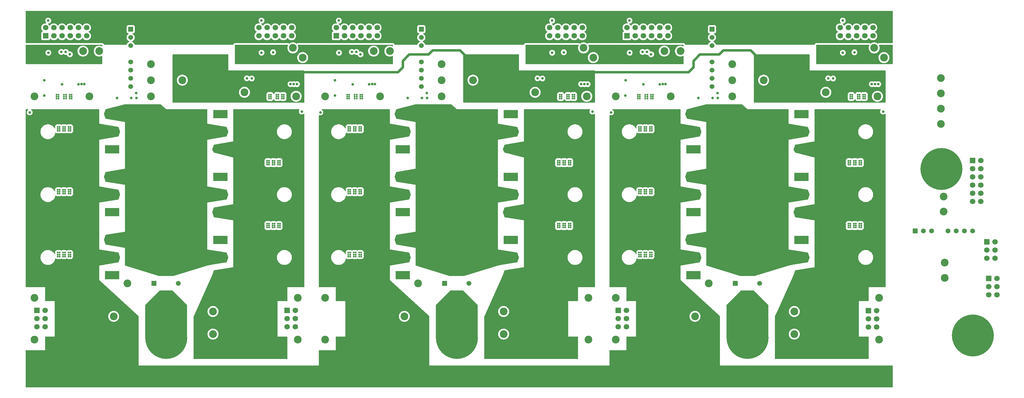
<source format=gbr>
%TF.GenerationSoftware,KiCad,Pcbnew,9.0.1*%
%TF.CreationDate,2025-07-31T04:03:31-05:00*%
%TF.ProjectId,TractionInverter,54726163-7469-46f6-9e49-6e7665727465,rev?*%
%TF.SameCoordinates,Original*%
%TF.FileFunction,Copper,L3,Inr*%
%TF.FilePolarity,Positive*%
%FSLAX46Y46*%
G04 Gerber Fmt 4.6, Leading zero omitted, Abs format (unit mm)*
G04 Created by KiCad (PCBNEW 9.0.1) date 2025-07-31 04:03:31*
%MOMM*%
%LPD*%
G01*
G04 APERTURE LIST*
%TA.AperFunction,ComponentPad*%
%ADD10C,2.400000*%
%TD*%
%TA.AperFunction,ComponentPad*%
%ADD11C,0.900000*%
%TD*%
%TA.AperFunction,ComponentPad*%
%ADD12C,13.000000*%
%TD*%
%TA.AperFunction,ComponentPad*%
%ADD13R,1.700000X1.700000*%
%TD*%
%TA.AperFunction,ComponentPad*%
%ADD14C,1.700000*%
%TD*%
%TA.AperFunction,ComponentPad*%
%ADD15R,1.500000X1.500000*%
%TD*%
%TA.AperFunction,ComponentPad*%
%ADD16C,1.500000*%
%TD*%
%TA.AperFunction,ComponentPad*%
%ADD17R,4.500000X2.500000*%
%TD*%
%TA.AperFunction,ComponentPad*%
%ADD18O,4.500000X2.500000*%
%TD*%
%TA.AperFunction,ViaPad*%
%ADD19C,0.800000*%
%TD*%
%TA.AperFunction,ViaPad*%
%ADD20C,0.600000*%
%TD*%
%TA.AperFunction,Conductor*%
%ADD21C,0.800000*%
%TD*%
G04 APERTURE END LIST*
D10*
%TO.N,/ISOL-*%
%TO.C,TP20*%
X298700000Y-117720000D03*
%TD*%
%TO.N,/ISOL+*%
%TO.C,TP19*%
X298700000Y-112990000D03*
%TD*%
%TO.N,/DC_VSense/VoltCLK*%
%TO.C,TP73*%
X297550000Y-65200000D03*
%TD*%
%TO.N,/DC_VSense/REG5V_L*%
%TO.C,TP71*%
X297550000Y-55740000D03*
%TD*%
%TO.N,Net-(IC13-AINP)*%
%TO.C,TP72*%
X297550000Y-60470000D03*
%TD*%
%TO.N,/DC_VSense/VoltData*%
%TO.C,TP74*%
X297550000Y-69930000D03*
%TD*%
%TO.N,HVGND*%
%TO.C,TP2*%
X298370000Y-97160000D03*
%TD*%
%TO.N,HV+*%
%TO.C,TP1*%
X298370000Y-92430000D03*
%TD*%
D11*
%TO.N,HV+*%
%TO.C,J1*%
X302595354Y-135577146D03*
X304023208Y-132130000D03*
X304023208Y-139024292D03*
X307470354Y-130702146D03*
D12*
X307470354Y-135577146D03*
D11*
X307470354Y-140452146D03*
X310917500Y-132130000D03*
X310917500Y-139024292D03*
X312345354Y-135577146D03*
%TD*%
D13*
%TO.N,+24V*%
%TO.C,J18*%
X307330000Y-81250000D03*
D14*
X309870000Y-81250000D03*
X307330000Y-83790000D03*
%TO.N,LVGND*%
X309870000Y-83790000D03*
X307330000Y-86330000D03*
X309870000Y-86330000D03*
X307330000Y-88870000D03*
X309870000Y-88870000D03*
%TO.N,+3V3*%
X307330000Y-91410000D03*
%TO.N,+24V*%
X309870000Y-91410000D03*
%TO.N,/DC_VSense/VoltCLK*%
X307330000Y-93950000D03*
%TO.N,/DC_VSense/VoltData*%
X309870000Y-93950000D03*
%TD*%
D13*
%TO.N,LVGND*%
%TO.C,J12*%
X312330000Y-117830000D03*
D14*
X314870000Y-117830000D03*
%TO.N,+3V3*%
X312330000Y-120370000D03*
%TO.N,/CurrData_B*%
X314870000Y-120370000D03*
%TO.N,+3V3*%
X312330000Y-122910000D03*
%TO.N,/CurrCLK_B*%
X314870000Y-122910000D03*
%TD*%
D15*
%TO.N,LVGND*%
%TO.C,U2*%
X289585000Y-103120000D03*
D16*
%TO.N,Net-(U2-+Vin)*%
X292125000Y-103120000D03*
%TO.N,unconnected-(U2-NC-Pad3)*%
X294665000Y-103120000D03*
%TO.N,unconnected-(U2-NC-Pad5)*%
X299745000Y-103120000D03*
%TO.N,/ISOL+*%
X302285000Y-103120000D03*
%TO.N,HVGND*%
X304825000Y-103120000D03*
%TO.N,/ISOL-*%
X307365000Y-103120000D03*
%TD*%
D13*
%TO.N,+3V3*%
%TO.C,J13*%
X311720000Y-106500000D03*
D14*
X314260000Y-106500000D03*
%TO.N,/VoltCLK_B*%
X311720000Y-109040000D03*
%TO.N,LVGND*%
X314260000Y-109040000D03*
%TO.N,/VoltData_B*%
X311720000Y-111580000D03*
%TO.N,LVGND*%
X314260000Y-111580000D03*
%TD*%
D11*
%TO.N,HVGND*%
%TO.C,J2*%
X292797854Y-83922854D03*
X294225708Y-80475708D03*
X294225708Y-87370000D03*
X297672854Y-79047854D03*
D12*
X297672854Y-83922854D03*
D11*
X297672854Y-88797854D03*
X301120000Y-80475708D03*
X301120000Y-87370000D03*
X302547854Y-83922854D03*
%TD*%
D10*
%TO.N,/PhaseB/Phase_Driver/OC_H*%
%TO.C,TP30*%
X106893207Y-61360295D03*
%TD*%
%TO.N,LVGND*%
%TO.C,TP34*%
X171893207Y-49360295D03*
%TD*%
%TO.N,/PhaseB/SWNode*%
%TO.C,TP28*%
X142893207Y-56360295D03*
%TD*%
%TO.N,LVGND*%
%TO.C,TP29*%
X105643207Y-49360295D03*
%TD*%
%TO.N,/PhaseB/Phase_Driver/CLMPE_H*%
%TO.C,TP31*%
X123893207Y-61360295D03*
%TD*%
%TO.N,/LV_Connectors_B/IN+_H*%
%TO.C,TP32*%
X126893207Y-47360295D03*
%TD*%
%TO.N,/PhaseB/SWNode*%
%TO.C,TP27*%
X135643207Y-119360295D03*
%TD*%
%TO.N,/LV_Connectors_B/IN-_H*%
%TO.C,TP33*%
X121893207Y-47360295D03*
%TD*%
%TO.N,HVGND*%
%TO.C,TP35*%
X152643207Y-56360295D03*
%TD*%
%TO.N,/LV_Connectors_B/IN+_L*%
%TO.C,TP36*%
X189893207Y-49360295D03*
%TD*%
%TO.N,Net-(IC7-AINP)*%
%TO.C,TP41*%
X162143207Y-128110295D03*
%TD*%
%TO.N,/PhaseB/Phase_Driver/CLMPE_L*%
%TO.C,TP39*%
X187893207Y-61360295D03*
%TD*%
%TO.N,/PhaseB/Phase_VSense/REG5V_L*%
%TO.C,TP40*%
X162143207Y-135110295D03*
%TD*%
%TO.N,/VoltCLK_B*%
%TO.C,TP42*%
X188393207Y-123860295D03*
%TD*%
%TO.N,/LV_Connectors_B/IN-_L*%
%TO.C,TP37*%
X186893207Y-46360295D03*
%TD*%
%TO.N,/CurrCLK_B*%
%TO.C,TP47*%
X106893207Y-136860295D03*
%TD*%
%TO.N,/PhaseB/ISOH-*%
%TO.C,TP45*%
X142893207Y-61360295D03*
%TD*%
%TO.N,/PhaseB/Phase_Driver/OC_L*%
%TO.C,TP38*%
X171893207Y-60110295D03*
%TD*%
%TO.N,/CurrData_B*%
%TO.C,TP48*%
X106893207Y-123860295D03*
%TD*%
%TO.N,/PhaseB/Phase_CSense/REG5V_H*%
%TO.C,TP46*%
X131393207Y-129610295D03*
%TD*%
%TO.N,/VoltData_B*%
%TO.C,TP43*%
X188393207Y-136860295D03*
%TD*%
%TO.N,/PhaseB/ISOH+*%
%TO.C,TP44*%
X142893207Y-51360295D03*
%TD*%
D15*
%TO.N,LVGND*%
%TO.C,U6*%
X136653207Y-40580295D03*
D16*
%TO.N,Net-(U6-+Vin)*%
X136653207Y-43120295D03*
%TO.N,unconnected-(U6-NC-Pad3)*%
X136653207Y-45660295D03*
%TO.N,unconnected-(U6-NC-Pad5)*%
X136653207Y-50740295D03*
%TO.N,/PhaseB/ISOH+*%
X136653207Y-53280295D03*
%TO.N,/PhaseB/SWNode*%
X136653207Y-55820295D03*
%TO.N,/PhaseB/ISOH-*%
X136653207Y-58360295D03*
%TD*%
D15*
%TO.N,HV+*%
%TO.C,C166*%
X143893207Y-119360295D03*
D16*
%TO.N,HVGND*%
X151393207Y-119360295D03*
%TD*%
D17*
%TO.N,/PhaseB/Phase_Out/G2_H*%
%TO.C,Q20*%
X130893207Y-97310295D03*
D18*
%TO.N,HV+*%
X130893207Y-91860295D03*
%TO.N,/PhaseB/SWNode*%
X130893207Y-86410295D03*
%TD*%
D17*
%TO.N,/PhaseB/Phase_Out/G1_L*%
%TO.C,Q22*%
X164393207Y-66910295D03*
D18*
%TO.N,/PhaseB/SWNode*%
X164393207Y-72360295D03*
%TO.N,HVGND*%
X164393207Y-77810295D03*
%TD*%
D17*
%TO.N,/PhaseB/Phase_Out/G1_H*%
%TO.C,Q19*%
X130893207Y-77810295D03*
D18*
%TO.N,HV+*%
X130893207Y-72360295D03*
%TO.N,/PhaseB/SWNode*%
X130893207Y-66910295D03*
%TD*%
D17*
%TO.N,/PhaseB/Phase_Out/G3_H*%
%TO.C,Q21*%
X130893207Y-116810295D03*
D18*
%TO.N,HV+*%
X130893207Y-111360295D03*
%TO.N,/PhaseB/SWNode*%
X130893207Y-105910295D03*
%TD*%
D17*
%TO.N,/PhaseB/Phase_Out/G3_L*%
%TO.C,Q24*%
X164393207Y-105910295D03*
D18*
%TO.N,/PhaseB/SWNode*%
X164393207Y-111360295D03*
%TO.N,HVGND*%
X164393207Y-116810295D03*
%TD*%
D17*
%TO.N,/PhaseB/Phase_Out/G2_L*%
%TO.C,Q23*%
X164393207Y-86410295D03*
D18*
%TO.N,/PhaseB/SWNode*%
X164393207Y-91860295D03*
%TO.N,HVGND*%
X164393207Y-97310295D03*
%TD*%
D11*
%TO.N,/PhaseOut_B*%
%TO.C,J4*%
X142768207Y-136360295D03*
X144196061Y-132913149D03*
X144196061Y-139807441D03*
X147643207Y-131485295D03*
D12*
X147643207Y-136360295D03*
D11*
X147643207Y-141235295D03*
X151090353Y-132913149D03*
X151090353Y-139807441D03*
X152518207Y-136360295D03*
%TD*%
D13*
%TO.N,+3V3*%
%TO.C,J11*%
X110293207Y-42635295D03*
D14*
X110293207Y-40095295D03*
%TO.N,/LV_Connectors_B/RST{slash}EN_H*%
X112833207Y-42635295D03*
%TO.N,/LV_Connectors_B/FLT_H*%
X112833207Y-40095295D03*
%TO.N,/LV_Connectors_B/IN-_H*%
X115373207Y-42635295D03*
%TO.N,/LV_Connectors_B/RDY_H*%
X115373207Y-40095295D03*
%TO.N,/LV_Connectors_B/IN+_H*%
X117913207Y-42635295D03*
%TO.N,LVGND*%
X117913207Y-40095295D03*
X120453207Y-42635295D03*
X120453207Y-40095295D03*
X122993207Y-42635295D03*
X122993207Y-40095295D03*
%TD*%
D13*
%TO.N,+24V*%
%TO.C,J10*%
X173793207Y-42635295D03*
D14*
X173793207Y-40095295D03*
%TO.N,+3V3*%
X176333207Y-42635295D03*
X176333207Y-40095295D03*
%TO.N,/LV_Connectors_B/RST{slash}EN_L*%
X178873207Y-42635295D03*
%TO.N,/LV_Connectors_B/FLT_L*%
X178873207Y-40095295D03*
%TO.N,/LV_Connectors_B/IN-_L*%
X181413207Y-42635295D03*
%TO.N,/LV_Connectors_B/RDY_L*%
X181413207Y-40095295D03*
%TO.N,/LV_Connectors_B/IN+_L*%
X183953207Y-42635295D03*
%TO.N,LVGND*%
X183953207Y-40095295D03*
X186493207Y-42635295D03*
X186493207Y-40095295D03*
%TD*%
D10*
%TO.N,/PhaseC/Phase_Driver/CLMPE_H*%
%TO.C,TP53*%
X213893207Y-61360295D03*
%TD*%
%TO.N,/LV_Connectors_C/IN-_H*%
%TO.C,TP55*%
X211893207Y-47360295D03*
%TD*%
%TO.N,/PhaseC/SWNode*%
%TO.C,TP50*%
X232893207Y-56360295D03*
%TD*%
%TO.N,LVGND*%
%TO.C,TP51*%
X195643207Y-49360295D03*
%TD*%
%TO.N,/PhaseC/Phase_Driver/OC_H*%
%TO.C,TP52*%
X196893207Y-61360295D03*
%TD*%
%TO.N,/PhaseC/SWNode*%
%TO.C,TP49*%
X225643207Y-119360295D03*
%TD*%
%TO.N,/LV_Connectors_C/IN+_H*%
%TO.C,TP54*%
X216893207Y-47360295D03*
%TD*%
%TO.N,LVGND*%
%TO.C,TP56*%
X261893207Y-49360295D03*
%TD*%
%TO.N,/PhaseC/Phase_Driver/OC_L*%
%TO.C,TP60*%
X261893207Y-60110295D03*
%TD*%
%TO.N,/PhaseC/ISOH+*%
%TO.C,TP66*%
X232893207Y-51360295D03*
%TD*%
%TO.N,HVGND*%
%TO.C,TP57*%
X242643207Y-56360295D03*
%TD*%
%TO.N,/PhaseC/Phase_Driver/CLMPE_L*%
%TO.C,TP61*%
X277893207Y-61360295D03*
%TD*%
%TO.N,Net-(IC11-AINP)*%
%TO.C,TP63*%
X252143207Y-128110295D03*
%TD*%
%TO.N,/PhaseC/Phase_VSense/REG5V_L*%
%TO.C,TP62*%
X252143207Y-135110295D03*
%TD*%
%TO.N,/VoltCLK_C*%
%TO.C,TP64*%
X278393207Y-123860295D03*
%TD*%
%TO.N,/LV_Connectors_C/IN+_L*%
%TO.C,TP58*%
X279893207Y-49360295D03*
%TD*%
%TO.N,/LV_Connectors_C/IN-_L*%
%TO.C,TP59*%
X276893207Y-46360295D03*
%TD*%
%TO.N,/VoltData_C*%
%TO.C,TP65*%
X278393207Y-136860295D03*
%TD*%
%TO.N,/PhaseC/ISOH-*%
%TO.C,TP67*%
X232893207Y-61360295D03*
%TD*%
%TO.N,/PhaseC/Phase_CSense/REG5V_H*%
%TO.C,TP68*%
X221393207Y-129610295D03*
%TD*%
%TO.N,/CurrCLK_C*%
%TO.C,TP69*%
X196893207Y-136860295D03*
%TD*%
%TO.N,/CurrData_C*%
%TO.C,TP70*%
X196893207Y-123860295D03*
%TD*%
D16*
%TO.N,/PhaseC/ISOH-*%
%TO.C,U9*%
X226653207Y-58360295D03*
%TO.N,/PhaseC/SWNode*%
X226653207Y-55820295D03*
%TO.N,/PhaseC/ISOH+*%
X226653207Y-53280295D03*
%TO.N,unconnected-(U9-NC-Pad5)*%
X226653207Y-50740295D03*
%TO.N,unconnected-(U9-NC-Pad3)*%
X226653207Y-45660295D03*
%TO.N,Net-(U9-+Vin)*%
X226653207Y-43120295D03*
D15*
%TO.N,LVGND*%
X226653207Y-40580295D03*
%TD*%
D16*
%TO.N,HVGND*%
%TO.C,C179*%
X241393207Y-119360295D03*
D15*
%TO.N,HV+*%
X233893207Y-119360295D03*
%TD*%
D11*
%TO.N,/PhaseOut_C*%
%TO.C,J5*%
X242518207Y-136360295D03*
X241090353Y-139807441D03*
X241090353Y-132913149D03*
X237643207Y-141235295D03*
D12*
X237643207Y-136360295D03*
D11*
X237643207Y-131485295D03*
X234196061Y-139807441D03*
X234196061Y-132913149D03*
X232768207Y-136360295D03*
%TD*%
D14*
%TO.N,LVGND*%
%TO.C,J17*%
X277658207Y-132900295D03*
%TO.N,/VoltData_C*%
X275118207Y-132900295D03*
%TO.N,LVGND*%
X277658207Y-130360295D03*
%TO.N,/VoltCLK_C*%
X275118207Y-130360295D03*
%TO.N,+3V3*%
X277658207Y-127820295D03*
D13*
X275118207Y-127820295D03*
%TD*%
D14*
%TO.N,LVGND*%
%TO.C,J14*%
X276493207Y-40095295D03*
X276493207Y-42635295D03*
X273953207Y-40095295D03*
%TO.N,/LV_Connectors_C/IN+_L*%
X273953207Y-42635295D03*
%TO.N,/LV_Connectors_C/RDY_L*%
X271413207Y-40095295D03*
%TO.N,/LV_Connectors_C/IN-_L*%
X271413207Y-42635295D03*
%TO.N,/LV_Connectors_C/FLT_L*%
X268873207Y-40095295D03*
%TO.N,/LV_Connectors_C/RST{slash}EN_L*%
X268873207Y-42635295D03*
%TO.N,+3V3*%
X266333207Y-40095295D03*
X266333207Y-42635295D03*
%TO.N,+24V*%
X263793207Y-40095295D03*
D13*
X263793207Y-42635295D03*
%TD*%
D14*
%TO.N,LVGND*%
%TO.C,J15*%
X212993207Y-40095295D03*
X212993207Y-42635295D03*
X210453207Y-40095295D03*
X210453207Y-42635295D03*
X207913207Y-40095295D03*
%TO.N,/LV_Connectors_C/IN+_H*%
X207913207Y-42635295D03*
%TO.N,/LV_Connectors_C/RDY_H*%
X205373207Y-40095295D03*
%TO.N,/LV_Connectors_C/IN-_H*%
X205373207Y-42635295D03*
%TO.N,/LV_Connectors_C/FLT_H*%
X202833207Y-40095295D03*
%TO.N,/LV_Connectors_C/RST{slash}EN_H*%
X202833207Y-42635295D03*
%TO.N,+3V3*%
X200293207Y-40095295D03*
D13*
X200293207Y-42635295D03*
%TD*%
D14*
%TO.N,/CurrCLK_C*%
%TO.C,J16*%
X200158207Y-132860295D03*
%TO.N,+3V3*%
X197618207Y-132860295D03*
%TO.N,/CurrData_C*%
X200158207Y-130320295D03*
%TO.N,+3V3*%
X197618207Y-130320295D03*
%TO.N,LVGND*%
X200158207Y-127780295D03*
D13*
X197618207Y-127780295D03*
%TD*%
D18*
%TO.N,HVGND*%
%TO.C,Q36*%
X254393207Y-116810295D03*
%TO.N,/PhaseC/SWNode*%
X254393207Y-111360295D03*
D17*
%TO.N,/PhaseC/Phase_Out/G3_L*%
X254393207Y-105910295D03*
%TD*%
D18*
%TO.N,/PhaseC/SWNode*%
%TO.C,Q32*%
X220893207Y-86410295D03*
%TO.N,HV+*%
X220893207Y-91860295D03*
D17*
%TO.N,/PhaseC/Phase_Out/G2_H*%
X220893207Y-97310295D03*
%TD*%
D18*
%TO.N,/PhaseC/SWNode*%
%TO.C,Q31*%
X220893207Y-66910295D03*
%TO.N,HV+*%
X220893207Y-72360295D03*
D17*
%TO.N,/PhaseC/Phase_Out/G1_H*%
X220893207Y-77810295D03*
%TD*%
D18*
%TO.N,HVGND*%
%TO.C,Q35*%
X254393207Y-97310295D03*
%TO.N,/PhaseC/SWNode*%
X254393207Y-91860295D03*
D17*
%TO.N,/PhaseC/Phase_Out/G2_L*%
X254393207Y-86410295D03*
%TD*%
D18*
%TO.N,/PhaseC/SWNode*%
%TO.C,Q33*%
X220893207Y-105910295D03*
%TO.N,HV+*%
X220893207Y-111360295D03*
D17*
%TO.N,/PhaseC/Phase_Out/G3_H*%
X220893207Y-116810295D03*
%TD*%
D18*
%TO.N,HVGND*%
%TO.C,Q34*%
X254393207Y-77810295D03*
%TO.N,/PhaseC/SWNode*%
X254393207Y-72360295D03*
D17*
%TO.N,/PhaseC/Phase_Out/G1_L*%
X254393207Y-66910295D03*
%TD*%
D16*
%TO.N,HVGND*%
%TO.C,C1*%
X61393207Y-119360295D03*
D15*
%TO.N,HV+*%
X53893207Y-119360295D03*
%TD*%
D18*
%TO.N,/PhaseA/SWNode*%
%TO.C,Q8*%
X40893207Y-86410295D03*
%TO.N,HV+*%
X40893207Y-91860295D03*
D17*
%TO.N,/PhaseA/Phase_Out/G2_H*%
X40893207Y-97310295D03*
%TD*%
D18*
%TO.N,/PhaseA/SWNode*%
%TO.C,Q7*%
X40893207Y-66910295D03*
%TO.N,HV+*%
X40893207Y-72360295D03*
D17*
%TO.N,/PhaseA/Phase_Out/G1_H*%
X40893207Y-77810295D03*
%TD*%
D10*
%TO.N,/PhaseA/Phase_VSense/REG5V_L*%
%TO.C,TP15*%
X72143207Y-135110295D03*
%TD*%
%TO.N,Net-(IC3-AINP)*%
%TO.C,TP16*%
X72143207Y-128110295D03*
%TD*%
%TO.N,/VoltCLK_A*%
%TO.C,TP17*%
X98393207Y-123860295D03*
%TD*%
%TO.N,/VoltData_A*%
%TO.C,TP18*%
X98393207Y-136860295D03*
%TD*%
%TO.N,/PhaseA/Phase_CSense/REG5V_H*%
%TO.C,TP23*%
X41393207Y-129610295D03*
%TD*%
%TO.N,LVGND*%
%TO.C,TP4*%
X15643207Y-49360295D03*
%TD*%
%TO.N,/PhaseA/SWNode*%
%TO.C,TP26*%
X45643207Y-119360295D03*
%TD*%
%TO.N,/CurrCLK_A*%
%TO.C,TP24*%
X16893207Y-136860295D03*
%TD*%
%TO.N,/CurrData_A*%
%TO.C,TP25*%
X16893207Y-123860295D03*
%TD*%
%TO.N,/PhaseA/ISOH+*%
%TO.C,TP21*%
X52893207Y-51360295D03*
%TD*%
%TO.N,/PhaseA/ISOH-*%
%TO.C,TP22*%
X52893207Y-61360295D03*
%TD*%
%TO.N,HVGND*%
%TO.C,TP10*%
X62643207Y-56360295D03*
%TD*%
%TO.N,/LV_Connector_A/IN-_L*%
%TO.C,TP12*%
X96893207Y-46360295D03*
%TD*%
%TO.N,/LV_Connector_A/IN+_L*%
%TO.C,TP11*%
X99893207Y-49360295D03*
%TD*%
%TO.N,/PhaseA/Phase_Driver/CLMPE_H*%
%TO.C,TP6*%
X33893207Y-61360295D03*
%TD*%
%TO.N,/LV_Connector_A/IN+_H*%
%TO.C,TP7*%
X36893207Y-47360295D03*
%TD*%
%TO.N,/LV_Connector_A/IN-_H*%
%TO.C,TP8*%
X31893207Y-47360295D03*
%TD*%
%TO.N,LVGND*%
%TO.C,TP9*%
X81893207Y-49360295D03*
%TD*%
%TO.N,/PhaseA/SWNode*%
%TO.C,TP3*%
X52893207Y-56360295D03*
%TD*%
%TO.N,/PhaseA/Phase_Driver/OC_H*%
%TO.C,TP5*%
X16893207Y-61360295D03*
%TD*%
%TO.N,/PhaseA/Phase_Driver/OC_L*%
%TO.C,TP13*%
X81893207Y-60110295D03*
%TD*%
%TO.N,/PhaseA/Phase_Driver/CLMPE_L*%
%TO.C,TP14*%
X97893207Y-61360295D03*
%TD*%
D11*
%TO.N,/PhaseOut_A*%
%TO.C,J3*%
X62518207Y-136360295D03*
X61090353Y-139807441D03*
X61090353Y-132913149D03*
X57643207Y-141235295D03*
D12*
X57643207Y-136360295D03*
D11*
X57643207Y-131485295D03*
X54196061Y-139807441D03*
X54196061Y-132913149D03*
X52768207Y-136360295D03*
%TD*%
D14*
%TO.N,/CurrCLK_A*%
%TO.C,J8*%
X20143207Y-132860295D03*
%TO.N,+3V3*%
X17603207Y-132860295D03*
%TO.N,/CurrData_A*%
X20143207Y-130320295D03*
%TO.N,+3V3*%
X17603207Y-130320295D03*
%TO.N,LVGND*%
X20143207Y-127780295D03*
D13*
X17603207Y-127780295D03*
%TD*%
D16*
%TO.N,/PhaseA/ISOH-*%
%TO.C,U3*%
X46653207Y-58360295D03*
%TO.N,/PhaseA/SWNode*%
X46653207Y-55820295D03*
%TO.N,/PhaseA/ISOH+*%
X46653207Y-53280295D03*
%TO.N,unconnected-(U3-NC-Pad5)*%
X46653207Y-50740295D03*
%TO.N,unconnected-(U3-NC-Pad3)*%
X46653207Y-45660295D03*
%TO.N,Net-(U3-+Vin)*%
X46653207Y-43120295D03*
D15*
%TO.N,LVGND*%
X46653207Y-40580295D03*
%TD*%
D14*
%TO.N,LVGND*%
%TO.C,J6*%
X96493207Y-40095295D03*
X96493207Y-42635295D03*
X93953207Y-40095295D03*
%TO.N,/LV_Connector_A/IN+_L*%
X93953207Y-42635295D03*
%TO.N,/LV_Connector_A/RDY_L*%
X91413207Y-40095295D03*
%TO.N,/LV_Connector_A/IN-_L*%
X91413207Y-42635295D03*
%TO.N,/LV_Connector_A/FLT_L*%
X88873207Y-40095295D03*
%TO.N,/LV_Connector_A/RST{slash}EN_L*%
X88873207Y-42635295D03*
%TO.N,+3V3*%
X86333207Y-40095295D03*
X86333207Y-42635295D03*
%TO.N,+24V*%
X83793207Y-40095295D03*
D13*
X83793207Y-42635295D03*
%TD*%
D14*
%TO.N,LVGND*%
%TO.C,J9*%
X97643207Y-132860295D03*
%TO.N,/VoltData_A*%
X95103207Y-132860295D03*
%TO.N,LVGND*%
X97643207Y-130320295D03*
%TO.N,/VoltCLK_A*%
X95103207Y-130320295D03*
%TO.N,+3V3*%
X97643207Y-127780295D03*
D13*
X95103207Y-127780295D03*
%TD*%
D14*
%TO.N,LVGND*%
%TO.C,J7*%
X33013207Y-40095295D03*
X33013207Y-42635295D03*
X30473207Y-40095295D03*
X30473207Y-42635295D03*
X27933207Y-40095295D03*
%TO.N,/LV_Connector_A/IN+_H*%
X27933207Y-42635295D03*
%TO.N,/LV_Connector_A/RDY_H*%
X25393207Y-40095295D03*
%TO.N,/LV_Connector_A/IN-_H*%
X25393207Y-42635295D03*
%TO.N,/LV_Connector_A/FLT_H*%
X22853207Y-40095295D03*
%TO.N,/LV_Connector_A/RST{slash}EN_H*%
X22853207Y-42635295D03*
%TO.N,+3V3*%
X20313207Y-40095295D03*
D13*
X20313207Y-42635295D03*
%TD*%
D18*
%TO.N,HVGND*%
%TO.C,Q11*%
X74393207Y-97310295D03*
%TO.N,/PhaseA/SWNode*%
X74393207Y-91860295D03*
D17*
%TO.N,/PhaseA/Phase_Out/G2_L*%
X74393207Y-86410295D03*
%TD*%
D18*
%TO.N,HVGND*%
%TO.C,Q10*%
X74393207Y-77810295D03*
%TO.N,/PhaseA/SWNode*%
X74393207Y-72360295D03*
D17*
%TO.N,/PhaseA/Phase_Out/G1_L*%
X74393207Y-66910295D03*
%TD*%
D18*
%TO.N,/PhaseA/SWNode*%
%TO.C,Q9*%
X40893207Y-105910295D03*
%TO.N,HV+*%
X40893207Y-111360295D03*
D17*
%TO.N,/PhaseA/Phase_Out/G3_H*%
X40893207Y-116810295D03*
%TD*%
D18*
%TO.N,HVGND*%
%TO.C,Q12*%
X74393207Y-116810295D03*
%TO.N,/PhaseA/SWNode*%
X74393207Y-111360295D03*
D17*
%TO.N,/PhaseA/Phase_Out/G3_L*%
X74393207Y-105910295D03*
%TD*%
D19*
%TO.N,HVGND*%
X169893207Y-142110295D03*
X170643207Y-141360295D03*
X168393207Y-142110295D03*
X178893207Y-140610295D03*
X178893207Y-142110295D03*
%TO.N,HV+*%
X136643207Y-142110295D03*
X127393207Y-140610295D03*
%TO.N,HVGND*%
X172143207Y-141360295D03*
X171393207Y-142110295D03*
%TO.N,HV+*%
X122893207Y-140610295D03*
X116393207Y-142110295D03*
%TO.N,HVGND*%
X160893207Y-141360295D03*
%TO.N,HV+*%
X126643207Y-141360295D03*
%TO.N,HVGND*%
X180393207Y-142110295D03*
%TO.N,HV+*%
X135143207Y-140610295D03*
X125893207Y-142110295D03*
%TO.N,HVGND*%
X179643207Y-141360295D03*
%TO.N,HV+*%
X111893207Y-142110295D03*
X115643207Y-141360295D03*
%TO.N,HVGND*%
X160143207Y-140610295D03*
%TO.N,HV+*%
X114893207Y-142110295D03*
%TO.N,HVGND*%
X181893207Y-142110295D03*
X183393207Y-142110295D03*
%TO.N,HV+*%
X138143207Y-142110295D03*
%TO.N,HVGND*%
X158643207Y-142110295D03*
X157143207Y-142110295D03*
X160143207Y-142110295D03*
%TO.N,HV+*%
X124393207Y-140610295D03*
%TO.N,HVGND*%
X169143207Y-141360295D03*
%TO.N,HV+*%
X111893207Y-140610295D03*
%TO.N,HVGND*%
X181143207Y-141360295D03*
%TO.N,HV+*%
X113393207Y-142110295D03*
X114893207Y-140610295D03*
%TO.N,HVGND*%
X157893207Y-141360295D03*
%TO.N,HV+*%
X125893207Y-140610295D03*
%TO.N,HVGND*%
X182643207Y-141360295D03*
X158643207Y-140610295D03*
%TO.N,HV+*%
X137393207Y-141360295D03*
X112643207Y-141360295D03*
%TO.N,HVGND*%
X161643207Y-140610295D03*
X172893207Y-140610295D03*
%TO.N,HV+*%
X124393207Y-142110295D03*
%TO.N,HVGND*%
X171393207Y-140610295D03*
%TO.N,HV+*%
X114143207Y-141360295D03*
X136643207Y-140610295D03*
X113393207Y-140610295D03*
%TO.N,HVGND*%
X157143207Y-140610295D03*
%TO.N,HV+*%
X133643207Y-142110295D03*
%TO.N,HVGND*%
X180393207Y-140610295D03*
X181893207Y-140610295D03*
%TO.N,HV+*%
X138143207Y-140610295D03*
%TO.N,HVGND*%
X172893207Y-142110295D03*
X161643207Y-142110295D03*
%TO.N,HV+*%
X135143207Y-142110295D03*
%TO.N,HVGND*%
X168393207Y-140610295D03*
X159393207Y-141360295D03*
%TO.N,HV+*%
X125143207Y-141360295D03*
X122893207Y-142110295D03*
%TO.N,HVGND*%
X183393207Y-140610295D03*
%TO.N,HV+*%
X116393207Y-140610295D03*
X127393207Y-142110295D03*
X135893207Y-141360295D03*
X134393207Y-141360295D03*
X123643207Y-141360295D03*
%TO.N,HVGND*%
X169893207Y-140610295D03*
%TO.N,HV+*%
X133643207Y-140610295D03*
%TO.N,HVGND*%
X167568207Y-128860295D03*
D20*
%TO.N,/PhaseB/Phase_Driver/OUT+_L*%
X179493207Y-102060295D03*
X180093207Y-61460295D03*
%TO.N,/PhaseB/Phase_Driver/CLMPE_L*%
X183493207Y-61460295D03*
X183493207Y-60860295D03*
X182293207Y-82560295D03*
X182893207Y-81360295D03*
X182293207Y-81360295D03*
X184093207Y-61460295D03*
%TO.N,/PhaseB/Phase_Driver/OUT+_L*%
X179493207Y-81360295D03*
%TO.N,/PhaseB/Phase_Driver/CLMPE_L*%
X182893207Y-102060295D03*
X184093207Y-62060295D03*
X182293207Y-81960295D03*
X182293207Y-102060295D03*
X182293207Y-100860295D03*
X184093207Y-60860295D03*
X182893207Y-100860295D03*
X182893207Y-81960295D03*
X182893207Y-82560295D03*
%TO.N,/PhaseB/Phase_Driver/OUT+_L*%
X178893207Y-81960295D03*
X178893207Y-101460295D03*
%TO.N,/PhaseB/Phase_Driver/CLMPE_L*%
X182893207Y-101460295D03*
%TO.N,/PhaseB/Phase_Driver/OUT+_L*%
X179493207Y-62060295D03*
X178893207Y-100860295D03*
%TO.N,/PhaseB/Phase_Driver/CLMPE_L*%
X183493207Y-62060295D03*
%TO.N,/PhaseB/Phase_Driver/OUT+_L*%
X179493207Y-61460295D03*
%TO.N,/PhaseB/Phase_Driver/CLMPE_L*%
X182293207Y-101460295D03*
%TO.N,/PhaseB/Phase_Driver/OUT+_L*%
X179493207Y-81960295D03*
X179493207Y-100860295D03*
X178893207Y-81360295D03*
%TO.N,/PhaseB/Phase_Driver/OUT-_L*%
X180593207Y-102060295D03*
%TO.N,/PhaseB/Phase_Driver/OUT+_L*%
X179493207Y-60860295D03*
X180093207Y-62060295D03*
%TO.N,/PhaseB/Phase_Driver/OUT-_L*%
X181193207Y-82560295D03*
%TO.N,/PhaseB/Phase_Driver/CLMPE_H*%
X118343207Y-60860295D03*
X118043207Y-91560295D03*
%TO.N,/PhaseB/Phase_Driver/OUT-_L*%
X180593207Y-101460295D03*
X180593207Y-81960295D03*
X181193207Y-81360295D03*
X181793207Y-60860295D03*
X181793207Y-61460295D03*
X181793207Y-62060295D03*
X180593207Y-82560295D03*
X181193207Y-81960295D03*
X181193207Y-100860295D03*
X181193207Y-101460295D03*
X180593207Y-81360295D03*
X182393207Y-60860295D03*
%TO.N,/PhaseB/Phase_Driver/OUT+_L*%
X179493207Y-101460295D03*
X178893207Y-82560295D03*
%TO.N,/PhaseB/Phase_Driver/OUT-_L*%
X180593207Y-100860295D03*
%TO.N,/PhaseB/Phase_Driver/OUT+_L*%
X179493207Y-82560295D03*
%TO.N,/PhaseB/Phase_Driver/CLMPE_H*%
X117443207Y-91560295D03*
%TO.N,/PhaseB/Phase_Driver/OUT+_L*%
X178893207Y-102060295D03*
%TO.N,/PhaseB/Phase_Driver/OUT-_L*%
X182393207Y-61460295D03*
X181193207Y-102060295D03*
%TO.N,/PhaseB/Phase_Driver/OUT+_L*%
X180093207Y-60860295D03*
D19*
%TO.N,/LV_Connectors_B/IN+_H*%
X117818207Y-48360295D03*
D20*
%TO.N,/PhaseB/Phase_Driver/CLMPE_H*%
X117743207Y-62060295D03*
X118043207Y-109860295D03*
%TO.N,/PhaseB/Phase_Driver/OUT-_L*%
X182393207Y-62060295D03*
%TO.N,/PhaseB/Phase_Driver/CLMPE_H*%
X117443207Y-90960295D03*
X117743207Y-60860295D03*
X118343207Y-62060295D03*
X118043207Y-90360295D03*
%TO.N,/PhaseB/Phase_Driver/OUT+_H*%
X114643207Y-70860295D03*
%TO.N,/PhaseB/Phase_Driver/CLMPE_H*%
X118043207Y-90960295D03*
X117743207Y-61460295D03*
X118043207Y-70860295D03*
X117443207Y-109860295D03*
%TO.N,/PhaseB/Phase_Driver/OUT+_H*%
X114343207Y-60860295D03*
X114643207Y-111060295D03*
X114643207Y-110460295D03*
%TO.N,/PhaseB/Phase_Driver/CLMPE_H*%
X118043207Y-71460295D03*
%TO.N,/PhaseB/Phase_Driver/OUT+_H*%
X114643207Y-91560295D03*
%TO.N,/PhaseB/Phase_Driver/CLMPE_H*%
X118343207Y-61460295D03*
%TO.N,/PhaseB/Phase_Driver/OUT+_H*%
X114043207Y-111060295D03*
X114643207Y-90360295D03*
X114343207Y-62060295D03*
%TO.N,/PhaseB/Phase_Driver/CLMPE_H*%
X117443207Y-72060295D03*
%TO.N,/PhaseB/Phase_Driver/OUT+_H*%
X114643207Y-90960295D03*
%TO.N,/PhaseB/Phase_Driver/CLMPE_H*%
X118043207Y-110460295D03*
X117443207Y-71460295D03*
X117443207Y-90360295D03*
X118043207Y-72060295D03*
X117443207Y-111060295D03*
X118043207Y-111060295D03*
D19*
%TO.N,/LV_Connectors_B/IN-_H*%
X116548207Y-47610295D03*
D20*
%TO.N,/PhaseB/Phase_Driver/OUT+_H*%
X114043207Y-90960295D03*
%TO.N,/PhaseB/Phase_Driver/CLMPE_H*%
X117443207Y-110460295D03*
X117443207Y-70860295D03*
%TO.N,/PhaseB/Phase_Driver/OUT+_H*%
X114043207Y-110460295D03*
X114043207Y-71460295D03*
X114043207Y-91560295D03*
X113743207Y-62060295D03*
X114643207Y-72060295D03*
X113743207Y-60860295D03*
X114643207Y-71460295D03*
X114043207Y-72060295D03*
X113743207Y-61460295D03*
X114343207Y-61460295D03*
X114043207Y-70860295D03*
X114043207Y-90360295D03*
X114643207Y-109860295D03*
X114043207Y-109860295D03*
%TO.N,/PhaseB/Phase_Driver/OUT-_H*%
X116643207Y-62060295D03*
X115743207Y-70860295D03*
X115743207Y-90360295D03*
X115743207Y-71460295D03*
X115743207Y-90960295D03*
X116643207Y-60860295D03*
X115743207Y-72060295D03*
X116343207Y-71460295D03*
X116343207Y-111060295D03*
X115743207Y-111060295D03*
X116343207Y-70860295D03*
X116343207Y-90960295D03*
D19*
%TO.N,/PhaseB/ISOH-*%
X121393207Y-57585295D03*
%TO.N,/PhaseB/SWNode*%
X109893207Y-56360295D03*
%TO.N,Net-(D25-A)*%
X132430707Y-61912795D03*
%TO.N,+24V*%
X145643207Y-39887795D03*
%TO.N,/PhaseB/ISOH+*%
X115393207Y-57635295D03*
%TO.N,+3V3*%
X111168207Y-47860295D03*
D20*
%TO.N,/PhaseB/Phase_Driver/OUT-_H*%
X116343207Y-110460295D03*
X116643207Y-61460295D03*
X116343207Y-91560295D03*
X116343207Y-109860295D03*
X115743207Y-109860295D03*
X116043207Y-61460295D03*
X116043207Y-62060295D03*
D19*
%TO.N,Net-(D24-A)*%
X138430707Y-61860295D03*
%TO.N,+24V*%
X146393207Y-39887795D03*
%TO.N,/LV_Connectors_B/RDY_L*%
X180768207Y-47735295D03*
%TO.N,/PhaseB/ISOH-*%
X120493207Y-57635295D03*
D20*
%TO.N,/PhaseB/Phase_Driver/OUT-_H*%
X115743207Y-91560295D03*
D19*
%TO.N,+24V*%
X144893207Y-39887795D03*
X145343207Y-44360295D03*
D20*
%TO.N,/PhaseB/Phase_Driver/OUT-_H*%
X116343207Y-90360295D03*
D19*
%TO.N,/PhaseB/ISOH-*%
X122293207Y-57585295D03*
D20*
%TO.N,/PhaseB/Phase_Driver/OUT-_H*%
X115743207Y-110460295D03*
X116043207Y-60860295D03*
X116343207Y-72060295D03*
D19*
%TO.N,+24V*%
X145343207Y-43360295D03*
X145343207Y-42360295D03*
%TO.N,/LV_Connectors_B/RDY_H*%
X115143207Y-47610295D03*
%TO.N,/PhaseB/SWNode*%
X109868207Y-61110295D03*
X136855707Y-61860295D03*
%TO.N,/PhaseB/ISOH+*%
X138393207Y-60337795D03*
%TO.N,+3V3*%
X177168207Y-47860295D03*
%TO.N,HVGND*%
X169180707Y-124110295D03*
D20*
%TO.N,/PhaseOut_B*%
X149143207Y-124860295D03*
X146143207Y-124860295D03*
X144143207Y-124860295D03*
X151143207Y-124860295D03*
D19*
%TO.N,/PhaseB/ISOH+*%
X105393207Y-66360295D03*
D20*
%TO.N,/PhaseOut_B*%
X145143207Y-124860295D03*
D19*
%TO.N,LVGND*%
X177158207Y-37885295D03*
%TO.N,HV+*%
X108893207Y-68860295D03*
D20*
%TO.N,/PhaseOut_B*%
X150143207Y-124860295D03*
D19*
%TO.N,/ISOL-*%
X186143207Y-57597795D03*
D20*
%TO.N,/PhaseOut_B*%
X149643207Y-124360295D03*
D19*
%TO.N,HVGND*%
X167568207Y-130860295D03*
X174143207Y-55835295D03*
D20*
%TO.N,/PhaseOut_B*%
X148143207Y-124860295D03*
D19*
%TO.N,LVGND*%
X109618207Y-47860295D03*
%TO.N,/ISOL+*%
X181143207Y-57635295D03*
%TO.N,/ISOL-*%
X187130707Y-57597795D03*
%TO.N,/ISOL+*%
X166318207Y-54860295D03*
%TO.N,HVGND*%
X170893207Y-124085295D03*
X176893207Y-124085295D03*
%TO.N,/ISOL+*%
X189643207Y-66110295D03*
%TO.N,LVGND*%
X111118207Y-37885295D03*
%TO.N,HVGND*%
X172643207Y-55785295D03*
X167393207Y-136635295D03*
%TO.N,/ISOL-*%
X188143207Y-57610295D03*
%TO.N,HVGND*%
X168893207Y-136635295D03*
D20*
%TO.N,/PhaseOut_B*%
X150643207Y-125360295D03*
X147143207Y-124860295D03*
X143643207Y-124360295D03*
X151643207Y-124360295D03*
X146643207Y-124360295D03*
X146643207Y-125360295D03*
X148143207Y-123860295D03*
X148643207Y-123360295D03*
X146643207Y-123360295D03*
X144643207Y-123360295D03*
X146143207Y-123860295D03*
X145643207Y-123360295D03*
X149643207Y-125360295D03*
X150643207Y-124360295D03*
X148643207Y-124360295D03*
X148643207Y-125360295D03*
X150143207Y-123860295D03*
X145643207Y-124360295D03*
X144143207Y-123860295D03*
X145143207Y-123860295D03*
X145643207Y-125360295D03*
X144643207Y-125360295D03*
X151143207Y-123860295D03*
X144643207Y-124360295D03*
X150143207Y-122860295D03*
X147643207Y-125360295D03*
X147143207Y-123860295D03*
X147643207Y-124360295D03*
X145143207Y-122860295D03*
X149643207Y-123360295D03*
X150643207Y-123360295D03*
X149143207Y-123860295D03*
X147643207Y-123360295D03*
%TO.N,/PhaseB/SWNode*%
X146643207Y-114360295D03*
X148643207Y-114360295D03*
X151143207Y-115860295D03*
X151643207Y-115360295D03*
X150643207Y-114360295D03*
X143143207Y-115860295D03*
X148143207Y-114860295D03*
X147643207Y-115360295D03*
X148643207Y-115360295D03*
X145643207Y-115360295D03*
X146643207Y-115360295D03*
X149643207Y-115360295D03*
X149643207Y-116360295D03*
X150143207Y-114860295D03*
X144643207Y-116360295D03*
X144643207Y-115360295D03*
X147143207Y-114860295D03*
X150143207Y-115860295D03*
X145643207Y-116360295D03*
X145143207Y-115860295D03*
X149143207Y-114860295D03*
X146143207Y-114860295D03*
D19*
X154893207Y-114860295D03*
D20*
X150643207Y-115360295D03*
X145143207Y-114860295D03*
X150643207Y-116360295D03*
X145643207Y-114360295D03*
X147643207Y-114360295D03*
X149643207Y-114360295D03*
X152143207Y-115860295D03*
X151143207Y-114860295D03*
X144143207Y-115860295D03*
X143643207Y-115360295D03*
X144143207Y-114860295D03*
X144643207Y-114360295D03*
X145143207Y-113860295D03*
X149143207Y-113860295D03*
X148143207Y-113860295D03*
X147143207Y-113860295D03*
X150143207Y-113860295D03*
X146143207Y-113860295D03*
%TO.N,/PhaseC/Phase_Driver/CLMPE_L*%
X272893207Y-81360295D03*
X272893207Y-101460295D03*
X272893207Y-81960295D03*
X272293207Y-82560295D03*
X272293207Y-102060295D03*
X273493207Y-62060295D03*
D19*
%TO.N,HVGND*%
X257568207Y-128860295D03*
D20*
%TO.N,/PhaseC/Phase_Driver/CLMPE_L*%
X273493207Y-61460295D03*
X272293207Y-101460295D03*
X272893207Y-102060295D03*
X273493207Y-60860295D03*
X274093207Y-60860295D03*
X272293207Y-81360295D03*
X272293207Y-81960295D03*
%TO.N,/PhaseC/Phase_Driver/OUT+_L*%
X269493207Y-81360295D03*
%TO.N,/PhaseC/Phase_Driver/CLMPE_L*%
X272293207Y-100860295D03*
X274093207Y-61460295D03*
X274093207Y-62060295D03*
%TO.N,/PhaseC/Phase_Driver/OUT+_L*%
X269493207Y-61460295D03*
X270093207Y-61460295D03*
X268893207Y-81960295D03*
%TO.N,/PhaseC/Phase_Driver/OUT-_L*%
X270593207Y-82560295D03*
X271193207Y-81960295D03*
X270593207Y-101460295D03*
%TO.N,/PhaseC/Phase_Driver/OUT+_L*%
X268893207Y-102060295D03*
%TO.N,/PhaseC/Phase_Driver/OUT-_L*%
X270593207Y-81360295D03*
%TO.N,/PhaseC/Phase_Driver/CLMPE_L*%
X272893207Y-82560295D03*
%TO.N,/PhaseC/Phase_Driver/OUT+_L*%
X269493207Y-62060295D03*
X270093207Y-60860295D03*
X268893207Y-101460295D03*
X269493207Y-82560295D03*
%TO.N,/PhaseC/Phase_Driver/OUT-_L*%
X270593207Y-81960295D03*
%TO.N,/PhaseC/Phase_Driver/OUT+_L*%
X269493207Y-81960295D03*
%TO.N,/PhaseC/Phase_Driver/OUT-_L*%
X270593207Y-102060295D03*
%TO.N,/PhaseC/Phase_Driver/OUT+_L*%
X269493207Y-101460295D03*
%TO.N,/PhaseC/Phase_Driver/OUT-_L*%
X271193207Y-82560295D03*
%TO.N,/PhaseC/Phase_Driver/CLMPE_L*%
X272893207Y-100860295D03*
%TO.N,/PhaseC/Phase_Driver/OUT+_L*%
X270093207Y-62060295D03*
%TO.N,/PhaseC/Phase_Driver/OUT-_L*%
X271193207Y-81360295D03*
%TO.N,/PhaseC/Phase_Driver/OUT+_L*%
X268893207Y-100860295D03*
%TO.N,/PhaseC/Phase_Driver/OUT-_L*%
X271193207Y-100860295D03*
X271793207Y-62060295D03*
X271193207Y-101460295D03*
%TO.N,/PhaseC/Phase_Driver/OUT+_L*%
X269493207Y-102060295D03*
X269493207Y-60860295D03*
X269493207Y-100860295D03*
X268893207Y-82560295D03*
X268893207Y-81360295D03*
%TO.N,/PhaseC/Phase_Driver/OUT-_L*%
X270593207Y-100860295D03*
X271793207Y-60860295D03*
X271793207Y-61460295D03*
X272393207Y-62060295D03*
%TO.N,/PhaseC/Phase_Driver/CLMPE_H*%
X207443207Y-90960295D03*
X208043207Y-110460295D03*
X207443207Y-90360295D03*
%TO.N,/PhaseC/Phase_Driver/OUT-_L*%
X272393207Y-61460295D03*
%TO.N,/PhaseC/Phase_Driver/CLMPE_H*%
X207443207Y-91560295D03*
X208043207Y-109860295D03*
X208343207Y-60860295D03*
X207743207Y-60860295D03*
X207443207Y-71460295D03*
X208043207Y-90360295D03*
X208343207Y-62060295D03*
X208043207Y-71460295D03*
%TO.N,/PhaseC/Phase_Driver/OUT-_L*%
X271193207Y-102060295D03*
D19*
%TO.N,/LV_Connectors_C/IN+_H*%
X207818207Y-48360295D03*
D20*
%TO.N,/PhaseC/Phase_Driver/CLMPE_H*%
X207443207Y-70860295D03*
X207443207Y-111060295D03*
X207743207Y-62060295D03*
X207443207Y-72060295D03*
%TO.N,/PhaseC/Phase_Driver/OUT-_L*%
X272393207Y-60860295D03*
%TO.N,/PhaseC/Phase_Driver/CLMPE_H*%
X208043207Y-91560295D03*
X207443207Y-110460295D03*
X208043207Y-72060295D03*
X208043207Y-90960295D03*
X208043207Y-111060295D03*
X208043207Y-70860295D03*
%TO.N,/PhaseC/Phase_Driver/OUT+_H*%
X204043207Y-90360295D03*
X204043207Y-109860295D03*
X204643207Y-111060295D03*
X204643207Y-90960295D03*
%TO.N,/PhaseC/Phase_Driver/CLMPE_H*%
X207743207Y-61460295D03*
%TO.N,/PhaseC/Phase_Driver/OUT+_H*%
X204043207Y-111060295D03*
X204343207Y-61460295D03*
X204043207Y-91560295D03*
X204643207Y-110460295D03*
X204643207Y-70860295D03*
X204643207Y-109860295D03*
X204643207Y-90360295D03*
X204043207Y-70860295D03*
X204343207Y-62060295D03*
%TO.N,/PhaseC/Phase_Driver/CLMPE_H*%
X207443207Y-109860295D03*
%TO.N,/PhaseC/Phase_Driver/OUT+_H*%
X204043207Y-71460295D03*
X204343207Y-60860295D03*
X204643207Y-91560295D03*
X204043207Y-110460295D03*
X204643207Y-72060295D03*
%TO.N,/PhaseC/Phase_Driver/CLMPE_H*%
X208343207Y-61460295D03*
%TO.N,/PhaseC/Phase_Driver/OUT+_H*%
X203743207Y-62060295D03*
X204043207Y-90960295D03*
X203743207Y-60860295D03*
X204643207Y-71460295D03*
X204043207Y-72060295D03*
D19*
%TO.N,/LV_Connectors_C/IN-_H*%
X206548207Y-47610295D03*
D20*
%TO.N,/PhaseC/Phase_Driver/OUT+_H*%
X203743207Y-61460295D03*
D19*
%TO.N,HVGND*%
X259893207Y-142110295D03*
X260643207Y-141360295D03*
X258393207Y-142110295D03*
X268893207Y-140610295D03*
X261393207Y-142110295D03*
X248643207Y-142110295D03*
X271143207Y-141360295D03*
X250893207Y-141360295D03*
X269643207Y-141360295D03*
X259143207Y-141360295D03*
X273393207Y-142110295D03*
X271893207Y-142110295D03*
X270393207Y-142110295D03*
%TO.N,HV+*%
X206393207Y-142110295D03*
X201893207Y-140610295D03*
%TO.N,HVGND*%
X268893207Y-142110295D03*
%TO.N,HV+*%
X203393207Y-142110295D03*
%TO.N,HVGND*%
X250143207Y-142110295D03*
%TO.N,HV+*%
X201893207Y-142110295D03*
X205643207Y-141360295D03*
X225143207Y-140610295D03*
X228143207Y-142110295D03*
X226643207Y-142110295D03*
%TO.N,HVGND*%
X247143207Y-142110295D03*
X250143207Y-140610295D03*
%TO.N,HV+*%
X214393207Y-140610295D03*
X215893207Y-142110295D03*
X204893207Y-140610295D03*
X204893207Y-142110295D03*
X217393207Y-140610295D03*
X212893207Y-140610295D03*
%TO.N,HVGND*%
X247893207Y-141360295D03*
%TO.N,HV+*%
X216643207Y-141360295D03*
%TO.N,HVGND*%
X262143207Y-141360295D03*
X251643207Y-142110295D03*
X249393207Y-141360295D03*
X251643207Y-140610295D03*
X262893207Y-142110295D03*
%TO.N,HV+*%
X203393207Y-140610295D03*
X206393207Y-140610295D03*
X204143207Y-141360295D03*
X215893207Y-140610295D03*
X217393207Y-142110295D03*
X215143207Y-141360295D03*
X214393207Y-142110295D03*
%TO.N,HVGND*%
X272643207Y-141360295D03*
%TO.N,HV+*%
X226643207Y-140610295D03*
X225143207Y-142110295D03*
X225893207Y-141360295D03*
%TO.N,HVGND*%
X248643207Y-140610295D03*
X258393207Y-140610295D03*
X247143207Y-140610295D03*
X270393207Y-140610295D03*
%TO.N,HV+*%
X224393207Y-141360295D03*
X223643207Y-142110295D03*
%TO.N,HVGND*%
X271893207Y-140610295D03*
%TO.N,HV+*%
X227393207Y-141360295D03*
X213643207Y-141360295D03*
X228143207Y-140610295D03*
X212893207Y-142110295D03*
X202643207Y-141360295D03*
%TO.N,HVGND*%
X273393207Y-140610295D03*
X259893207Y-140610295D03*
X262893207Y-140610295D03*
X261393207Y-140610295D03*
%TO.N,HV+*%
X223643207Y-140610295D03*
D20*
%TO.N,/PhaseC/Phase_Driver/OUT-_H*%
X206343207Y-71460295D03*
X206343207Y-109860295D03*
D19*
%TO.N,+24V*%
X236393207Y-39887795D03*
D20*
%TO.N,/PhaseC/Phase_Driver/OUT-_H*%
X205743207Y-71460295D03*
X206343207Y-90360295D03*
X206643207Y-62060295D03*
X206343207Y-91560295D03*
X205743207Y-110460295D03*
X205743207Y-91560295D03*
X206643207Y-60860295D03*
X205743207Y-90960295D03*
X205743207Y-90360295D03*
X205743207Y-111060295D03*
X206043207Y-60860295D03*
X206043207Y-61460295D03*
X206343207Y-110460295D03*
X205743207Y-109860295D03*
X206343207Y-90960295D03*
D19*
%TO.N,Net-(D37-A)*%
X222430707Y-61912795D03*
D20*
%TO.N,/PhaseC/Phase_Driver/OUT-_H*%
X206043207Y-62060295D03*
D19*
%TO.N,Net-(D36-A)*%
X228430707Y-61860295D03*
D20*
%TO.N,/PhaseC/Phase_Driver/OUT-_H*%
X205743207Y-70860295D03*
X206343207Y-70860295D03*
X206343207Y-72060295D03*
D19*
%TO.N,+24V*%
X234893207Y-39887795D03*
D20*
%TO.N,/PhaseC/Phase_Driver/OUT-_H*%
X206343207Y-111060295D03*
X205743207Y-72060295D03*
X206643207Y-61460295D03*
D19*
%TO.N,+24V*%
X235643207Y-39887795D03*
%TO.N,/ISOL-*%
X278143207Y-57610295D03*
%TO.N,/PhaseC/SWNode*%
X226855707Y-61860295D03*
%TO.N,HV+*%
X198893207Y-68860295D03*
%TO.N,/PhaseC/ISOH+*%
X205393207Y-57635295D03*
%TO.N,/PhaseC/SWNode*%
X199868207Y-61110295D03*
%TO.N,LVGND*%
X267158207Y-37885295D03*
%TO.N,/ISOL-*%
X277130707Y-57597795D03*
X276143207Y-57597795D03*
%TO.N,HVGND*%
X264143207Y-55835295D03*
%TO.N,/PhaseC/ISOH-*%
X210493207Y-57635295D03*
D20*
%TO.N,/PhaseOut_C*%
X240643207Y-125360295D03*
D19*
%TO.N,HVGND*%
X258893207Y-136635295D03*
X257568207Y-130860295D03*
%TO.N,+24V*%
X235343207Y-44360295D03*
%TO.N,/LV_Connectors_C/RDY_L*%
X270768207Y-47735295D03*
%TO.N,/PhaseC/ISOH-*%
X211393207Y-57585295D03*
%TO.N,+3V3*%
X267168207Y-47860295D03*
%TO.N,/PhaseC/SWNode*%
X199893207Y-56360295D03*
%TO.N,/ISOL+*%
X271143207Y-57635295D03*
%TO.N,+3V3*%
X201168207Y-47860295D03*
%TO.N,HVGND*%
X262643207Y-55785295D03*
%TO.N,/PhaseC/ISOH-*%
X212293207Y-57585295D03*
%TO.N,+24V*%
X235343207Y-42360295D03*
%TO.N,/PhaseC/ISOH+*%
X228393207Y-60337795D03*
%TO.N,/LV_Connectors_C/RDY_H*%
X205143207Y-47610295D03*
%TO.N,LVGND*%
X201118207Y-37885295D03*
%TO.N,+24V*%
X235343207Y-43360295D03*
%TO.N,HVGND*%
X260893207Y-124085295D03*
X259180707Y-124110295D03*
X266893207Y-124085295D03*
%TO.N,/PhaseC/ISOH+*%
X195393207Y-66360295D03*
%TO.N,/ISOL+*%
X256318207Y-54860295D03*
%TO.N,LVGND*%
X199618207Y-47860295D03*
%TO.N,HVGND*%
X257393207Y-136635295D03*
%TO.N,/ISOL+*%
X279643207Y-66110295D03*
D20*
%TO.N,/PhaseOut_C*%
X238143207Y-124860295D03*
X237643207Y-125360295D03*
X236143207Y-123860295D03*
X237143207Y-124860295D03*
X235643207Y-124360295D03*
X239143207Y-124860295D03*
X236143207Y-124860295D03*
X234143207Y-124860295D03*
X236643207Y-123360295D03*
X241643207Y-124360295D03*
X241143207Y-124860295D03*
X241143207Y-123860295D03*
X235143207Y-122860295D03*
X233643207Y-124360295D03*
X235143207Y-124860295D03*
X240143207Y-124860295D03*
X234643207Y-124360295D03*
X238643207Y-124360295D03*
X237643207Y-124360295D03*
X234143207Y-123860295D03*
X234643207Y-123360295D03*
X235643207Y-123360295D03*
X235143207Y-123860295D03*
X240643207Y-124360295D03*
X239643207Y-125360295D03*
X236643207Y-124360295D03*
X238643207Y-125360295D03*
X239643207Y-124360295D03*
%TO.N,/PhaseC/SWNode*%
X240643207Y-116360295D03*
X240143207Y-114860295D03*
%TO.N,/PhaseOut_C*%
X240643207Y-123360295D03*
X238643207Y-123360295D03*
X239143207Y-123860295D03*
X239643207Y-123360295D03*
X236643207Y-125360295D03*
X237643207Y-123360295D03*
D19*
%TO.N,/PhaseC/SWNode*%
X244893207Y-114860295D03*
D20*
X237643207Y-115360295D03*
X239143207Y-114860295D03*
%TO.N,/PhaseOut_C*%
X237143207Y-123860295D03*
%TO.N,/PhaseC/SWNode*%
X237143207Y-114860295D03*
X236643207Y-115360295D03*
%TO.N,/PhaseOut_C*%
X240143207Y-122860295D03*
X240143207Y-123860295D03*
%TO.N,/PhaseC/SWNode*%
X235643207Y-115360295D03*
%TO.N,/PhaseOut_C*%
X235643207Y-125360295D03*
X238143207Y-123860295D03*
%TO.N,/PhaseC/SWNode*%
X238643207Y-115360295D03*
X236143207Y-114860295D03*
X239643207Y-115360295D03*
X240143207Y-115860295D03*
X239643207Y-116360295D03*
X235643207Y-116360295D03*
X238143207Y-114860295D03*
%TO.N,/PhaseOut_C*%
X234643207Y-125360295D03*
%TO.N,/PhaseC/SWNode*%
X240643207Y-115360295D03*
X235143207Y-115860295D03*
X234643207Y-116360295D03*
X234643207Y-115360295D03*
X235143207Y-114860295D03*
X235643207Y-114360295D03*
X236643207Y-114360295D03*
X237643207Y-114360295D03*
X238643207Y-114360295D03*
X239643207Y-114360295D03*
X235143207Y-113860295D03*
X240143207Y-113860295D03*
X241143207Y-115860295D03*
X236143207Y-113860295D03*
X238143207Y-113860295D03*
X234143207Y-115860295D03*
X233143207Y-115860295D03*
X242143207Y-115860295D03*
X241143207Y-114860295D03*
X240643207Y-114360295D03*
X234143207Y-114860295D03*
X241643207Y-115360295D03*
X233643207Y-115360295D03*
X234643207Y-114360295D03*
X237143207Y-113860295D03*
X239143207Y-113860295D03*
D19*
%TO.N,/PhaseA/ISOH+*%
X25393207Y-57635295D03*
%TO.N,/PhaseA/SWNode*%
X46855707Y-61860295D03*
X19868207Y-61110295D03*
%TO.N,HV+*%
X18893207Y-68860295D03*
%TO.N,LVGND*%
X87158207Y-37885295D03*
X21118207Y-37885295D03*
%TO.N,+3V3*%
X21168207Y-47860295D03*
X87168207Y-47860295D03*
%TO.N,/PhaseA/ISOH+*%
X48393207Y-60337795D03*
D20*
%TO.N,/PhaseA/Phase_Driver/OUT-_H*%
X26343207Y-90960295D03*
D19*
%TO.N,/PhaseA/ISOH-*%
X30493207Y-57635295D03*
D20*
%TO.N,/PhaseA/Phase_Driver/OUT-_H*%
X26343207Y-72060295D03*
X26343207Y-110460295D03*
D19*
%TO.N,/PhaseA/SWNode*%
X19893207Y-56360295D03*
D20*
%TO.N,/PhaseA/Phase_Driver/OUT-_H*%
X25743207Y-109860295D03*
D19*
%TO.N,Net-(D6-A)*%
X48430707Y-61860295D03*
D20*
%TO.N,/PhaseA/Phase_Driver/OUT-_H*%
X25743207Y-91560295D03*
D19*
%TO.N,/LV_Connector_A/RDY_H*%
X25143207Y-47610295D03*
D20*
%TO.N,/PhaseA/Phase_Driver/OUT-_H*%
X26343207Y-109860295D03*
D19*
%TO.N,+24V*%
X55343207Y-43360295D03*
%TO.N,/LV_Connector_A/RDY_L*%
X90768207Y-47735295D03*
D20*
%TO.N,/PhaseA/Phase_Driver/OUT-_H*%
X26343207Y-90360295D03*
X26343207Y-91560295D03*
D19*
%TO.N,/PhaseA/ISOH-*%
X31393207Y-57585295D03*
X32293207Y-57585295D03*
%TO.N,+24V*%
X56393207Y-39887795D03*
X55643207Y-39887795D03*
D20*
%TO.N,/PhaseA/Phase_Driver/OUT-_H*%
X26043207Y-62060295D03*
D19*
%TO.N,+24V*%
X55343207Y-44360295D03*
D20*
%TO.N,/PhaseA/Phase_Driver/OUT-_H*%
X25743207Y-110460295D03*
D19*
%TO.N,+24V*%
X54893207Y-39887795D03*
X55343207Y-42360295D03*
%TO.N,Net-(D7-A)*%
X42430707Y-61912795D03*
D20*
%TO.N,/PhaseA/Phase_Driver/OUT-_H*%
X26043207Y-61460295D03*
X26043207Y-60860295D03*
X26643207Y-61460295D03*
%TO.N,/PhaseA/Phase_Driver/OUT+_H*%
X24343207Y-61460295D03*
X24643207Y-90960295D03*
%TO.N,/PhaseA/Phase_Driver/OUT-_H*%
X25743207Y-70860295D03*
%TO.N,/PhaseA/Phase_Driver/OUT+_H*%
X24043207Y-71460295D03*
X24043207Y-91560295D03*
X24043207Y-90960295D03*
%TO.N,/PhaseA/Phase_Driver/OUT-_H*%
X25743207Y-111060295D03*
X25743207Y-71460295D03*
%TO.N,/PhaseA/Phase_Driver/OUT+_H*%
X24043207Y-90360295D03*
D19*
%TO.N,/LV_Connector_A/IN-_H*%
X26548207Y-47610295D03*
D20*
%TO.N,/PhaseA/Phase_Driver/OUT-_H*%
X25743207Y-90960295D03*
X25743207Y-72060295D03*
X26643207Y-60860295D03*
%TO.N,/PhaseA/Phase_Driver/OUT+_H*%
X24643207Y-90360295D03*
X23743207Y-60860295D03*
X24643207Y-109860295D03*
%TO.N,/PhaseA/Phase_Driver/OUT-_H*%
X26343207Y-71460295D03*
%TO.N,/PhaseA/Phase_Driver/OUT+_H*%
X24043207Y-111060295D03*
X23743207Y-61460295D03*
X24043207Y-109860295D03*
X23743207Y-62060295D03*
%TO.N,/PhaseA/Phase_Driver/OUT-_H*%
X26643207Y-62060295D03*
X26343207Y-70860295D03*
%TO.N,/PhaseA/Phase_Driver/OUT+_H*%
X24343207Y-62060295D03*
%TO.N,/PhaseA/Phase_Driver/OUT-_H*%
X26343207Y-111060295D03*
X25743207Y-90360295D03*
%TO.N,/PhaseA/Phase_Driver/OUT+_H*%
X24043207Y-70860295D03*
X24043207Y-72060295D03*
X24643207Y-71460295D03*
X24643207Y-72060295D03*
X24643207Y-70860295D03*
X24043207Y-110460295D03*
X24643207Y-91560295D03*
X24643207Y-110460295D03*
X24643207Y-111060295D03*
X24343207Y-60860295D03*
%TO.N,/PhaseA/Phase_Driver/CLMPE_H*%
X28043207Y-111060295D03*
%TO.N,/PhaseA/Phase_Driver/OUT-_L*%
X91193207Y-102060295D03*
X92393207Y-61460295D03*
X92393207Y-62060295D03*
%TO.N,/PhaseA/Phase_Driver/CLMPE_H*%
X27443207Y-70860295D03*
X28043207Y-72060295D03*
X28043207Y-71460295D03*
X27443207Y-109860295D03*
X28043207Y-91560295D03*
X28043207Y-110460295D03*
X28043207Y-70860295D03*
X27443207Y-91560295D03*
X28043207Y-90960295D03*
X27443207Y-110460295D03*
X27443207Y-90960295D03*
X28343207Y-60860295D03*
D19*
%TO.N,/LV_Connector_A/IN+_H*%
X27818207Y-48360295D03*
D20*
%TO.N,/PhaseA/Phase_Driver/CLMPE_H*%
X28343207Y-61460295D03*
X27743207Y-61460295D03*
X27443207Y-72060295D03*
X27443207Y-71460295D03*
X28043207Y-90360295D03*
X27443207Y-111060295D03*
X27443207Y-90360295D03*
X28343207Y-62060295D03*
X27743207Y-60860295D03*
X28043207Y-109860295D03*
X27743207Y-62060295D03*
%TO.N,/PhaseA/Phase_Driver/OUT-_L*%
X92393207Y-60860295D03*
X90593207Y-81360295D03*
%TO.N,/PhaseA/Phase_Driver/OUT+_L*%
X88893207Y-100860295D03*
%TO.N,/PhaseA/Phase_Driver/OUT-_L*%
X91793207Y-61460295D03*
X91793207Y-60860295D03*
X91793207Y-62060295D03*
X90593207Y-101460295D03*
X91193207Y-82560295D03*
X90593207Y-102060295D03*
X91193207Y-100860295D03*
X90593207Y-100860295D03*
%TO.N,/PhaseA/Phase_Driver/OUT+_L*%
X89493207Y-60860295D03*
X90093207Y-60860295D03*
X88893207Y-81360295D03*
X89493207Y-101460295D03*
%TO.N,/PhaseA/Phase_Driver/OUT-_L*%
X91193207Y-81360295D03*
%TO.N,/PhaseA/Phase_Driver/OUT+_L*%
X89493207Y-100860295D03*
X89493207Y-81960295D03*
X89493207Y-61460295D03*
%TO.N,/PhaseA/Phase_Driver/OUT-_L*%
X91193207Y-101460295D03*
%TO.N,/PhaseA/Phase_Driver/OUT+_L*%
X88893207Y-102060295D03*
X90093207Y-62060295D03*
%TO.N,/PhaseA/Phase_Driver/OUT-_L*%
X91193207Y-81960295D03*
%TO.N,/PhaseA/Phase_Driver/OUT+_L*%
X88893207Y-82560295D03*
%TO.N,/PhaseA/Phase_Driver/OUT-_L*%
X90593207Y-82560295D03*
%TO.N,/PhaseA/Phase_Driver/OUT+_L*%
X90093207Y-61460295D03*
%TO.N,/PhaseA/Phase_Driver/OUT-_L*%
X90593207Y-81960295D03*
%TO.N,/PhaseA/Phase_Driver/OUT+_L*%
X89493207Y-82560295D03*
X89493207Y-102060295D03*
X89493207Y-62060295D03*
X88893207Y-101460295D03*
X88893207Y-81960295D03*
X89493207Y-81360295D03*
%TO.N,/PhaseA/Phase_Driver/CLMPE_L*%
X94093207Y-61460295D03*
X92893207Y-82560295D03*
X94093207Y-62060295D03*
X92293207Y-81360295D03*
X93493207Y-60860295D03*
X93493207Y-61460295D03*
X92293207Y-100860295D03*
X92893207Y-81960295D03*
X92893207Y-100860295D03*
X94093207Y-60860295D03*
X92893207Y-102060295D03*
X92293207Y-101460295D03*
X92293207Y-82560295D03*
X92293207Y-102060295D03*
X92293207Y-81960295D03*
X93493207Y-62060295D03*
X92893207Y-101460295D03*
X92893207Y-81360295D03*
D19*
%TO.N,HVGND*%
X79893207Y-142110295D03*
X80643207Y-141360295D03*
X81393207Y-142110295D03*
X78393207Y-142110295D03*
X88893207Y-140610295D03*
X68643207Y-142110295D03*
X91143207Y-141360295D03*
X70893207Y-141360295D03*
X89643207Y-141360295D03*
X93393207Y-142110295D03*
X79143207Y-141360295D03*
X90393207Y-142110295D03*
X88893207Y-142110295D03*
X82143207Y-141360295D03*
X69393207Y-141360295D03*
X70143207Y-142110295D03*
X71643207Y-142110295D03*
X67143207Y-142110295D03*
X70143207Y-140610295D03*
X67893207Y-141360295D03*
X71643207Y-140610295D03*
X82893207Y-142110295D03*
X91893207Y-142110295D03*
%TO.N,HV+*%
X24893207Y-140610295D03*
X23393207Y-140610295D03*
X23393207Y-142110295D03*
X26393207Y-140610295D03*
X26393207Y-142110295D03*
X24143207Y-141360295D03*
X24893207Y-142110295D03*
X21893207Y-140610295D03*
X25643207Y-141360295D03*
D20*
%TO.N,/PhaseOut_A*%
X58143207Y-123860295D03*
X57643207Y-123360295D03*
X56643207Y-125360295D03*
X59143207Y-123860295D03*
X60643207Y-123360295D03*
X59643207Y-123360295D03*
X57143207Y-123860295D03*
X60143207Y-123860295D03*
X58643207Y-123360295D03*
X60143207Y-122860295D03*
X54643207Y-125360295D03*
X55643207Y-125360295D03*
X57643207Y-125360295D03*
X58643207Y-125360295D03*
X59643207Y-125360295D03*
D19*
%TO.N,/ISOL-*%
X98143207Y-57610295D03*
D20*
%TO.N,/PhaseOut_A*%
X55143207Y-122860295D03*
X56143207Y-123860295D03*
X55143207Y-123860295D03*
X55643207Y-123360295D03*
X54643207Y-123360295D03*
X56643207Y-123360295D03*
D19*
%TO.N,HVGND*%
X84143207Y-55835295D03*
%TO.N,/ISOL+*%
X91143207Y-57635295D03*
%TO.N,HVGND*%
X82643207Y-55785295D03*
%TO.N,HV+*%
X34393207Y-140610295D03*
X37393207Y-140610295D03*
X32893207Y-140610295D03*
X36643207Y-141360295D03*
X35893207Y-140610295D03*
X37393207Y-142110295D03*
X35893207Y-142110295D03*
X35143207Y-141360295D03*
X34393207Y-142110295D03*
%TO.N,LVGND*%
X19618207Y-47860295D03*
%TO.N,/ISOL-*%
X96143207Y-57597795D03*
X97130707Y-57597795D03*
%TO.N,HV+*%
X21893207Y-142110295D03*
%TO.N,/ISOL+*%
X76318207Y-54860295D03*
%TO.N,HVGND*%
X77568207Y-130860295D03*
X80893207Y-124085295D03*
X79180707Y-124110295D03*
X86893207Y-124085295D03*
X77568207Y-128860295D03*
X77393207Y-136635295D03*
X78893207Y-136635295D03*
D20*
%TO.N,/PhaseOut_A*%
X54143207Y-123860295D03*
X60643207Y-124360295D03*
X61143207Y-123860295D03*
X57643207Y-124360295D03*
X58643207Y-124360295D03*
X55643207Y-124360295D03*
X54643207Y-124360295D03*
X59643207Y-124360295D03*
X56643207Y-124360295D03*
X60143207Y-124860295D03*
X58143207Y-124860295D03*
X61143207Y-124860295D03*
X61643207Y-124360295D03*
X54143207Y-124860295D03*
X55143207Y-124860295D03*
X53643207Y-124360295D03*
X56143207Y-124860295D03*
X57143207Y-124860295D03*
X59143207Y-124860295D03*
D19*
%TO.N,/ISOL+*%
X99643207Y-66110295D03*
%TO.N,HVGND*%
X92643207Y-141360295D03*
%TO.N,HV+*%
X46643207Y-140610295D03*
X45143207Y-140610295D03*
X45143207Y-142110295D03*
X48143207Y-142110295D03*
X45893207Y-141360295D03*
X46643207Y-142110295D03*
X43643207Y-140610295D03*
X47393207Y-141360295D03*
X48143207Y-140610295D03*
X43643207Y-142110295D03*
X44393207Y-141360295D03*
D20*
%TO.N,/PhaseOut_A*%
X60643207Y-125360295D03*
D19*
%TO.N,HV+*%
X32893207Y-142110295D03*
X33643207Y-141360295D03*
%TO.N,/PhaseA/ISOH+*%
X15393207Y-66360295D03*
%TO.N,HV+*%
X22643207Y-141360295D03*
%TO.N,HVGND*%
X68643207Y-140610295D03*
X67143207Y-140610295D03*
X93393207Y-140610295D03*
X91893207Y-140610295D03*
X90393207Y-140610295D03*
D20*
%TO.N,/PhaseA/SWNode*%
X57643207Y-115360295D03*
X58143207Y-114860295D03*
D19*
X64893207Y-114860295D03*
%TO.N,HVGND*%
X79893207Y-140610295D03*
X82893207Y-140610295D03*
X78393207Y-140610295D03*
X81393207Y-140610295D03*
D20*
%TO.N,/PhaseA/SWNode*%
X54643207Y-115360295D03*
X55143207Y-114860295D03*
X55143207Y-115860295D03*
X57643207Y-114360295D03*
X62143207Y-115860295D03*
X58643207Y-115360295D03*
X59643207Y-116360295D03*
X60643207Y-115360295D03*
X58643207Y-114360295D03*
X61643207Y-115360295D03*
X56143207Y-114860295D03*
X54643207Y-116360295D03*
X59643207Y-115360295D03*
X56643207Y-115360295D03*
X59143207Y-114860295D03*
X55643207Y-114360295D03*
X59643207Y-114360295D03*
X61143207Y-115860295D03*
X60143207Y-114860295D03*
X60643207Y-116360295D03*
X57143207Y-114860295D03*
X56643207Y-114360295D03*
X55643207Y-115360295D03*
X60143207Y-115860295D03*
X55643207Y-116360295D03*
X60143207Y-113860295D03*
X59143207Y-113860295D03*
X57143207Y-113860295D03*
X55143207Y-113860295D03*
X53643207Y-115360295D03*
X60643207Y-114360295D03*
X61143207Y-114860295D03*
X58143207Y-113860295D03*
X56143207Y-113860295D03*
X54143207Y-115860295D03*
X54643207Y-114360295D03*
X53143207Y-115860295D03*
X54143207Y-114860295D03*
%TD*%
D21*
%TO.N,/ISOL+*%
X219393207Y-53860295D02*
X189893207Y-53860295D01*
X150393207Y-48860295D02*
X151393207Y-48860295D01*
X140143207Y-47110295D02*
X148643207Y-47110295D01*
X138893207Y-48360295D02*
X140143207Y-47110295D01*
X148643207Y-47110295D02*
X150393207Y-48860295D01*
X132893207Y-48360295D02*
X138893207Y-48360295D01*
X130893207Y-52360295D02*
X130893207Y-50360295D01*
X130893207Y-50360295D02*
X132893207Y-48360295D01*
X129393207Y-53860295D02*
X130893207Y-52360295D01*
X99143207Y-53860295D02*
X129393207Y-53860295D01*
X222893207Y-48360295D02*
X220893207Y-50360295D01*
X230143207Y-47110295D02*
X228893207Y-48360295D01*
X240393207Y-48860295D02*
X238643207Y-47110295D01*
X220893207Y-52360295D02*
X219393207Y-53860295D01*
X228893207Y-48360295D02*
X222893207Y-48360295D01*
X220893207Y-50360295D02*
X220893207Y-52360295D01*
X238643207Y-47110295D02*
X230143207Y-47110295D01*
X241393207Y-48860295D02*
X240393207Y-48860295D01*
%TD*%
%TA.AperFunction,Conductor*%
%TO.N,HV+*%
G36*
X49143207Y-144860295D02*
G01*
X102643207Y-144860295D01*
X102643207Y-151609795D01*
X14267707Y-151609795D01*
X14200668Y-151590110D01*
X14154913Y-151537306D01*
X14143707Y-151485795D01*
X14143707Y-142860295D01*
X49143207Y-142860295D01*
X49143207Y-144860295D01*
G37*
%TD.AperFunction*%
%TD*%
%TA.AperFunction,Conductor*%
%TO.N,/PhaseA/SWNode*%
G36*
X55914375Y-63879980D02*
G01*
X55928034Y-63890147D01*
X57643207Y-65360295D01*
X70269207Y-65360295D01*
X70336246Y-65379980D01*
X70382001Y-65432784D01*
X70393207Y-65484295D01*
X70393207Y-69860295D01*
X76319564Y-70848021D01*
X76382456Y-70878459D01*
X76416816Y-70931122D01*
X76880136Y-72321083D01*
X76882661Y-72390907D01*
X76880136Y-72399507D01*
X76416816Y-73789467D01*
X76376942Y-73846842D01*
X76319564Y-73872568D01*
X70393207Y-74860294D01*
X70393207Y-74860295D01*
X70393207Y-89360295D01*
X76319564Y-90348021D01*
X76382456Y-90378459D01*
X76416816Y-90431122D01*
X76880136Y-91821083D01*
X76882661Y-91890907D01*
X76880136Y-91899507D01*
X76416816Y-93289467D01*
X76376942Y-93346842D01*
X76319564Y-93372568D01*
X70393207Y-94360294D01*
X70393207Y-94360295D01*
X70393207Y-108860295D01*
X76319564Y-109848021D01*
X76382456Y-109878459D01*
X76416816Y-109931122D01*
X76880136Y-111321083D01*
X76882661Y-111390907D01*
X76880136Y-111399507D01*
X76416816Y-112789467D01*
X76376942Y-112846842D01*
X76319565Y-112872568D01*
X71578469Y-113662751D01*
X70393207Y-113860295D01*
X70393205Y-113860295D01*
X70393196Y-113860297D01*
X59911122Y-117104750D01*
X59874457Y-117110295D01*
X55411957Y-117110295D01*
X55375292Y-117104750D01*
X44980542Y-113887327D01*
X44922321Y-113848701D01*
X44894225Y-113784729D01*
X44893207Y-113768872D01*
X44893207Y-108360295D01*
X44893206Y-108360294D01*
X38966849Y-107372568D01*
X38903957Y-107342130D01*
X38869598Y-107289469D01*
X38406276Y-105899504D01*
X38403752Y-105829683D01*
X38406272Y-105821099D01*
X38869598Y-104431119D01*
X38909471Y-104373747D01*
X38966847Y-104348021D01*
X44893207Y-103360295D01*
X44893207Y-88860295D01*
X44893206Y-88860294D01*
X38966849Y-87872568D01*
X38903957Y-87842130D01*
X38869598Y-87789469D01*
X38406276Y-86399504D01*
X38403752Y-86329683D01*
X38406272Y-86321099D01*
X38869598Y-84931119D01*
X38909471Y-84873747D01*
X38966847Y-84848021D01*
X44893207Y-83860295D01*
X44893207Y-69360295D01*
X44893206Y-69360294D01*
X38966849Y-68372568D01*
X38903957Y-68342130D01*
X38869598Y-68289469D01*
X38406276Y-66899504D01*
X38403752Y-66829683D01*
X38406272Y-66821099D01*
X38871682Y-65424869D01*
X38911555Y-65367496D01*
X38959240Y-65343786D01*
X44878399Y-63863997D01*
X44908473Y-63860295D01*
X55847336Y-63860295D01*
X55914375Y-63879980D01*
G37*
%TD.AperFunction*%
%TD*%
%TA.AperFunction,Conductor*%
%TO.N,HVGND*%
G36*
X98896370Y-65379980D02*
G01*
X98942125Y-65432784D01*
X98952069Y-65501942D01*
X98932433Y-65553186D01*
X98845197Y-65683741D01*
X98845190Y-65683754D01*
X98777313Y-65847627D01*
X98777310Y-65847636D01*
X98742707Y-66021599D01*
X98742707Y-66198990D01*
X98777310Y-66372953D01*
X98777313Y-66372962D01*
X98845190Y-66536835D01*
X98845197Y-66536848D01*
X98943742Y-66684329D01*
X98943745Y-66684333D01*
X99069168Y-66809756D01*
X99069172Y-66809759D01*
X99216653Y-66908304D01*
X99216666Y-66908311D01*
X99339570Y-66959218D01*
X99380541Y-66976189D01*
X99380543Y-66976189D01*
X99380548Y-66976191D01*
X99554511Y-67010794D01*
X99554514Y-67010795D01*
X99554516Y-67010795D01*
X99731900Y-67010795D01*
X99731901Y-67010794D01*
X99789889Y-66999259D01*
X99905865Y-66976191D01*
X99905868Y-66976189D01*
X99905873Y-66976189D01*
X100069754Y-66908308D01*
X100200316Y-66821069D01*
X100266993Y-66800191D01*
X100334373Y-66818675D01*
X100381064Y-66870654D01*
X100393207Y-66924171D01*
X100393207Y-120486295D01*
X100373522Y-120553334D01*
X100320718Y-120599089D01*
X100269207Y-120610295D01*
X95143207Y-120610295D01*
X95143207Y-124736295D01*
X95123522Y-124803334D01*
X95070718Y-124849089D01*
X95019207Y-124860295D01*
X92143207Y-124860295D01*
X92143207Y-135860295D01*
X95019207Y-135860295D01*
X95086246Y-135879980D01*
X95132001Y-135932784D01*
X95143207Y-135984295D01*
X95143207Y-142736295D01*
X95123522Y-142803334D01*
X95070718Y-142849089D01*
X95019207Y-142860295D01*
X66267207Y-142860295D01*
X66200168Y-142840610D01*
X66154413Y-142787806D01*
X66143207Y-142736295D01*
X66143207Y-134998844D01*
X70442707Y-134998844D01*
X70442707Y-135221745D01*
X70442708Y-135221761D01*
X70471801Y-135442747D01*
X70471802Y-135442752D01*
X70471803Y-135442758D01*
X70471804Y-135442760D01*
X70529497Y-135658075D01*
X70529500Y-135658085D01*
X70614800Y-135864017D01*
X70614802Y-135864021D01*
X70726259Y-136057069D01*
X70726264Y-136057075D01*
X70726265Y-136057077D01*
X70861958Y-136233917D01*
X70861964Y-136233924D01*
X71019577Y-136391537D01*
X71019583Y-136391542D01*
X71196433Y-136527243D01*
X71389481Y-136638700D01*
X71595426Y-136724005D01*
X71810744Y-136781699D01*
X72031750Y-136810795D01*
X72031757Y-136810795D01*
X72254657Y-136810795D01*
X72254664Y-136810795D01*
X72475670Y-136781699D01*
X72690988Y-136724005D01*
X72896933Y-136638700D01*
X73089981Y-136527243D01*
X73266831Y-136391542D01*
X73424454Y-136233919D01*
X73560155Y-136057069D01*
X73671612Y-135864021D01*
X73756917Y-135658076D01*
X73814611Y-135442758D01*
X73843707Y-135221752D01*
X73843707Y-134998838D01*
X73814611Y-134777832D01*
X73756917Y-134562514D01*
X73671612Y-134356569D01*
X73560155Y-134163521D01*
X73424454Y-133986671D01*
X73424449Y-133986665D01*
X73266836Y-133829052D01*
X73266829Y-133829046D01*
X73089989Y-133693353D01*
X73089987Y-133693352D01*
X73089981Y-133693347D01*
X72896933Y-133581890D01*
X72896929Y-133581888D01*
X72690997Y-133496588D01*
X72690990Y-133496586D01*
X72690988Y-133496585D01*
X72475670Y-133438891D01*
X72475664Y-133438890D01*
X72475659Y-133438889D01*
X72254673Y-133409796D01*
X72254670Y-133409795D01*
X72254664Y-133409795D01*
X72031750Y-133409795D01*
X72031744Y-133409795D01*
X72031740Y-133409796D01*
X71810754Y-133438889D01*
X71810747Y-133438890D01*
X71810744Y-133438891D01*
X71595426Y-133496585D01*
X71595416Y-133496588D01*
X71389484Y-133581888D01*
X71389480Y-133581890D01*
X71196433Y-133693347D01*
X71196424Y-133693353D01*
X71019584Y-133829046D01*
X71019577Y-133829052D01*
X70861964Y-133986665D01*
X70861958Y-133986672D01*
X70726265Y-134163512D01*
X70726259Y-134163521D01*
X70614802Y-134356568D01*
X70614800Y-134356572D01*
X70529500Y-134562504D01*
X70529497Y-134562514D01*
X70471804Y-134777829D01*
X70471801Y-134777842D01*
X70442708Y-134998828D01*
X70442707Y-134998844D01*
X66143207Y-134998844D01*
X66143207Y-129636962D01*
X66154170Y-129585985D01*
X66180665Y-129527236D01*
X66869940Y-127998844D01*
X70442707Y-127998844D01*
X70442707Y-128221745D01*
X70442708Y-128221761D01*
X70471801Y-128442747D01*
X70471802Y-128442752D01*
X70471803Y-128442758D01*
X70471804Y-128442760D01*
X70529497Y-128658075D01*
X70529500Y-128658085D01*
X70614800Y-128864017D01*
X70614802Y-128864021D01*
X70726259Y-129057069D01*
X70726264Y-129057075D01*
X70726265Y-129057077D01*
X70861958Y-129233917D01*
X70861964Y-129233924D01*
X71019577Y-129391537D01*
X71019583Y-129391542D01*
X71196433Y-129527243D01*
X71389481Y-129638700D01*
X71595426Y-129724005D01*
X71810744Y-129781699D01*
X72031750Y-129810795D01*
X72031757Y-129810795D01*
X72254657Y-129810795D01*
X72254664Y-129810795D01*
X72475670Y-129781699D01*
X72690988Y-129724005D01*
X72896933Y-129638700D01*
X73089981Y-129527243D01*
X73266831Y-129391542D01*
X73424454Y-129233919D01*
X73560155Y-129057069D01*
X73671612Y-128864021D01*
X73756917Y-128658076D01*
X73814611Y-128442758D01*
X73843707Y-128221752D01*
X73843707Y-127998838D01*
X73814611Y-127777832D01*
X73756917Y-127562514D01*
X73671612Y-127356569D01*
X73560155Y-127163521D01*
X73424454Y-126986671D01*
X73424449Y-126986665D01*
X73266836Y-126829052D01*
X73266829Y-126829046D01*
X73089989Y-126693353D01*
X73089987Y-126693352D01*
X73089981Y-126693347D01*
X72896933Y-126581890D01*
X72896929Y-126581888D01*
X72690997Y-126496588D01*
X72690990Y-126496586D01*
X72690988Y-126496585D01*
X72475670Y-126438891D01*
X72475664Y-126438890D01*
X72475659Y-126438889D01*
X72254673Y-126409796D01*
X72254670Y-126409795D01*
X72254664Y-126409795D01*
X72031750Y-126409795D01*
X72031744Y-126409795D01*
X72031740Y-126409796D01*
X71810754Y-126438889D01*
X71810747Y-126438890D01*
X71810744Y-126438891D01*
X71595426Y-126496585D01*
X71595416Y-126496588D01*
X71389484Y-126581888D01*
X71389480Y-126581890D01*
X71196433Y-126693347D01*
X71196424Y-126693353D01*
X71019584Y-126829046D01*
X71019577Y-126829052D01*
X70861964Y-126986665D01*
X70861958Y-126986672D01*
X70726265Y-127163512D01*
X70726259Y-127163521D01*
X70614802Y-127356568D01*
X70614800Y-127356572D01*
X70529500Y-127562504D01*
X70529497Y-127562514D01*
X70471804Y-127777829D01*
X70471801Y-127777842D01*
X70442708Y-127998828D01*
X70442707Y-127998844D01*
X66869940Y-127998844D01*
X71893207Y-116860295D01*
X72369598Y-115431119D01*
X72409471Y-115373747D01*
X72466847Y-115348021D01*
X78393207Y-114360295D01*
X78393207Y-111209518D01*
X91952707Y-111209518D01*
X91952707Y-111511071D01*
X91952708Y-111511088D01*
X91992068Y-111810061D01*
X92070120Y-112101355D01*
X92185521Y-112379956D01*
X92185525Y-112379966D01*
X92336306Y-112641126D01*
X92519886Y-112880373D01*
X92519892Y-112880380D01*
X92733121Y-113093609D01*
X92733128Y-113093615D01*
X92972375Y-113277195D01*
X93233535Y-113427976D01*
X93233536Y-113427976D01*
X93233539Y-113427978D01*
X93419279Y-113504914D01*
X93512146Y-113543381D01*
X93512147Y-113543381D01*
X93512149Y-113543382D01*
X93803439Y-113621433D01*
X94102424Y-113660795D01*
X94102431Y-113660795D01*
X94403983Y-113660795D01*
X94403990Y-113660795D01*
X94702975Y-113621433D01*
X94994265Y-113543382D01*
X95272875Y-113427978D01*
X95534039Y-113277195D01*
X95773287Y-113093614D01*
X95986526Y-112880375D01*
X96170107Y-112641127D01*
X96320890Y-112379963D01*
X96436294Y-112101353D01*
X96514345Y-111810063D01*
X96553707Y-111511078D01*
X96553707Y-111209512D01*
X96514345Y-110910527D01*
X96436294Y-110619237D01*
X96320890Y-110340627D01*
X96170107Y-110079463D01*
X95986526Y-109840215D01*
X95986521Y-109840209D01*
X95773292Y-109626980D01*
X95773285Y-109626974D01*
X95534038Y-109443394D01*
X95272878Y-109292613D01*
X95272868Y-109292609D01*
X94994267Y-109177208D01*
X94702973Y-109099156D01*
X94404000Y-109059796D01*
X94403995Y-109059795D01*
X94403990Y-109059795D01*
X94102424Y-109059795D01*
X94102418Y-109059795D01*
X94102413Y-109059796D01*
X93803440Y-109099156D01*
X93512146Y-109177208D01*
X93233545Y-109292609D01*
X93233535Y-109292613D01*
X92972375Y-109443394D01*
X92733128Y-109626974D01*
X92733121Y-109626980D01*
X92519892Y-109840209D01*
X92519886Y-109840216D01*
X92336306Y-110079463D01*
X92185525Y-110340623D01*
X92185521Y-110340633D01*
X92070120Y-110619234D01*
X91992068Y-110910528D01*
X91952708Y-111209501D01*
X91952707Y-111209518D01*
X78393207Y-111209518D01*
X78393207Y-100781448D01*
X88092707Y-100781448D01*
X88092707Y-100939141D01*
X88123467Y-101093783D01*
X88123469Y-101093788D01*
X88123470Y-101093792D01*
X88131362Y-101112845D01*
X88138830Y-101182313D01*
X88131363Y-101207741D01*
X88123470Y-101226798D01*
X88123469Y-101226801D01*
X88123467Y-101226806D01*
X88092707Y-101381448D01*
X88092707Y-101539141D01*
X88123467Y-101693783D01*
X88123469Y-101693788D01*
X88123470Y-101693792D01*
X88131362Y-101712845D01*
X88138830Y-101782313D01*
X88131363Y-101807741D01*
X88123470Y-101826798D01*
X88123469Y-101826801D01*
X88123467Y-101826806D01*
X88092707Y-101981448D01*
X88092707Y-102139141D01*
X88123468Y-102293784D01*
X88123471Y-102293796D01*
X88183809Y-102439467D01*
X88183816Y-102439480D01*
X88271417Y-102570583D01*
X88271420Y-102570587D01*
X88382914Y-102682081D01*
X88382918Y-102682084D01*
X88514021Y-102769685D01*
X88514034Y-102769692D01*
X88622627Y-102814672D01*
X88659710Y-102830032D01*
X88814360Y-102860794D01*
X88814363Y-102860795D01*
X88814365Y-102860795D01*
X88972051Y-102860795D01*
X88972052Y-102860794D01*
X89126704Y-102830032D01*
X89145754Y-102822140D01*
X89215223Y-102814672D01*
X89240659Y-102822140D01*
X89259710Y-102830032D01*
X89414360Y-102860794D01*
X89414363Y-102860795D01*
X89414365Y-102860795D01*
X89572051Y-102860795D01*
X89572052Y-102860794D01*
X89726704Y-102830032D01*
X89872386Y-102769689D01*
X89974318Y-102701579D01*
X90040993Y-102680703D01*
X90108373Y-102699187D01*
X90112054Y-102701552D01*
X90214028Y-102769689D01*
X90214030Y-102769690D01*
X90214034Y-102769692D01*
X90322627Y-102814672D01*
X90359710Y-102830032D01*
X90514360Y-102860794D01*
X90514363Y-102860795D01*
X90514365Y-102860795D01*
X90672051Y-102860795D01*
X90672052Y-102860794D01*
X90826704Y-102830032D01*
X90845754Y-102822140D01*
X90915223Y-102814672D01*
X90940659Y-102822140D01*
X90959710Y-102830032D01*
X91114360Y-102860794D01*
X91114363Y-102860795D01*
X91114365Y-102860795D01*
X91272051Y-102860795D01*
X91272052Y-102860794D01*
X91426704Y-102830032D01*
X91572386Y-102769689D01*
X91674318Y-102701579D01*
X91740993Y-102680703D01*
X91808373Y-102699187D01*
X91812054Y-102701552D01*
X91914028Y-102769689D01*
X91914030Y-102769690D01*
X91914034Y-102769692D01*
X92022627Y-102814672D01*
X92059710Y-102830032D01*
X92214360Y-102860794D01*
X92214363Y-102860795D01*
X92214365Y-102860795D01*
X92372051Y-102860795D01*
X92372052Y-102860794D01*
X92526704Y-102830032D01*
X92545754Y-102822140D01*
X92615223Y-102814672D01*
X92640659Y-102822140D01*
X92659710Y-102830032D01*
X92814360Y-102860794D01*
X92814363Y-102860795D01*
X92814365Y-102860795D01*
X92972051Y-102860795D01*
X92972052Y-102860794D01*
X93126704Y-102830032D01*
X93272386Y-102769689D01*
X93403496Y-102682084D01*
X93514996Y-102570584D01*
X93602601Y-102439474D01*
X93662944Y-102293792D01*
X93693707Y-102139137D01*
X93693707Y-101981453D01*
X93693707Y-101981450D01*
X93693706Y-101981448D01*
X93662944Y-101826798D01*
X93655052Y-101807747D01*
X93647584Y-101738279D01*
X93655053Y-101712842D01*
X93662944Y-101693792D01*
X93693707Y-101539137D01*
X93693707Y-101381453D01*
X93693707Y-101381450D01*
X93693706Y-101381448D01*
X93662944Y-101226798D01*
X93655052Y-101207747D01*
X93647584Y-101138279D01*
X93655053Y-101112842D01*
X93662944Y-101093792D01*
X93693707Y-100939137D01*
X93693707Y-100781453D01*
X93693707Y-100781450D01*
X93693706Y-100781448D01*
X93662945Y-100626805D01*
X93662944Y-100626798D01*
X93662942Y-100626793D01*
X93602604Y-100481122D01*
X93602597Y-100481109D01*
X93514996Y-100350006D01*
X93514993Y-100350002D01*
X93403499Y-100238508D01*
X93403495Y-100238505D01*
X93272392Y-100150904D01*
X93272379Y-100150897D01*
X93126708Y-100090559D01*
X93126696Y-100090556D01*
X92972052Y-100059795D01*
X92972049Y-100059795D01*
X92814365Y-100059795D01*
X92814362Y-100059795D01*
X92659718Y-100090555D01*
X92659713Y-100090557D01*
X92659711Y-100090557D01*
X92659710Y-100090558D01*
X92640656Y-100098450D01*
X92571189Y-100105918D01*
X92545760Y-100098451D01*
X92526704Y-100090558D01*
X92526700Y-100090557D01*
X92526695Y-100090555D01*
X92372052Y-100059795D01*
X92372049Y-100059795D01*
X92214365Y-100059795D01*
X92214362Y-100059795D01*
X92059717Y-100090556D01*
X92059705Y-100090559D01*
X91914034Y-100150897D01*
X91914021Y-100150904D01*
X91812098Y-100219008D01*
X91745420Y-100239886D01*
X91678040Y-100221402D01*
X91674316Y-100219008D01*
X91572392Y-100150904D01*
X91572379Y-100150897D01*
X91426708Y-100090559D01*
X91426696Y-100090556D01*
X91272052Y-100059795D01*
X91272049Y-100059795D01*
X91114365Y-100059795D01*
X91114362Y-100059795D01*
X90959718Y-100090555D01*
X90959713Y-100090557D01*
X90959711Y-100090557D01*
X90959710Y-100090558D01*
X90940656Y-100098450D01*
X90871189Y-100105918D01*
X90845760Y-100098451D01*
X90826704Y-100090558D01*
X90826700Y-100090557D01*
X90826695Y-100090555D01*
X90672052Y-100059795D01*
X90672049Y-100059795D01*
X90514365Y-100059795D01*
X90514362Y-100059795D01*
X90359717Y-100090556D01*
X90359705Y-100090559D01*
X90214034Y-100150897D01*
X90214021Y-100150904D01*
X90112098Y-100219008D01*
X90045420Y-100239886D01*
X89978040Y-100221402D01*
X89974316Y-100219008D01*
X89872392Y-100150904D01*
X89872379Y-100150897D01*
X89726708Y-100090559D01*
X89726696Y-100090556D01*
X89572052Y-100059795D01*
X89572049Y-100059795D01*
X89414365Y-100059795D01*
X89414362Y-100059795D01*
X89259718Y-100090555D01*
X89259713Y-100090557D01*
X89259711Y-100090557D01*
X89259710Y-100090558D01*
X89240656Y-100098450D01*
X89171189Y-100105918D01*
X89145760Y-100098451D01*
X89126704Y-100090558D01*
X89126700Y-100090557D01*
X89126695Y-100090555D01*
X88972052Y-100059795D01*
X88972049Y-100059795D01*
X88814365Y-100059795D01*
X88814362Y-100059795D01*
X88659717Y-100090556D01*
X88659705Y-100090559D01*
X88514034Y-100150897D01*
X88514021Y-100150904D01*
X88382918Y-100238505D01*
X88382914Y-100238508D01*
X88271420Y-100350002D01*
X88271417Y-100350006D01*
X88183816Y-100481109D01*
X88183809Y-100481122D01*
X88123471Y-100626793D01*
X88123468Y-100626805D01*
X88092707Y-100781448D01*
X78393207Y-100781448D01*
X78393207Y-99860295D01*
X78393206Y-99860294D01*
X72466849Y-98872568D01*
X72403957Y-98842130D01*
X72369598Y-98789469D01*
X71906276Y-97399504D01*
X71903752Y-97329683D01*
X71906272Y-97321099D01*
X72369598Y-95931119D01*
X72409471Y-95873747D01*
X72466847Y-95848021D01*
X78393207Y-94860295D01*
X78393207Y-91709518D01*
X91952707Y-91709518D01*
X91952707Y-92011071D01*
X91952708Y-92011088D01*
X91992068Y-92310061D01*
X92070120Y-92601355D01*
X92185521Y-92879956D01*
X92185525Y-92879966D01*
X92336306Y-93141126D01*
X92519886Y-93380373D01*
X92519892Y-93380380D01*
X92733121Y-93593609D01*
X92733128Y-93593615D01*
X92972375Y-93777195D01*
X93233535Y-93927976D01*
X93233536Y-93927976D01*
X93233539Y-93927978D01*
X93419279Y-94004914D01*
X93512146Y-94043381D01*
X93512147Y-94043381D01*
X93512149Y-94043382D01*
X93803439Y-94121433D01*
X94102424Y-94160795D01*
X94102431Y-94160795D01*
X94403983Y-94160795D01*
X94403990Y-94160795D01*
X94702975Y-94121433D01*
X94994265Y-94043382D01*
X95272875Y-93927978D01*
X95534039Y-93777195D01*
X95773287Y-93593614D01*
X95986526Y-93380375D01*
X96170107Y-93141127D01*
X96320890Y-92879963D01*
X96436294Y-92601353D01*
X96514345Y-92310063D01*
X96553707Y-92011078D01*
X96553707Y-91709512D01*
X96514345Y-91410527D01*
X96436294Y-91119237D01*
X96320890Y-90840627D01*
X96170107Y-90579463D01*
X95986526Y-90340215D01*
X95986521Y-90340209D01*
X95773292Y-90126980D01*
X95773285Y-90126974D01*
X95534038Y-89943394D01*
X95272878Y-89792613D01*
X95272868Y-89792609D01*
X94994267Y-89677208D01*
X94702973Y-89599156D01*
X94404000Y-89559796D01*
X94403995Y-89559795D01*
X94403990Y-89559795D01*
X94102424Y-89559795D01*
X94102418Y-89559795D01*
X94102413Y-89559796D01*
X93803440Y-89599156D01*
X93512146Y-89677208D01*
X93233545Y-89792609D01*
X93233535Y-89792613D01*
X92972375Y-89943394D01*
X92733128Y-90126974D01*
X92733121Y-90126980D01*
X92519892Y-90340209D01*
X92519886Y-90340216D01*
X92336306Y-90579463D01*
X92185525Y-90840623D01*
X92185521Y-90840633D01*
X92070120Y-91119234D01*
X91992068Y-91410528D01*
X91952708Y-91709501D01*
X91952707Y-91709518D01*
X78393207Y-91709518D01*
X78393207Y-81281448D01*
X88092707Y-81281448D01*
X88092707Y-81439141D01*
X88123467Y-81593783D01*
X88123469Y-81593788D01*
X88123470Y-81593792D01*
X88131362Y-81612845D01*
X88138830Y-81682313D01*
X88131363Y-81707741D01*
X88123470Y-81726798D01*
X88123469Y-81726801D01*
X88123467Y-81726806D01*
X88092707Y-81881448D01*
X88092707Y-82039141D01*
X88123467Y-82193783D01*
X88123469Y-82193788D01*
X88123470Y-82193792D01*
X88131362Y-82212845D01*
X88138830Y-82282313D01*
X88131363Y-82307741D01*
X88123470Y-82326798D01*
X88123469Y-82326801D01*
X88123467Y-82326806D01*
X88092707Y-82481448D01*
X88092707Y-82639141D01*
X88123468Y-82793784D01*
X88123471Y-82793796D01*
X88183809Y-82939467D01*
X88183816Y-82939480D01*
X88271417Y-83070583D01*
X88271420Y-83070587D01*
X88382914Y-83182081D01*
X88382918Y-83182084D01*
X88514021Y-83269685D01*
X88514034Y-83269692D01*
X88622627Y-83314672D01*
X88659710Y-83330032D01*
X88814360Y-83360794D01*
X88814363Y-83360795D01*
X88814365Y-83360795D01*
X88972051Y-83360795D01*
X88972052Y-83360794D01*
X89126704Y-83330032D01*
X89145754Y-83322140D01*
X89215223Y-83314672D01*
X89240659Y-83322140D01*
X89259710Y-83330032D01*
X89414360Y-83360794D01*
X89414363Y-83360795D01*
X89414365Y-83360795D01*
X89572051Y-83360795D01*
X89572052Y-83360794D01*
X89726704Y-83330032D01*
X89872386Y-83269689D01*
X89974318Y-83201579D01*
X90040993Y-83180703D01*
X90108373Y-83199187D01*
X90112054Y-83201552D01*
X90214028Y-83269689D01*
X90214030Y-83269690D01*
X90214034Y-83269692D01*
X90322627Y-83314672D01*
X90359710Y-83330032D01*
X90514360Y-83360794D01*
X90514363Y-83360795D01*
X90514365Y-83360795D01*
X90672051Y-83360795D01*
X90672052Y-83360794D01*
X90826704Y-83330032D01*
X90845754Y-83322140D01*
X90915223Y-83314672D01*
X90940659Y-83322140D01*
X90959710Y-83330032D01*
X91114360Y-83360794D01*
X91114363Y-83360795D01*
X91114365Y-83360795D01*
X91272051Y-83360795D01*
X91272052Y-83360794D01*
X91426704Y-83330032D01*
X91572386Y-83269689D01*
X91674318Y-83201579D01*
X91740993Y-83180703D01*
X91808373Y-83199187D01*
X91812054Y-83201552D01*
X91914028Y-83269689D01*
X91914030Y-83269690D01*
X91914034Y-83269692D01*
X92022627Y-83314672D01*
X92059710Y-83330032D01*
X92214360Y-83360794D01*
X92214363Y-83360795D01*
X92214365Y-83360795D01*
X92372051Y-83360795D01*
X92372052Y-83360794D01*
X92526704Y-83330032D01*
X92545754Y-83322140D01*
X92615223Y-83314672D01*
X92640659Y-83322140D01*
X92659710Y-83330032D01*
X92814360Y-83360794D01*
X92814363Y-83360795D01*
X92814365Y-83360795D01*
X92972051Y-83360795D01*
X92972052Y-83360794D01*
X93126704Y-83330032D01*
X93272386Y-83269689D01*
X93403496Y-83182084D01*
X93514996Y-83070584D01*
X93602601Y-82939474D01*
X93662944Y-82793792D01*
X93693707Y-82639137D01*
X93693707Y-82481453D01*
X93693707Y-82481450D01*
X93693706Y-82481448D01*
X93662944Y-82326798D01*
X93655052Y-82307747D01*
X93647584Y-82238279D01*
X93655053Y-82212842D01*
X93662944Y-82193792D01*
X93693707Y-82039137D01*
X93693707Y-81881453D01*
X93693707Y-81881450D01*
X93693706Y-81881448D01*
X93662944Y-81726798D01*
X93655052Y-81707747D01*
X93647584Y-81638279D01*
X93655053Y-81612842D01*
X93662944Y-81593792D01*
X93693707Y-81439137D01*
X93693707Y-81281453D01*
X93693707Y-81281450D01*
X93693706Y-81281448D01*
X93662945Y-81126805D01*
X93662944Y-81126798D01*
X93662942Y-81126793D01*
X93602604Y-80981122D01*
X93602597Y-80981109D01*
X93514996Y-80850006D01*
X93514993Y-80850002D01*
X93403499Y-80738508D01*
X93403495Y-80738505D01*
X93272392Y-80650904D01*
X93272379Y-80650897D01*
X93126708Y-80590559D01*
X93126696Y-80590556D01*
X92972052Y-80559795D01*
X92972049Y-80559795D01*
X92814365Y-80559795D01*
X92814362Y-80559795D01*
X92659718Y-80590555D01*
X92659713Y-80590557D01*
X92659711Y-80590557D01*
X92659710Y-80590558D01*
X92640656Y-80598450D01*
X92571189Y-80605918D01*
X92545760Y-80598451D01*
X92526704Y-80590558D01*
X92526700Y-80590557D01*
X92526695Y-80590555D01*
X92372052Y-80559795D01*
X92372049Y-80559795D01*
X92214365Y-80559795D01*
X92214362Y-80559795D01*
X92059717Y-80590556D01*
X92059705Y-80590559D01*
X91914034Y-80650897D01*
X91914021Y-80650904D01*
X91812098Y-80719008D01*
X91745420Y-80739886D01*
X91678040Y-80721402D01*
X91674316Y-80719008D01*
X91572392Y-80650904D01*
X91572379Y-80650897D01*
X91426708Y-80590559D01*
X91426696Y-80590556D01*
X91272052Y-80559795D01*
X91272049Y-80559795D01*
X91114365Y-80559795D01*
X91114362Y-80559795D01*
X90959718Y-80590555D01*
X90959713Y-80590557D01*
X90959711Y-80590557D01*
X90959710Y-80590558D01*
X90940656Y-80598450D01*
X90871189Y-80605918D01*
X90845760Y-80598451D01*
X90826704Y-80590558D01*
X90826700Y-80590557D01*
X90826695Y-80590555D01*
X90672052Y-80559795D01*
X90672049Y-80559795D01*
X90514365Y-80559795D01*
X90514362Y-80559795D01*
X90359717Y-80590556D01*
X90359705Y-80590559D01*
X90214034Y-80650897D01*
X90214021Y-80650904D01*
X90112098Y-80719008D01*
X90045420Y-80739886D01*
X89978040Y-80721402D01*
X89974316Y-80719008D01*
X89872392Y-80650904D01*
X89872379Y-80650897D01*
X89726708Y-80590559D01*
X89726696Y-80590556D01*
X89572052Y-80559795D01*
X89572049Y-80559795D01*
X89414365Y-80559795D01*
X89414362Y-80559795D01*
X89259718Y-80590555D01*
X89259713Y-80590557D01*
X89259711Y-80590557D01*
X89259710Y-80590558D01*
X89240656Y-80598450D01*
X89171189Y-80605918D01*
X89145760Y-80598451D01*
X89126704Y-80590558D01*
X89126700Y-80590557D01*
X89126695Y-80590555D01*
X88972052Y-80559795D01*
X88972049Y-80559795D01*
X88814365Y-80559795D01*
X88814362Y-80559795D01*
X88659717Y-80590556D01*
X88659705Y-80590559D01*
X88514034Y-80650897D01*
X88514021Y-80650904D01*
X88382918Y-80738505D01*
X88382914Y-80738508D01*
X88271420Y-80850002D01*
X88271417Y-80850006D01*
X88183816Y-80981109D01*
X88183809Y-80981122D01*
X88123471Y-81126793D01*
X88123468Y-81126805D01*
X88092707Y-81281448D01*
X78393207Y-81281448D01*
X78393207Y-80360295D01*
X78393206Y-80360294D01*
X72448536Y-78874127D01*
X72388272Y-78838770D01*
X72367701Y-78809283D01*
X71916177Y-77906235D01*
X71903802Y-77837470D01*
X71909449Y-77811569D01*
X72369598Y-76431119D01*
X72409471Y-76373747D01*
X72466847Y-76348021D01*
X78393207Y-75360295D01*
X78393207Y-72209518D01*
X91952707Y-72209518D01*
X91952707Y-72511071D01*
X91952708Y-72511088D01*
X91992068Y-72810061D01*
X92070120Y-73101355D01*
X92185521Y-73379956D01*
X92185525Y-73379966D01*
X92336306Y-73641126D01*
X92519886Y-73880373D01*
X92519892Y-73880380D01*
X92733121Y-74093609D01*
X92733128Y-74093615D01*
X92972375Y-74277195D01*
X93233535Y-74427976D01*
X93233536Y-74427976D01*
X93233539Y-74427978D01*
X93419279Y-74504914D01*
X93512146Y-74543381D01*
X93512147Y-74543381D01*
X93512149Y-74543382D01*
X93803439Y-74621433D01*
X94102424Y-74660795D01*
X94102431Y-74660795D01*
X94403983Y-74660795D01*
X94403990Y-74660795D01*
X94702975Y-74621433D01*
X94994265Y-74543382D01*
X95272875Y-74427978D01*
X95534039Y-74277195D01*
X95773287Y-74093614D01*
X95986526Y-73880375D01*
X96170107Y-73641127D01*
X96320890Y-73379963D01*
X96436294Y-73101353D01*
X96514345Y-72810063D01*
X96553707Y-72511078D01*
X96553707Y-72209512D01*
X96514345Y-71910527D01*
X96436294Y-71619237D01*
X96320890Y-71340627D01*
X96170107Y-71079463D01*
X95986526Y-70840215D01*
X95986521Y-70840209D01*
X95773292Y-70626980D01*
X95773285Y-70626974D01*
X95534038Y-70443394D01*
X95272878Y-70292613D01*
X95272868Y-70292609D01*
X94994267Y-70177208D01*
X94702973Y-70099156D01*
X94404000Y-70059796D01*
X94403995Y-70059795D01*
X94403990Y-70059795D01*
X94102424Y-70059795D01*
X94102418Y-70059795D01*
X94102413Y-70059796D01*
X93803440Y-70099156D01*
X93512146Y-70177208D01*
X93233545Y-70292609D01*
X93233535Y-70292613D01*
X92972375Y-70443394D01*
X92733128Y-70626974D01*
X92733121Y-70626980D01*
X92519892Y-70840209D01*
X92519886Y-70840216D01*
X92336306Y-71079463D01*
X92185525Y-71340623D01*
X92185521Y-71340633D01*
X92070120Y-71619234D01*
X91992068Y-71910528D01*
X91952708Y-72209501D01*
X91952707Y-72209518D01*
X78393207Y-72209518D01*
X78393207Y-65484295D01*
X78412892Y-65417256D01*
X78465696Y-65371501D01*
X78517207Y-65360295D01*
X98829331Y-65360295D01*
X98896370Y-65379980D01*
G37*
%TD.AperFunction*%
%TD*%
%TA.AperFunction,Conductor*%
%TO.N,HV+*%
G36*
X14927220Y-65379980D02*
G01*
X14972975Y-65432784D01*
X14982919Y-65501942D01*
X14953894Y-65565498D01*
X14929072Y-65587397D01*
X14819172Y-65660830D01*
X14819168Y-65660833D01*
X14693745Y-65786256D01*
X14693742Y-65786260D01*
X14595197Y-65933741D01*
X14595190Y-65933754D01*
X14527313Y-66097627D01*
X14527310Y-66097636D01*
X14492707Y-66271599D01*
X14492707Y-66448990D01*
X14527310Y-66622953D01*
X14527313Y-66622962D01*
X14595190Y-66786835D01*
X14595197Y-66786848D01*
X14693742Y-66934329D01*
X14693745Y-66934333D01*
X14819168Y-67059756D01*
X14819172Y-67059759D01*
X14966653Y-67158304D01*
X14966666Y-67158311D01*
X15089570Y-67209218D01*
X15130541Y-67226189D01*
X15130543Y-67226189D01*
X15130548Y-67226191D01*
X15304511Y-67260794D01*
X15304514Y-67260795D01*
X15304516Y-67260795D01*
X15481900Y-67260795D01*
X15481901Y-67260794D01*
X15539889Y-67249259D01*
X15655865Y-67226191D01*
X15655868Y-67226189D01*
X15655873Y-67226189D01*
X15819754Y-67158308D01*
X15967242Y-67059759D01*
X16092671Y-66934330D01*
X16191220Y-66786842D01*
X16259101Y-66622961D01*
X16293707Y-66448986D01*
X16293707Y-66271604D01*
X16293707Y-66271601D01*
X16293706Y-66271599D01*
X16259103Y-66097636D01*
X16259100Y-66097627D01*
X16191223Y-65933754D01*
X16191216Y-65933741D01*
X16092671Y-65786260D01*
X16092668Y-65786256D01*
X15967245Y-65660833D01*
X15967241Y-65660830D01*
X15857342Y-65587397D01*
X15812537Y-65533784D01*
X15803830Y-65464459D01*
X15833985Y-65401432D01*
X15893428Y-65364713D01*
X15926233Y-65360295D01*
X36769207Y-65360295D01*
X36836246Y-65379980D01*
X36882001Y-65432784D01*
X36893207Y-65484295D01*
X36893207Y-69860295D01*
X42819564Y-70848021D01*
X42882456Y-70878459D01*
X42916816Y-70931122D01*
X43380136Y-72321083D01*
X43382661Y-72390907D01*
X43380136Y-72399507D01*
X42916816Y-73789467D01*
X42876942Y-73846842D01*
X42819564Y-73872568D01*
X36893207Y-74860294D01*
X36893207Y-74860295D01*
X36893207Y-89360295D01*
X42820422Y-90348164D01*
X42883312Y-90378601D01*
X42917261Y-90430053D01*
X43127291Y-91039139D01*
X43358456Y-91709518D01*
X43379719Y-91771179D01*
X43382964Y-91840973D01*
X43380505Y-91849670D01*
X42916379Y-93288459D01*
X42877064Y-93346218D01*
X42818752Y-93372704D01*
X36893207Y-94360294D01*
X36893207Y-94360295D01*
X36893207Y-108860295D01*
X42819564Y-109848021D01*
X42882456Y-109878459D01*
X42916816Y-109931122D01*
X43380136Y-111321083D01*
X43382661Y-111390907D01*
X43380136Y-111399507D01*
X42916816Y-112789467D01*
X42876942Y-112846842D01*
X42819564Y-112872568D01*
X36893207Y-113860294D01*
X36893207Y-113860295D01*
X36893207Y-118360295D01*
X49103081Y-129573445D01*
X49139143Y-129633288D01*
X49143207Y-129664774D01*
X49143207Y-142860295D01*
X14143707Y-142860295D01*
X14143707Y-140234295D01*
X14163392Y-140167256D01*
X14216196Y-140121501D01*
X14267707Y-140110295D01*
X20143207Y-140110295D01*
X20143207Y-135984295D01*
X20162892Y-135917256D01*
X20215696Y-135871501D01*
X20267207Y-135860295D01*
X23143207Y-135860295D01*
X23143207Y-129498844D01*
X39692707Y-129498844D01*
X39692707Y-129721745D01*
X39692708Y-129721761D01*
X39721801Y-129942747D01*
X39721802Y-129942752D01*
X39721803Y-129942758D01*
X39721804Y-129942760D01*
X39779497Y-130158075D01*
X39779500Y-130158085D01*
X39864800Y-130364017D01*
X39864802Y-130364021D01*
X39976259Y-130557069D01*
X39976264Y-130557075D01*
X39976265Y-130557077D01*
X40111958Y-130733917D01*
X40111964Y-130733924D01*
X40269577Y-130891537D01*
X40269583Y-130891542D01*
X40446433Y-131027243D01*
X40639481Y-131138700D01*
X40845426Y-131224005D01*
X41060744Y-131281699D01*
X41281750Y-131310795D01*
X41281757Y-131310795D01*
X41504657Y-131310795D01*
X41504664Y-131310795D01*
X41725670Y-131281699D01*
X41940988Y-131224005D01*
X42146933Y-131138700D01*
X42339981Y-131027243D01*
X42516831Y-130891542D01*
X42674454Y-130733919D01*
X42810155Y-130557069D01*
X42921612Y-130364021D01*
X43006917Y-130158076D01*
X43064611Y-129942758D01*
X43093707Y-129721752D01*
X43093707Y-129498838D01*
X43064611Y-129277832D01*
X43006917Y-129062514D01*
X42921612Y-128856569D01*
X42810155Y-128663521D01*
X42674454Y-128486671D01*
X42674449Y-128486665D01*
X42516836Y-128329052D01*
X42516829Y-128329046D01*
X42339989Y-128193353D01*
X42339987Y-128193352D01*
X42339981Y-128193347D01*
X42146933Y-128081890D01*
X42146929Y-128081888D01*
X41940997Y-127996588D01*
X41940990Y-127996586D01*
X41940988Y-127996585D01*
X41725670Y-127938891D01*
X41725664Y-127938890D01*
X41725659Y-127938889D01*
X41504673Y-127909796D01*
X41504670Y-127909795D01*
X41504664Y-127909795D01*
X41281750Y-127909795D01*
X41281744Y-127909795D01*
X41281740Y-127909796D01*
X41060754Y-127938889D01*
X41060747Y-127938890D01*
X41060744Y-127938891D01*
X40845426Y-127996585D01*
X40845416Y-127996588D01*
X40639484Y-128081888D01*
X40639480Y-128081890D01*
X40446433Y-128193347D01*
X40446424Y-128193353D01*
X40269584Y-128329046D01*
X40269577Y-128329052D01*
X40111964Y-128486665D01*
X40111958Y-128486672D01*
X39976265Y-128663512D01*
X39976259Y-128663521D01*
X39864802Y-128856568D01*
X39864800Y-128856572D01*
X39779500Y-129062504D01*
X39779497Y-129062514D01*
X39721804Y-129277829D01*
X39721801Y-129277842D01*
X39692708Y-129498828D01*
X39692707Y-129498844D01*
X23143207Y-129498844D01*
X23143207Y-124860295D01*
X20267207Y-124860295D01*
X20200168Y-124840610D01*
X20154413Y-124787806D01*
X20143207Y-124736295D01*
X20143207Y-120610295D01*
X14267707Y-120610295D01*
X14200668Y-120590610D01*
X14154913Y-120537806D01*
X14143707Y-120486295D01*
X14143707Y-111209518D01*
X18732707Y-111209518D01*
X18732707Y-111511071D01*
X18732708Y-111511088D01*
X18772068Y-111810061D01*
X18850120Y-112101355D01*
X18965521Y-112379956D01*
X18965525Y-112379966D01*
X19116306Y-112641126D01*
X19299886Y-112880373D01*
X19299892Y-112880380D01*
X19513121Y-113093609D01*
X19513128Y-113093615D01*
X19752375Y-113277195D01*
X20013535Y-113427976D01*
X20013536Y-113427976D01*
X20013539Y-113427978D01*
X20199279Y-113504914D01*
X20292146Y-113543381D01*
X20292147Y-113543381D01*
X20292149Y-113543382D01*
X20583439Y-113621433D01*
X20882424Y-113660795D01*
X20882431Y-113660795D01*
X21183983Y-113660795D01*
X21183990Y-113660795D01*
X21482975Y-113621433D01*
X21774265Y-113543382D01*
X22052875Y-113427978D01*
X22314039Y-113277195D01*
X22553287Y-113093614D01*
X22766526Y-112880375D01*
X22950107Y-112641127D01*
X23100890Y-112379963D01*
X23216294Y-112101353D01*
X23294345Y-111810063D01*
X23304168Y-111735448D01*
X23332433Y-111671554D01*
X23390757Y-111633082D01*
X23460621Y-111632250D01*
X23514787Y-111663954D01*
X23532914Y-111682081D01*
X23532918Y-111682084D01*
X23664021Y-111769685D01*
X23664034Y-111769692D01*
X23761495Y-111810061D01*
X23809710Y-111830032D01*
X23964360Y-111860794D01*
X23964363Y-111860795D01*
X23964365Y-111860795D01*
X24122051Y-111860795D01*
X24122052Y-111860794D01*
X24276704Y-111830032D01*
X24295754Y-111822140D01*
X24365223Y-111814672D01*
X24390659Y-111822140D01*
X24409710Y-111830032D01*
X24564360Y-111860794D01*
X24564363Y-111860795D01*
X24564365Y-111860795D01*
X24722051Y-111860795D01*
X24722052Y-111860794D01*
X24876704Y-111830032D01*
X25022386Y-111769689D01*
X25124318Y-111701579D01*
X25190993Y-111680703D01*
X25258373Y-111699187D01*
X25262054Y-111701552D01*
X25364028Y-111769689D01*
X25364030Y-111769690D01*
X25364034Y-111769692D01*
X25461495Y-111810061D01*
X25509710Y-111830032D01*
X25664360Y-111860794D01*
X25664363Y-111860795D01*
X25664365Y-111860795D01*
X25822051Y-111860795D01*
X25822052Y-111860794D01*
X25976704Y-111830032D01*
X25995754Y-111822140D01*
X26065223Y-111814672D01*
X26090659Y-111822140D01*
X26109710Y-111830032D01*
X26264360Y-111860794D01*
X26264363Y-111860795D01*
X26264365Y-111860795D01*
X26422051Y-111860795D01*
X26422052Y-111860794D01*
X26576704Y-111830032D01*
X26722386Y-111769689D01*
X26824318Y-111701579D01*
X26890993Y-111680703D01*
X26958373Y-111699187D01*
X26962054Y-111701552D01*
X27064028Y-111769689D01*
X27064030Y-111769690D01*
X27064034Y-111769692D01*
X27161495Y-111810061D01*
X27209710Y-111830032D01*
X27364360Y-111860794D01*
X27364363Y-111860795D01*
X27364365Y-111860795D01*
X27522051Y-111860795D01*
X27522052Y-111860794D01*
X27676704Y-111830032D01*
X27695754Y-111822140D01*
X27765223Y-111814672D01*
X27790659Y-111822140D01*
X27809710Y-111830032D01*
X27964360Y-111860794D01*
X27964363Y-111860795D01*
X27964365Y-111860795D01*
X28122051Y-111860795D01*
X28122052Y-111860794D01*
X28276704Y-111830032D01*
X28422386Y-111769689D01*
X28553496Y-111682084D01*
X28664996Y-111570584D01*
X28752601Y-111439474D01*
X28812944Y-111293792D01*
X28843707Y-111139137D01*
X28843707Y-110981453D01*
X28843707Y-110981450D01*
X28843706Y-110981448D01*
X28829599Y-110910527D01*
X28812944Y-110826798D01*
X28805052Y-110807747D01*
X28797584Y-110738279D01*
X28805053Y-110712842D01*
X28812944Y-110693792D01*
X28843707Y-110539137D01*
X28843707Y-110381453D01*
X28843707Y-110381450D01*
X28843706Y-110381448D01*
X28828395Y-110304475D01*
X28812944Y-110226798D01*
X28805052Y-110207747D01*
X28797584Y-110138279D01*
X28805053Y-110112842D01*
X28812944Y-110093792D01*
X28843707Y-109939137D01*
X28843707Y-109781453D01*
X28843707Y-109781450D01*
X28843706Y-109781448D01*
X28812945Y-109626805D01*
X28812944Y-109626798D01*
X28802771Y-109602238D01*
X28752604Y-109481122D01*
X28752597Y-109481109D01*
X28664996Y-109350006D01*
X28664993Y-109350002D01*
X28553499Y-109238508D01*
X28553495Y-109238505D01*
X28422392Y-109150904D01*
X28422379Y-109150897D01*
X28276708Y-109090559D01*
X28276696Y-109090556D01*
X28122052Y-109059795D01*
X28122049Y-109059795D01*
X27964365Y-109059795D01*
X27964362Y-109059795D01*
X27809718Y-109090555D01*
X27809713Y-109090557D01*
X27809711Y-109090557D01*
X27809710Y-109090558D01*
X27790656Y-109098450D01*
X27721189Y-109105918D01*
X27695760Y-109098451D01*
X27676704Y-109090558D01*
X27676700Y-109090557D01*
X27676695Y-109090555D01*
X27522052Y-109059795D01*
X27522049Y-109059795D01*
X27364365Y-109059795D01*
X27364362Y-109059795D01*
X27209717Y-109090556D01*
X27209705Y-109090559D01*
X27064034Y-109150897D01*
X27064021Y-109150904D01*
X26962098Y-109219008D01*
X26895420Y-109239886D01*
X26828040Y-109221402D01*
X26824316Y-109219008D01*
X26722392Y-109150904D01*
X26722379Y-109150897D01*
X26576708Y-109090559D01*
X26576696Y-109090556D01*
X26422052Y-109059795D01*
X26422049Y-109059795D01*
X26264365Y-109059795D01*
X26264362Y-109059795D01*
X26109718Y-109090555D01*
X26109713Y-109090557D01*
X26109711Y-109090557D01*
X26109710Y-109090558D01*
X26090656Y-109098450D01*
X26021189Y-109105918D01*
X25995760Y-109098451D01*
X25976704Y-109090558D01*
X25976700Y-109090557D01*
X25976695Y-109090555D01*
X25822052Y-109059795D01*
X25822049Y-109059795D01*
X25664365Y-109059795D01*
X25664362Y-109059795D01*
X25509717Y-109090556D01*
X25509705Y-109090559D01*
X25364034Y-109150897D01*
X25364021Y-109150904D01*
X25262098Y-109219008D01*
X25195420Y-109239886D01*
X25128040Y-109221402D01*
X25124316Y-109219008D01*
X25022392Y-109150904D01*
X25022379Y-109150897D01*
X24876708Y-109090559D01*
X24876696Y-109090556D01*
X24722052Y-109059795D01*
X24722049Y-109059795D01*
X24564365Y-109059795D01*
X24564362Y-109059795D01*
X24409718Y-109090555D01*
X24409713Y-109090557D01*
X24409711Y-109090557D01*
X24409710Y-109090558D01*
X24390656Y-109098450D01*
X24321189Y-109105918D01*
X24295760Y-109098451D01*
X24276704Y-109090558D01*
X24276700Y-109090557D01*
X24276695Y-109090555D01*
X24122052Y-109059795D01*
X24122049Y-109059795D01*
X23964365Y-109059795D01*
X23964362Y-109059795D01*
X23809717Y-109090556D01*
X23809705Y-109090559D01*
X23664034Y-109150897D01*
X23664021Y-109150904D01*
X23532918Y-109238505D01*
X23532914Y-109238508D01*
X23421420Y-109350002D01*
X23421417Y-109350006D01*
X23333816Y-109481109D01*
X23333809Y-109481122D01*
X23273471Y-109626793D01*
X23273468Y-109626805D01*
X23242707Y-109781448D01*
X23242707Y-109939141D01*
X23273467Y-110093783D01*
X23273469Y-110093788D01*
X23273470Y-110093792D01*
X23281362Y-110112845D01*
X23284582Y-110142802D01*
X23290208Y-110172398D01*
X23288498Y-110179229D01*
X23288830Y-110182313D01*
X23281799Y-110206675D01*
X23281573Y-110207233D01*
X23273470Y-110226798D01*
X23273262Y-110227841D01*
X23270760Y-110234046D01*
X23252375Y-110257301D01*
X23236112Y-110282111D01*
X23230939Y-110284417D01*
X23227429Y-110288857D01*
X23199388Y-110298481D01*
X23172296Y-110310559D01*
X23166698Y-110309702D01*
X23161344Y-110311540D01*
X23132546Y-110304475D01*
X23103230Y-110299989D01*
X23098984Y-110296242D01*
X23093487Y-110294894D01*
X23073077Y-110273379D01*
X23050843Y-110253758D01*
X23048374Y-110249666D01*
X22950107Y-110079463D01*
X22766527Y-109840216D01*
X22766521Y-109840209D01*
X22553292Y-109626980D01*
X22553285Y-109626974D01*
X22314038Y-109443394D01*
X22052878Y-109292613D01*
X22052868Y-109292609D01*
X21774267Y-109177208D01*
X21482973Y-109099156D01*
X21184000Y-109059796D01*
X21183995Y-109059795D01*
X21183990Y-109059795D01*
X20882424Y-109059795D01*
X20882418Y-109059795D01*
X20882413Y-109059796D01*
X20583440Y-109099156D01*
X20292146Y-109177208D01*
X20013545Y-109292609D01*
X20013535Y-109292613D01*
X19752375Y-109443394D01*
X19513128Y-109626974D01*
X19513121Y-109626980D01*
X19299892Y-109840209D01*
X19299886Y-109840216D01*
X19116306Y-110079463D01*
X18965525Y-110340623D01*
X18965521Y-110340633D01*
X18850120Y-110619234D01*
X18772068Y-110910528D01*
X18732708Y-111209501D01*
X18732707Y-111209518D01*
X14143707Y-111209518D01*
X14143707Y-91709518D01*
X18732707Y-91709518D01*
X18732707Y-92011071D01*
X18732708Y-92011088D01*
X18772068Y-92310061D01*
X18850120Y-92601355D01*
X18965521Y-92879956D01*
X18965525Y-92879966D01*
X19116306Y-93141126D01*
X19299886Y-93380373D01*
X19299892Y-93380380D01*
X19513121Y-93593609D01*
X19513128Y-93593615D01*
X19752375Y-93777195D01*
X20013535Y-93927976D01*
X20013536Y-93927976D01*
X20013539Y-93927978D01*
X20199279Y-94004914D01*
X20292146Y-94043381D01*
X20292147Y-94043381D01*
X20292149Y-94043382D01*
X20583439Y-94121433D01*
X20882424Y-94160795D01*
X20882431Y-94160795D01*
X21183983Y-94160795D01*
X21183990Y-94160795D01*
X21482975Y-94121433D01*
X21774265Y-94043382D01*
X22052875Y-93927978D01*
X22314039Y-93777195D01*
X22553287Y-93593614D01*
X22766526Y-93380375D01*
X22950107Y-93141127D01*
X23100890Y-92879963D01*
X23216294Y-92601353D01*
X23294345Y-92310063D01*
X23304168Y-92235448D01*
X23332433Y-92171554D01*
X23390757Y-92133082D01*
X23460621Y-92132250D01*
X23514787Y-92163954D01*
X23532914Y-92182081D01*
X23532918Y-92182084D01*
X23664021Y-92269685D01*
X23664034Y-92269692D01*
X23761495Y-92310061D01*
X23809710Y-92330032D01*
X23964360Y-92360794D01*
X23964363Y-92360795D01*
X23964365Y-92360795D01*
X24122051Y-92360795D01*
X24122052Y-92360794D01*
X24276704Y-92330032D01*
X24295754Y-92322140D01*
X24365223Y-92314672D01*
X24390659Y-92322140D01*
X24409710Y-92330032D01*
X24564360Y-92360794D01*
X24564363Y-92360795D01*
X24564365Y-92360795D01*
X24722051Y-92360795D01*
X24722052Y-92360794D01*
X24876704Y-92330032D01*
X25022386Y-92269689D01*
X25124318Y-92201579D01*
X25190993Y-92180703D01*
X25258373Y-92199187D01*
X25262054Y-92201552D01*
X25364028Y-92269689D01*
X25364030Y-92269690D01*
X25364034Y-92269692D01*
X25461495Y-92310061D01*
X25509710Y-92330032D01*
X25664360Y-92360794D01*
X25664363Y-92360795D01*
X25664365Y-92360795D01*
X25822051Y-92360795D01*
X25822052Y-92360794D01*
X25976704Y-92330032D01*
X25995754Y-92322140D01*
X26065223Y-92314672D01*
X26090659Y-92322140D01*
X26109710Y-92330032D01*
X26264360Y-92360794D01*
X26264363Y-92360795D01*
X26264365Y-92360795D01*
X26422051Y-92360795D01*
X26422052Y-92360794D01*
X26576704Y-92330032D01*
X26722386Y-92269689D01*
X26824318Y-92201579D01*
X26890993Y-92180703D01*
X26958373Y-92199187D01*
X26962054Y-92201552D01*
X27064028Y-92269689D01*
X27064030Y-92269690D01*
X27064034Y-92269692D01*
X27161495Y-92310061D01*
X27209710Y-92330032D01*
X27364360Y-92360794D01*
X27364363Y-92360795D01*
X27364365Y-92360795D01*
X27522051Y-92360795D01*
X27522052Y-92360794D01*
X27676704Y-92330032D01*
X27695754Y-92322140D01*
X27765223Y-92314672D01*
X27790659Y-92322140D01*
X27809710Y-92330032D01*
X27964360Y-92360794D01*
X27964363Y-92360795D01*
X27964365Y-92360795D01*
X28122051Y-92360795D01*
X28122052Y-92360794D01*
X28276704Y-92330032D01*
X28422386Y-92269689D01*
X28553496Y-92182084D01*
X28664996Y-92070584D01*
X28752601Y-91939474D01*
X28812944Y-91793792D01*
X28843707Y-91639137D01*
X28843707Y-91481453D01*
X28843707Y-91481450D01*
X28843706Y-91481448D01*
X28829599Y-91410527D01*
X28812944Y-91326798D01*
X28805052Y-91307747D01*
X28797584Y-91238279D01*
X28805053Y-91212842D01*
X28812944Y-91193792D01*
X28843707Y-91039137D01*
X28843707Y-90881453D01*
X28843707Y-90881450D01*
X28843706Y-90881448D01*
X28828395Y-90804475D01*
X28812944Y-90726798D01*
X28805052Y-90707747D01*
X28797584Y-90638279D01*
X28805053Y-90612842D01*
X28812944Y-90593792D01*
X28843707Y-90439137D01*
X28843707Y-90281453D01*
X28843707Y-90281450D01*
X28843706Y-90281448D01*
X28812945Y-90126805D01*
X28812944Y-90126798D01*
X28802771Y-90102238D01*
X28752604Y-89981122D01*
X28752597Y-89981109D01*
X28664996Y-89850006D01*
X28664993Y-89850002D01*
X28553499Y-89738508D01*
X28553495Y-89738505D01*
X28422392Y-89650904D01*
X28422379Y-89650897D01*
X28276708Y-89590559D01*
X28276696Y-89590556D01*
X28122052Y-89559795D01*
X28122049Y-89559795D01*
X27964365Y-89559795D01*
X27964362Y-89559795D01*
X27809718Y-89590555D01*
X27809713Y-89590557D01*
X27809711Y-89590557D01*
X27809710Y-89590558D01*
X27790656Y-89598450D01*
X27721189Y-89605918D01*
X27695760Y-89598451D01*
X27676704Y-89590558D01*
X27676700Y-89590557D01*
X27676695Y-89590555D01*
X27522052Y-89559795D01*
X27522049Y-89559795D01*
X27364365Y-89559795D01*
X27364362Y-89559795D01*
X27209717Y-89590556D01*
X27209705Y-89590559D01*
X27064034Y-89650897D01*
X27064021Y-89650904D01*
X26962098Y-89719008D01*
X26895420Y-89739886D01*
X26828040Y-89721402D01*
X26824316Y-89719008D01*
X26722392Y-89650904D01*
X26722379Y-89650897D01*
X26576708Y-89590559D01*
X26576696Y-89590556D01*
X26422052Y-89559795D01*
X26422049Y-89559795D01*
X26264365Y-89559795D01*
X26264362Y-89559795D01*
X26109718Y-89590555D01*
X26109713Y-89590557D01*
X26109711Y-89590557D01*
X26109710Y-89590558D01*
X26090656Y-89598450D01*
X26021189Y-89605918D01*
X25995760Y-89598451D01*
X25976704Y-89590558D01*
X25976700Y-89590557D01*
X25976695Y-89590555D01*
X25822052Y-89559795D01*
X25822049Y-89559795D01*
X25664365Y-89559795D01*
X25664362Y-89559795D01*
X25509717Y-89590556D01*
X25509705Y-89590559D01*
X25364034Y-89650897D01*
X25364021Y-89650904D01*
X25262098Y-89719008D01*
X25195420Y-89739886D01*
X25128040Y-89721402D01*
X25124316Y-89719008D01*
X25022392Y-89650904D01*
X25022379Y-89650897D01*
X24876708Y-89590559D01*
X24876696Y-89590556D01*
X24722052Y-89559795D01*
X24722049Y-89559795D01*
X24564365Y-89559795D01*
X24564362Y-89559795D01*
X24409718Y-89590555D01*
X24409713Y-89590557D01*
X24409711Y-89590557D01*
X24409710Y-89590558D01*
X24390656Y-89598450D01*
X24321189Y-89605918D01*
X24295760Y-89598451D01*
X24276704Y-89590558D01*
X24276700Y-89590557D01*
X24276695Y-89590555D01*
X24122052Y-89559795D01*
X24122049Y-89559795D01*
X23964365Y-89559795D01*
X23964362Y-89559795D01*
X23809717Y-89590556D01*
X23809705Y-89590559D01*
X23664034Y-89650897D01*
X23664021Y-89650904D01*
X23532918Y-89738505D01*
X23532914Y-89738508D01*
X23421420Y-89850002D01*
X23421417Y-89850006D01*
X23333816Y-89981109D01*
X23333809Y-89981122D01*
X23273471Y-90126793D01*
X23273468Y-90126805D01*
X23242707Y-90281448D01*
X23242707Y-90439141D01*
X23273467Y-90593783D01*
X23273469Y-90593788D01*
X23273470Y-90593792D01*
X23281362Y-90612845D01*
X23284582Y-90642802D01*
X23290208Y-90672398D01*
X23288498Y-90679229D01*
X23288830Y-90682313D01*
X23281799Y-90706675D01*
X23281573Y-90707233D01*
X23273470Y-90726798D01*
X23273262Y-90727841D01*
X23270760Y-90734046D01*
X23252375Y-90757301D01*
X23236112Y-90782111D01*
X23230939Y-90784417D01*
X23227429Y-90788857D01*
X23199388Y-90798481D01*
X23172296Y-90810559D01*
X23166698Y-90809702D01*
X23161344Y-90811540D01*
X23132546Y-90804475D01*
X23103230Y-90799989D01*
X23098984Y-90796242D01*
X23093487Y-90794894D01*
X23073077Y-90773379D01*
X23050843Y-90753758D01*
X23048374Y-90749666D01*
X22950107Y-90579463D01*
X22766527Y-90340216D01*
X22766521Y-90340209D01*
X22553292Y-90126980D01*
X22553285Y-90126974D01*
X22314038Y-89943394D01*
X22052878Y-89792613D01*
X22052868Y-89792609D01*
X21774267Y-89677208D01*
X21482973Y-89599156D01*
X21184000Y-89559796D01*
X21183995Y-89559795D01*
X21183990Y-89559795D01*
X20882424Y-89559795D01*
X20882418Y-89559795D01*
X20882413Y-89559796D01*
X20583440Y-89599156D01*
X20292146Y-89677208D01*
X20013545Y-89792609D01*
X20013535Y-89792613D01*
X19752375Y-89943394D01*
X19513128Y-90126974D01*
X19513121Y-90126980D01*
X19299892Y-90340209D01*
X19299886Y-90340216D01*
X19116306Y-90579463D01*
X18965525Y-90840623D01*
X18965521Y-90840633D01*
X18850120Y-91119234D01*
X18772068Y-91410528D01*
X18732708Y-91709501D01*
X18732707Y-91709518D01*
X14143707Y-91709518D01*
X14143707Y-72209518D01*
X18732707Y-72209518D01*
X18732707Y-72511071D01*
X18732708Y-72511088D01*
X18772068Y-72810061D01*
X18850120Y-73101355D01*
X18965521Y-73379956D01*
X18965525Y-73379966D01*
X19116306Y-73641126D01*
X19299886Y-73880373D01*
X19299892Y-73880380D01*
X19513121Y-74093609D01*
X19513128Y-74093615D01*
X19752375Y-74277195D01*
X20013535Y-74427976D01*
X20013536Y-74427976D01*
X20013539Y-74427978D01*
X20199279Y-74504914D01*
X20292146Y-74543381D01*
X20292147Y-74543381D01*
X20292149Y-74543382D01*
X20583439Y-74621433D01*
X20882424Y-74660795D01*
X20882431Y-74660795D01*
X21183983Y-74660795D01*
X21183990Y-74660795D01*
X21482975Y-74621433D01*
X21774265Y-74543382D01*
X22052875Y-74427978D01*
X22314039Y-74277195D01*
X22553287Y-74093614D01*
X22766526Y-73880375D01*
X22950107Y-73641127D01*
X23100890Y-73379963D01*
X23216294Y-73101353D01*
X23294345Y-72810063D01*
X23304168Y-72735448D01*
X23332433Y-72671554D01*
X23390757Y-72633082D01*
X23460621Y-72632250D01*
X23514787Y-72663954D01*
X23532914Y-72682081D01*
X23532918Y-72682084D01*
X23664021Y-72769685D01*
X23664034Y-72769692D01*
X23761495Y-72810061D01*
X23809710Y-72830032D01*
X23964360Y-72860794D01*
X23964363Y-72860795D01*
X23964365Y-72860795D01*
X24122051Y-72860795D01*
X24122052Y-72860794D01*
X24276704Y-72830032D01*
X24295754Y-72822140D01*
X24365223Y-72814672D01*
X24390659Y-72822140D01*
X24409710Y-72830032D01*
X24564360Y-72860794D01*
X24564363Y-72860795D01*
X24564365Y-72860795D01*
X24722051Y-72860795D01*
X24722052Y-72860794D01*
X24876704Y-72830032D01*
X25022386Y-72769689D01*
X25124318Y-72701579D01*
X25190993Y-72680703D01*
X25258373Y-72699187D01*
X25262054Y-72701552D01*
X25364028Y-72769689D01*
X25364030Y-72769690D01*
X25364034Y-72769692D01*
X25461495Y-72810061D01*
X25509710Y-72830032D01*
X25664360Y-72860794D01*
X25664363Y-72860795D01*
X25664365Y-72860795D01*
X25822051Y-72860795D01*
X25822052Y-72860794D01*
X25976704Y-72830032D01*
X25995754Y-72822140D01*
X26065223Y-72814672D01*
X26090659Y-72822140D01*
X26109710Y-72830032D01*
X26264360Y-72860794D01*
X26264363Y-72860795D01*
X26264365Y-72860795D01*
X26422051Y-72860795D01*
X26422052Y-72860794D01*
X26576704Y-72830032D01*
X26722386Y-72769689D01*
X26824318Y-72701579D01*
X26890993Y-72680703D01*
X26958373Y-72699187D01*
X26962054Y-72701552D01*
X27064028Y-72769689D01*
X27064030Y-72769690D01*
X27064034Y-72769692D01*
X27161495Y-72810061D01*
X27209710Y-72830032D01*
X27364360Y-72860794D01*
X27364363Y-72860795D01*
X27364365Y-72860795D01*
X27522051Y-72860795D01*
X27522052Y-72860794D01*
X27676704Y-72830032D01*
X27695754Y-72822140D01*
X27765223Y-72814672D01*
X27790659Y-72822140D01*
X27809710Y-72830032D01*
X27964360Y-72860794D01*
X27964363Y-72860795D01*
X27964365Y-72860795D01*
X28122051Y-72860795D01*
X28122052Y-72860794D01*
X28276704Y-72830032D01*
X28422386Y-72769689D01*
X28553496Y-72682084D01*
X28664996Y-72570584D01*
X28752601Y-72439474D01*
X28812944Y-72293792D01*
X28843707Y-72139137D01*
X28843707Y-71981453D01*
X28843707Y-71981450D01*
X28843706Y-71981448D01*
X28829599Y-71910527D01*
X28812944Y-71826798D01*
X28805052Y-71807747D01*
X28797584Y-71738279D01*
X28805053Y-71712842D01*
X28812944Y-71693792D01*
X28843707Y-71539137D01*
X28843707Y-71381453D01*
X28843707Y-71381450D01*
X28843706Y-71381448D01*
X28828395Y-71304475D01*
X28812944Y-71226798D01*
X28805052Y-71207747D01*
X28797584Y-71138279D01*
X28805053Y-71112842D01*
X28812944Y-71093792D01*
X28843707Y-70939137D01*
X28843707Y-70781453D01*
X28843707Y-70781450D01*
X28843706Y-70781448D01*
X28812945Y-70626805D01*
X28812944Y-70626798D01*
X28802771Y-70602238D01*
X28752604Y-70481122D01*
X28752597Y-70481109D01*
X28664996Y-70350006D01*
X28664993Y-70350002D01*
X28553499Y-70238508D01*
X28553495Y-70238505D01*
X28422392Y-70150904D01*
X28422379Y-70150897D01*
X28276708Y-70090559D01*
X28276696Y-70090556D01*
X28122052Y-70059795D01*
X28122049Y-70059795D01*
X27964365Y-70059795D01*
X27964362Y-70059795D01*
X27809718Y-70090555D01*
X27809713Y-70090557D01*
X27809711Y-70090557D01*
X27809710Y-70090558D01*
X27790656Y-70098450D01*
X27721189Y-70105918D01*
X27695760Y-70098451D01*
X27676704Y-70090558D01*
X27676700Y-70090557D01*
X27676695Y-70090555D01*
X27522052Y-70059795D01*
X27522049Y-70059795D01*
X27364365Y-70059795D01*
X27364362Y-70059795D01*
X27209717Y-70090556D01*
X27209705Y-70090559D01*
X27064034Y-70150897D01*
X27064021Y-70150904D01*
X26962098Y-70219008D01*
X26895420Y-70239886D01*
X26828040Y-70221402D01*
X26824316Y-70219008D01*
X26722392Y-70150904D01*
X26722379Y-70150897D01*
X26576708Y-70090559D01*
X26576696Y-70090556D01*
X26422052Y-70059795D01*
X26422049Y-70059795D01*
X26264365Y-70059795D01*
X26264362Y-70059795D01*
X26109718Y-70090555D01*
X26109713Y-70090557D01*
X26109711Y-70090557D01*
X26109710Y-70090558D01*
X26090656Y-70098450D01*
X26021189Y-70105918D01*
X25995760Y-70098451D01*
X25976704Y-70090558D01*
X25976700Y-70090557D01*
X25976695Y-70090555D01*
X25822052Y-70059795D01*
X25822049Y-70059795D01*
X25664365Y-70059795D01*
X25664362Y-70059795D01*
X25509717Y-70090556D01*
X25509705Y-70090559D01*
X25364034Y-70150897D01*
X25364021Y-70150904D01*
X25262098Y-70219008D01*
X25195420Y-70239886D01*
X25128040Y-70221402D01*
X25124316Y-70219008D01*
X25022392Y-70150904D01*
X25022379Y-70150897D01*
X24876708Y-70090559D01*
X24876696Y-70090556D01*
X24722052Y-70059795D01*
X24722049Y-70059795D01*
X24564365Y-70059795D01*
X24564362Y-70059795D01*
X24409718Y-70090555D01*
X24409713Y-70090557D01*
X24409711Y-70090557D01*
X24409710Y-70090558D01*
X24390656Y-70098450D01*
X24321189Y-70105918D01*
X24295760Y-70098451D01*
X24276704Y-70090558D01*
X24276700Y-70090557D01*
X24276695Y-70090555D01*
X24122052Y-70059795D01*
X24122049Y-70059795D01*
X23964365Y-70059795D01*
X23964362Y-70059795D01*
X23809717Y-70090556D01*
X23809705Y-70090559D01*
X23664034Y-70150897D01*
X23664021Y-70150904D01*
X23532918Y-70238505D01*
X23532914Y-70238508D01*
X23421420Y-70350002D01*
X23421417Y-70350006D01*
X23333816Y-70481109D01*
X23333809Y-70481122D01*
X23273471Y-70626793D01*
X23273468Y-70626805D01*
X23242707Y-70781448D01*
X23242707Y-70939141D01*
X23273467Y-71093783D01*
X23273469Y-71093788D01*
X23273470Y-71093792D01*
X23281362Y-71112845D01*
X23284582Y-71142802D01*
X23290208Y-71172398D01*
X23288498Y-71179229D01*
X23288830Y-71182313D01*
X23281799Y-71206675D01*
X23281573Y-71207233D01*
X23273470Y-71226798D01*
X23273262Y-71227841D01*
X23270760Y-71234046D01*
X23252375Y-71257301D01*
X23236112Y-71282111D01*
X23230939Y-71284417D01*
X23227429Y-71288857D01*
X23199388Y-71298481D01*
X23172296Y-71310559D01*
X23166698Y-71309702D01*
X23161344Y-71311540D01*
X23132546Y-71304475D01*
X23103230Y-71299989D01*
X23098984Y-71296242D01*
X23093487Y-71294894D01*
X23073077Y-71273379D01*
X23050843Y-71253758D01*
X23048374Y-71249666D01*
X22950107Y-71079463D01*
X22766527Y-70840216D01*
X22766521Y-70840209D01*
X22553292Y-70626980D01*
X22553285Y-70626974D01*
X22314038Y-70443394D01*
X22052878Y-70292613D01*
X22052868Y-70292609D01*
X21774267Y-70177208D01*
X21482973Y-70099156D01*
X21184000Y-70059796D01*
X21183995Y-70059795D01*
X21183990Y-70059795D01*
X20882424Y-70059795D01*
X20882418Y-70059795D01*
X20882413Y-70059796D01*
X20583440Y-70099156D01*
X20292146Y-70177208D01*
X20013545Y-70292609D01*
X20013535Y-70292613D01*
X19752375Y-70443394D01*
X19513128Y-70626974D01*
X19513121Y-70626980D01*
X19299892Y-70840209D01*
X19299886Y-70840216D01*
X19116306Y-71079463D01*
X18965525Y-71340623D01*
X18965521Y-71340633D01*
X18850120Y-71619234D01*
X18772068Y-71910528D01*
X18732708Y-72209501D01*
X18732707Y-72209518D01*
X14143707Y-72209518D01*
X14143707Y-65484295D01*
X14163392Y-65417256D01*
X14216196Y-65371501D01*
X14267707Y-65360295D01*
X14860181Y-65360295D01*
X14927220Y-65379980D01*
G37*
%TD.AperFunction*%
%TD*%
%TA.AperFunction,Conductor*%
%TO.N,/ISOL+*%
G36*
X76836246Y-48379980D02*
G01*
X76882001Y-48432784D01*
X76893207Y-48484295D01*
X76893207Y-53360295D01*
X100269207Y-53360295D01*
X100336246Y-53379980D01*
X100382001Y-53432784D01*
X100393207Y-53484295D01*
X100393207Y-63236295D01*
X100373522Y-63303334D01*
X100320718Y-63349089D01*
X100269207Y-63360295D01*
X59767207Y-63360295D01*
X59700168Y-63340610D01*
X59654413Y-63287806D01*
X59643207Y-63236295D01*
X59643207Y-59998844D01*
X80192707Y-59998844D01*
X80192707Y-60221745D01*
X80192708Y-60221761D01*
X80221801Y-60442747D01*
X80221802Y-60442752D01*
X80221803Y-60442758D01*
X80271115Y-60626793D01*
X80279497Y-60658075D01*
X80279500Y-60658085D01*
X80308422Y-60727908D01*
X80364802Y-60864021D01*
X80476259Y-61057069D01*
X80476264Y-61057075D01*
X80476265Y-61057077D01*
X80611958Y-61233917D01*
X80611964Y-61233924D01*
X80769577Y-61391537D01*
X80769583Y-61391542D01*
X80946433Y-61527243D01*
X81139481Y-61638700D01*
X81345426Y-61724005D01*
X81560744Y-61781699D01*
X81781750Y-61810795D01*
X81781757Y-61810795D01*
X82004657Y-61810795D01*
X82004664Y-61810795D01*
X82225670Y-61781699D01*
X82440988Y-61724005D01*
X82646933Y-61638700D01*
X82839981Y-61527243D01*
X83016831Y-61391542D01*
X83174454Y-61233919D01*
X83310155Y-61057069D01*
X83421612Y-60864021D01*
X83455815Y-60781448D01*
X88692707Y-60781448D01*
X88692707Y-60939141D01*
X88723467Y-61093783D01*
X88723469Y-61093788D01*
X88723470Y-61093792D01*
X88731362Y-61112845D01*
X88738830Y-61182313D01*
X88731363Y-61207741D01*
X88723470Y-61226798D01*
X88723469Y-61226801D01*
X88723467Y-61226806D01*
X88692707Y-61381448D01*
X88692707Y-61539141D01*
X88723467Y-61693783D01*
X88723469Y-61693788D01*
X88723470Y-61693792D01*
X88731362Y-61712845D01*
X88738830Y-61782313D01*
X88731363Y-61807741D01*
X88723470Y-61826798D01*
X88723469Y-61826801D01*
X88723467Y-61826806D01*
X88692707Y-61981448D01*
X88692707Y-62139141D01*
X88723468Y-62293784D01*
X88723471Y-62293796D01*
X88783809Y-62439467D01*
X88783816Y-62439480D01*
X88871417Y-62570583D01*
X88871420Y-62570587D01*
X88982914Y-62682081D01*
X88982918Y-62682084D01*
X89114021Y-62769685D01*
X89114034Y-62769692D01*
X89222627Y-62814672D01*
X89259710Y-62830032D01*
X89414360Y-62860794D01*
X89414363Y-62860795D01*
X89414365Y-62860795D01*
X89572051Y-62860795D01*
X89572052Y-62860794D01*
X89726704Y-62830032D01*
X89745754Y-62822140D01*
X89815223Y-62814672D01*
X89840659Y-62822140D01*
X89859710Y-62830032D01*
X90014360Y-62860794D01*
X90014363Y-62860795D01*
X90014365Y-62860795D01*
X90172051Y-62860795D01*
X90172052Y-62860794D01*
X90326704Y-62830032D01*
X90472386Y-62769689D01*
X90603496Y-62682084D01*
X90714996Y-62570584D01*
X90802601Y-62439474D01*
X90828646Y-62376596D01*
X90872486Y-62322192D01*
X90938780Y-62300127D01*
X91006480Y-62317406D01*
X91054091Y-62368543D01*
X91057768Y-62376596D01*
X91083809Y-62439467D01*
X91083816Y-62439480D01*
X91171417Y-62570583D01*
X91171420Y-62570587D01*
X91282914Y-62682081D01*
X91282918Y-62682084D01*
X91414021Y-62769685D01*
X91414034Y-62769692D01*
X91522627Y-62814672D01*
X91559710Y-62830032D01*
X91714360Y-62860794D01*
X91714363Y-62860795D01*
X91714365Y-62860795D01*
X91872051Y-62860795D01*
X91872052Y-62860794D01*
X92026704Y-62830032D01*
X92045754Y-62822140D01*
X92115223Y-62814672D01*
X92140659Y-62822140D01*
X92159710Y-62830032D01*
X92314360Y-62860794D01*
X92314363Y-62860795D01*
X92314365Y-62860795D01*
X92472051Y-62860795D01*
X92472052Y-62860794D01*
X92626704Y-62830032D01*
X92772386Y-62769689D01*
X92874318Y-62701579D01*
X92940993Y-62680703D01*
X93008373Y-62699187D01*
X93012054Y-62701552D01*
X93114028Y-62769689D01*
X93114030Y-62769690D01*
X93114034Y-62769692D01*
X93222627Y-62814672D01*
X93259710Y-62830032D01*
X93414360Y-62860794D01*
X93414363Y-62860795D01*
X93414365Y-62860795D01*
X93572051Y-62860795D01*
X93572052Y-62860794D01*
X93726704Y-62830032D01*
X93745754Y-62822140D01*
X93815223Y-62814672D01*
X93840659Y-62822140D01*
X93859710Y-62830032D01*
X94014360Y-62860794D01*
X94014363Y-62860795D01*
X94014365Y-62860795D01*
X94172051Y-62860795D01*
X94172052Y-62860794D01*
X94326704Y-62830032D01*
X94472386Y-62769689D01*
X94603496Y-62682084D01*
X94714996Y-62570584D01*
X94802601Y-62439474D01*
X94862944Y-62293792D01*
X94893707Y-62139137D01*
X94893707Y-61981453D01*
X94893707Y-61981450D01*
X94893706Y-61981448D01*
X94879111Y-61908075D01*
X94862944Y-61826798D01*
X94855052Y-61807747D01*
X94847584Y-61738279D01*
X94855053Y-61712842D01*
X94862944Y-61693792D01*
X94893707Y-61539137D01*
X94893707Y-61381453D01*
X94893707Y-61381450D01*
X94872218Y-61273422D01*
X94867329Y-61248844D01*
X96192707Y-61248844D01*
X96192707Y-61471745D01*
X96192708Y-61471761D01*
X96221801Y-61692747D01*
X96221802Y-61692752D01*
X96221803Y-61692758D01*
X96257719Y-61826798D01*
X96279497Y-61908075D01*
X96279500Y-61908085D01*
X96364800Y-62114017D01*
X96364802Y-62114021D01*
X96476259Y-62307069D01*
X96476264Y-62307075D01*
X96476265Y-62307077D01*
X96611958Y-62483917D01*
X96611964Y-62483924D01*
X96769577Y-62641537D01*
X96769584Y-62641543D01*
X96844708Y-62699187D01*
X96946433Y-62777243D01*
X97139481Y-62888700D01*
X97345426Y-62974005D01*
X97560744Y-63031699D01*
X97781750Y-63060795D01*
X97781757Y-63060795D01*
X98004657Y-63060795D01*
X98004664Y-63060795D01*
X98225670Y-63031699D01*
X98440988Y-62974005D01*
X98646933Y-62888700D01*
X98839981Y-62777243D01*
X99016831Y-62641542D01*
X99174454Y-62483919D01*
X99310155Y-62307069D01*
X99421612Y-62114021D01*
X99506917Y-61908076D01*
X99564611Y-61692758D01*
X99593707Y-61471752D01*
X99593707Y-61248838D01*
X99564611Y-61027832D01*
X99506917Y-60812514D01*
X99421612Y-60606569D01*
X99310155Y-60413521D01*
X99174454Y-60236671D01*
X99174449Y-60236665D01*
X99016836Y-60079052D01*
X99016829Y-60079046D01*
X98839989Y-59943353D01*
X98839987Y-59943352D01*
X98839981Y-59943347D01*
X98646933Y-59831890D01*
X98646929Y-59831888D01*
X98440997Y-59746588D01*
X98440990Y-59746586D01*
X98440988Y-59746585D01*
X98225670Y-59688891D01*
X98225664Y-59688890D01*
X98225659Y-59688889D01*
X98004673Y-59659796D01*
X98004670Y-59659795D01*
X98004664Y-59659795D01*
X97781750Y-59659795D01*
X97781744Y-59659795D01*
X97781740Y-59659796D01*
X97560754Y-59688889D01*
X97560747Y-59688890D01*
X97560744Y-59688891D01*
X97345426Y-59746585D01*
X97345416Y-59746588D01*
X97139484Y-59831888D01*
X97139480Y-59831890D01*
X96946433Y-59943347D01*
X96946424Y-59943353D01*
X96769584Y-60079046D01*
X96769577Y-60079052D01*
X96611964Y-60236665D01*
X96611958Y-60236672D01*
X96476265Y-60413512D01*
X96476259Y-60413521D01*
X96364802Y-60606568D01*
X96364800Y-60606572D01*
X96279500Y-60812504D01*
X96279497Y-60812514D01*
X96221804Y-61027829D01*
X96221801Y-61027842D01*
X96192708Y-61248828D01*
X96192707Y-61248844D01*
X94867329Y-61248844D01*
X94862944Y-61226798D01*
X94852126Y-61200682D01*
X94850090Y-61193310D01*
X94850534Y-61165719D01*
X94847584Y-61138279D01*
X94851173Y-61126055D01*
X94851215Y-61123449D01*
X94852509Y-61121504D01*
X94855053Y-61112842D01*
X94862944Y-61093792D01*
X94893707Y-60939137D01*
X94893707Y-60781453D01*
X94893707Y-60781450D01*
X94893706Y-60781448D01*
X94869167Y-60658085D01*
X94862944Y-60626798D01*
X94854565Y-60606568D01*
X94802604Y-60481122D01*
X94802597Y-60481109D01*
X94714996Y-60350006D01*
X94714993Y-60350002D01*
X94603499Y-60238508D01*
X94603495Y-60238505D01*
X94472392Y-60150904D01*
X94472379Y-60150897D01*
X94326708Y-60090559D01*
X94326696Y-60090556D01*
X94172052Y-60059795D01*
X94172049Y-60059795D01*
X94014365Y-60059795D01*
X94014362Y-60059795D01*
X93859718Y-60090555D01*
X93859713Y-60090557D01*
X93859711Y-60090557D01*
X93859710Y-60090558D01*
X93840656Y-60098450D01*
X93771189Y-60105918D01*
X93745760Y-60098451D01*
X93726704Y-60090558D01*
X93726700Y-60090557D01*
X93726695Y-60090555D01*
X93572052Y-60059795D01*
X93572049Y-60059795D01*
X93414365Y-60059795D01*
X93414362Y-60059795D01*
X93259717Y-60090556D01*
X93259705Y-60090559D01*
X93114034Y-60150897D01*
X93114021Y-60150904D01*
X93012098Y-60219008D01*
X92945420Y-60239886D01*
X92878040Y-60221402D01*
X92874316Y-60219008D01*
X92772392Y-60150904D01*
X92772379Y-60150897D01*
X92626708Y-60090559D01*
X92626696Y-60090556D01*
X92472052Y-60059795D01*
X92472049Y-60059795D01*
X92314365Y-60059795D01*
X92314362Y-60059795D01*
X92159718Y-60090555D01*
X92159713Y-60090557D01*
X92159711Y-60090557D01*
X92159710Y-60090558D01*
X92140656Y-60098450D01*
X92071189Y-60105918D01*
X92045760Y-60098451D01*
X92026704Y-60090558D01*
X92026700Y-60090557D01*
X92026695Y-60090555D01*
X91872052Y-60059795D01*
X91872049Y-60059795D01*
X91714365Y-60059795D01*
X91714362Y-60059795D01*
X91559717Y-60090556D01*
X91559705Y-60090559D01*
X91414034Y-60150897D01*
X91414021Y-60150904D01*
X91282918Y-60238505D01*
X91282914Y-60238508D01*
X91171420Y-60350002D01*
X91171417Y-60350006D01*
X91083816Y-60481109D01*
X91083811Y-60481118D01*
X91057768Y-60543994D01*
X91013927Y-60598397D01*
X90947633Y-60620462D01*
X90879934Y-60603183D01*
X90832323Y-60552046D01*
X90828646Y-60543994D01*
X90802602Y-60481118D01*
X90802597Y-60481109D01*
X90714996Y-60350006D01*
X90714993Y-60350002D01*
X90603499Y-60238508D01*
X90603495Y-60238505D01*
X90472392Y-60150904D01*
X90472379Y-60150897D01*
X90326708Y-60090559D01*
X90326696Y-60090556D01*
X90172052Y-60059795D01*
X90172049Y-60059795D01*
X90014365Y-60059795D01*
X90014362Y-60059795D01*
X89859718Y-60090555D01*
X89859713Y-60090557D01*
X89859711Y-60090557D01*
X89859710Y-60090558D01*
X89840656Y-60098450D01*
X89771189Y-60105918D01*
X89745760Y-60098451D01*
X89726704Y-60090558D01*
X89726700Y-60090557D01*
X89726695Y-60090555D01*
X89572052Y-60059795D01*
X89572049Y-60059795D01*
X89414365Y-60059795D01*
X89414362Y-60059795D01*
X89259717Y-60090556D01*
X89259705Y-60090559D01*
X89114034Y-60150897D01*
X89114021Y-60150904D01*
X88982918Y-60238505D01*
X88982914Y-60238508D01*
X88871420Y-60350002D01*
X88871417Y-60350006D01*
X88783816Y-60481109D01*
X88783809Y-60481122D01*
X88723471Y-60626793D01*
X88723468Y-60626805D01*
X88692707Y-60781448D01*
X83455815Y-60781448D01*
X83506917Y-60658076D01*
X83564611Y-60442758D01*
X83593707Y-60221752D01*
X83593707Y-59998838D01*
X83564611Y-59777832D01*
X83506917Y-59562514D01*
X83421612Y-59356569D01*
X83310155Y-59163521D01*
X83174454Y-58986671D01*
X83174449Y-58986665D01*
X83016836Y-58829052D01*
X83016829Y-58829046D01*
X82839989Y-58693353D01*
X82839987Y-58693352D01*
X82839981Y-58693347D01*
X82646933Y-58581890D01*
X82646929Y-58581888D01*
X82440997Y-58496588D01*
X82440990Y-58496586D01*
X82440988Y-58496585D01*
X82225670Y-58438891D01*
X82225664Y-58438890D01*
X82225659Y-58438889D01*
X82004673Y-58409796D01*
X82004670Y-58409795D01*
X82004664Y-58409795D01*
X81781750Y-58409795D01*
X81781744Y-58409795D01*
X81781740Y-58409796D01*
X81560754Y-58438889D01*
X81560747Y-58438890D01*
X81560744Y-58438891D01*
X81421538Y-58476191D01*
X81345426Y-58496585D01*
X81345416Y-58496588D01*
X81139484Y-58581888D01*
X81139480Y-58581890D01*
X80946433Y-58693347D01*
X80946424Y-58693353D01*
X80769584Y-58829046D01*
X80769577Y-58829052D01*
X80611964Y-58986665D01*
X80611958Y-58986672D01*
X80476265Y-59163512D01*
X80476259Y-59163521D01*
X80364802Y-59356568D01*
X80364800Y-59356572D01*
X80279500Y-59562504D01*
X80279497Y-59562514D01*
X80253431Y-59659796D01*
X80221804Y-59777829D01*
X80221801Y-59777842D01*
X80192708Y-59998828D01*
X80192707Y-59998844D01*
X59643207Y-59998844D01*
X59643207Y-56248844D01*
X60942707Y-56248844D01*
X60942707Y-56471745D01*
X60942708Y-56471761D01*
X60971801Y-56692747D01*
X60971802Y-56692752D01*
X60971803Y-56692758D01*
X61029497Y-56908075D01*
X61029500Y-56908085D01*
X61082592Y-57036260D01*
X61114802Y-57114021D01*
X61226259Y-57307069D01*
X61226264Y-57307075D01*
X61226265Y-57307077D01*
X61361958Y-57483917D01*
X61361964Y-57483924D01*
X61519577Y-57641537D01*
X61519584Y-57641543D01*
X61594451Y-57698990D01*
X61696433Y-57777243D01*
X61889481Y-57888700D01*
X62095426Y-57974005D01*
X62310744Y-58031699D01*
X62531750Y-58060795D01*
X62531757Y-58060795D01*
X62754657Y-58060795D01*
X62754664Y-58060795D01*
X62975670Y-58031699D01*
X63190988Y-57974005D01*
X63396933Y-57888700D01*
X63589981Y-57777243D01*
X63766831Y-57641542D01*
X63899274Y-57509099D01*
X95242707Y-57509099D01*
X95242707Y-57686490D01*
X95277310Y-57860453D01*
X95277313Y-57860462D01*
X95345190Y-58024335D01*
X95345197Y-58024348D01*
X95443742Y-58171829D01*
X95443745Y-58171833D01*
X95569168Y-58297256D01*
X95569172Y-58297259D01*
X95716653Y-58395804D01*
X95716666Y-58395811D01*
X95820675Y-58438892D01*
X95880541Y-58463689D01*
X95880543Y-58463689D01*
X95880548Y-58463691D01*
X96054511Y-58498294D01*
X96054514Y-58498295D01*
X96054516Y-58498295D01*
X96231900Y-58498295D01*
X96231901Y-58498294D01*
X96289889Y-58486759D01*
X96405865Y-58463691D01*
X96405868Y-58463689D01*
X96405873Y-58463689D01*
X96569754Y-58395808D01*
X96569759Y-58395804D01*
X96575121Y-58392939D01*
X96575940Y-58394472D01*
X96634729Y-58376057D01*
X96698473Y-58393536D01*
X96698793Y-58392939D01*
X96701423Y-58394345D01*
X96702112Y-58394534D01*
X96703769Y-58395599D01*
X96704164Y-58395810D01*
X96737930Y-58409796D01*
X96868041Y-58463689D01*
X96868043Y-58463689D01*
X96868048Y-58463691D01*
X97042011Y-58498294D01*
X97042014Y-58498295D01*
X97042016Y-58498295D01*
X97219400Y-58498295D01*
X97219401Y-58498294D01*
X97277389Y-58486759D01*
X97393365Y-58463691D01*
X97393368Y-58463689D01*
X97393373Y-58463689D01*
X97557254Y-58395808D01*
X97558702Y-58394840D01*
X97559577Y-58394566D01*
X97562627Y-58392936D01*
X97562935Y-58393514D01*
X97625375Y-58373955D01*
X97692757Y-58392432D01*
X97696483Y-58394826D01*
X97716660Y-58408308D01*
X97716663Y-58408309D01*
X97716664Y-58408310D01*
X97790497Y-58438892D01*
X97880541Y-58476189D01*
X97880543Y-58476189D01*
X97880548Y-58476191D01*
X98054511Y-58510794D01*
X98054514Y-58510795D01*
X98054516Y-58510795D01*
X98231900Y-58510795D01*
X98231901Y-58510794D01*
X98303336Y-58496585D01*
X98405865Y-58476191D01*
X98405868Y-58476189D01*
X98405873Y-58476189D01*
X98569754Y-58408308D01*
X98717242Y-58309759D01*
X98842671Y-58184330D01*
X98941220Y-58036842D01*
X99009101Y-57872961D01*
X99011588Y-57860462D01*
X99043706Y-57698990D01*
X99043707Y-57698988D01*
X99043707Y-57521601D01*
X99043706Y-57521599D01*
X99009103Y-57347636D01*
X99009100Y-57347627D01*
X99003922Y-57335127D01*
X98992130Y-57306658D01*
X98941223Y-57183754D01*
X98941216Y-57183741D01*
X98842671Y-57036260D01*
X98842668Y-57036256D01*
X98717245Y-56910833D01*
X98717241Y-56910830D01*
X98569760Y-56812285D01*
X98569747Y-56812278D01*
X98405874Y-56744401D01*
X98405865Y-56744398D01*
X98231901Y-56709795D01*
X98231898Y-56709795D01*
X98054516Y-56709795D01*
X98054513Y-56709795D01*
X97880548Y-56744398D01*
X97880539Y-56744401D01*
X97716667Y-56812278D01*
X97716652Y-56812286D01*
X97715191Y-56813263D01*
X97714309Y-56813538D01*
X97711286Y-56815155D01*
X97710979Y-56814581D01*
X97648512Y-56834134D01*
X97581133Y-56815643D01*
X97577433Y-56813265D01*
X97557254Y-56799782D01*
X97557250Y-56799780D01*
X97557248Y-56799779D01*
X97557249Y-56799779D01*
X97393374Y-56731901D01*
X97393365Y-56731898D01*
X97219401Y-56697295D01*
X97219398Y-56697295D01*
X97042016Y-56697295D01*
X97042013Y-56697295D01*
X96868048Y-56731898D01*
X96868039Y-56731901D01*
X96704167Y-56799778D01*
X96698786Y-56802655D01*
X96697966Y-56801122D01*
X96639168Y-56819532D01*
X96575450Y-56802050D01*
X96575128Y-56802655D01*
X96572465Y-56801231D01*
X96571788Y-56801046D01*
X96570159Y-56799999D01*
X96569756Y-56799783D01*
X96569754Y-56799782D01*
X96569751Y-56799781D01*
X96569746Y-56799778D01*
X96405874Y-56731901D01*
X96405865Y-56731898D01*
X96231901Y-56697295D01*
X96231898Y-56697295D01*
X96054516Y-56697295D01*
X96054513Y-56697295D01*
X95880548Y-56731898D01*
X95880539Y-56731901D01*
X95716666Y-56799778D01*
X95716653Y-56799785D01*
X95569172Y-56898330D01*
X95569168Y-56898333D01*
X95443745Y-57023756D01*
X95443742Y-57023760D01*
X95345197Y-57171241D01*
X95345190Y-57171254D01*
X95277313Y-57335127D01*
X95277310Y-57335136D01*
X95242707Y-57509099D01*
X63899274Y-57509099D01*
X63924454Y-57483919D01*
X64060155Y-57307069D01*
X64171612Y-57114021D01*
X64256917Y-56908076D01*
X64314611Y-56692758D01*
X64343707Y-56471752D01*
X64343707Y-56248838D01*
X64314611Y-56027832D01*
X64256917Y-55812514D01*
X64208904Y-55696599D01*
X81742707Y-55696599D01*
X81742707Y-55873990D01*
X81777310Y-56047953D01*
X81777313Y-56047962D01*
X81845190Y-56211835D01*
X81845197Y-56211848D01*
X81943742Y-56359329D01*
X81943745Y-56359333D01*
X82069168Y-56484756D01*
X82069172Y-56484759D01*
X82216653Y-56583304D01*
X82216666Y-56583311D01*
X82337362Y-56633304D01*
X82380541Y-56651189D01*
X82380543Y-56651189D01*
X82380548Y-56651191D01*
X82554511Y-56685794D01*
X82554514Y-56685795D01*
X82554516Y-56685795D01*
X82731900Y-56685795D01*
X82731901Y-56685794D01*
X82789889Y-56674259D01*
X82905865Y-56651191D01*
X82905868Y-56651189D01*
X82905873Y-56651189D01*
X83069754Y-56583308D01*
X83217242Y-56484759D01*
X83230256Y-56471745D01*
X83280526Y-56421476D01*
X83341849Y-56387991D01*
X83411541Y-56392975D01*
X83455888Y-56421476D01*
X83569168Y-56534756D01*
X83569172Y-56534759D01*
X83716653Y-56633304D01*
X83716666Y-56633311D01*
X83839570Y-56684218D01*
X83880541Y-56701189D01*
X83880543Y-56701189D01*
X83880548Y-56701191D01*
X84054511Y-56735794D01*
X84054514Y-56735795D01*
X84054516Y-56735795D01*
X84231900Y-56735795D01*
X84231901Y-56735794D01*
X84289889Y-56724259D01*
X84405865Y-56701191D01*
X84405868Y-56701189D01*
X84405873Y-56701189D01*
X84569754Y-56633308D01*
X84717242Y-56534759D01*
X84842671Y-56409330D01*
X84941220Y-56261842D01*
X85009101Y-56097961D01*
X85019047Y-56047962D01*
X85043706Y-55923990D01*
X85043707Y-55923988D01*
X85043707Y-55746601D01*
X85043706Y-55746599D01*
X85009103Y-55572636D01*
X85009100Y-55572627D01*
X84941223Y-55408754D01*
X84941216Y-55408741D01*
X84842671Y-55261260D01*
X84842668Y-55261256D01*
X84717245Y-55135833D01*
X84717241Y-55135830D01*
X84569760Y-55037285D01*
X84569747Y-55037278D01*
X84405874Y-54969401D01*
X84405865Y-54969398D01*
X84231901Y-54934795D01*
X84231898Y-54934795D01*
X84054516Y-54934795D01*
X84054513Y-54934795D01*
X83880548Y-54969398D01*
X83880539Y-54969401D01*
X83716666Y-55037278D01*
X83716653Y-55037285D01*
X83569172Y-55135830D01*
X83569168Y-55135833D01*
X83505888Y-55199114D01*
X83444565Y-55232599D01*
X83374873Y-55227615D01*
X83330526Y-55199114D01*
X83217245Y-55085833D01*
X83217241Y-55085830D01*
X83069760Y-54987285D01*
X83069747Y-54987278D01*
X82905874Y-54919401D01*
X82905865Y-54919398D01*
X82731901Y-54884795D01*
X82731898Y-54884795D01*
X82554516Y-54884795D01*
X82554513Y-54884795D01*
X82380548Y-54919398D01*
X82380539Y-54919401D01*
X82216666Y-54987278D01*
X82216653Y-54987285D01*
X82069172Y-55085830D01*
X82069168Y-55085833D01*
X81943745Y-55211256D01*
X81943742Y-55211260D01*
X81845197Y-55358741D01*
X81845190Y-55358754D01*
X81777313Y-55522627D01*
X81777310Y-55522636D01*
X81742707Y-55696599D01*
X64208904Y-55696599D01*
X64171612Y-55606569D01*
X64060155Y-55413521D01*
X63924454Y-55236671D01*
X63924449Y-55236665D01*
X63766836Y-55079052D01*
X63766829Y-55079046D01*
X63589989Y-54943353D01*
X63589987Y-54943352D01*
X63589981Y-54943347D01*
X63396933Y-54831890D01*
X63396929Y-54831888D01*
X63190997Y-54746588D01*
X63190990Y-54746586D01*
X63190988Y-54746585D01*
X62975670Y-54688891D01*
X62975664Y-54688890D01*
X62975659Y-54688889D01*
X62754673Y-54659796D01*
X62754670Y-54659795D01*
X62754664Y-54659795D01*
X62531750Y-54659795D01*
X62531744Y-54659795D01*
X62531740Y-54659796D01*
X62310754Y-54688889D01*
X62310747Y-54688890D01*
X62310744Y-54688891D01*
X62095426Y-54746585D01*
X62095416Y-54746588D01*
X61889484Y-54831888D01*
X61889480Y-54831890D01*
X61696433Y-54943347D01*
X61696424Y-54943353D01*
X61519584Y-55079046D01*
X61519577Y-55079052D01*
X61361964Y-55236665D01*
X61361958Y-55236672D01*
X61226265Y-55413512D01*
X61226259Y-55413521D01*
X61114802Y-55606568D01*
X61114800Y-55606572D01*
X61029500Y-55812504D01*
X61029497Y-55812514D01*
X60971804Y-56027829D01*
X60971801Y-56027842D01*
X60942708Y-56248828D01*
X60942707Y-56248844D01*
X59643207Y-56248844D01*
X59643207Y-48484295D01*
X59662892Y-48417256D01*
X59715696Y-48371501D01*
X59767207Y-48360295D01*
X76769207Y-48360295D01*
X76836246Y-48379980D01*
G37*
%TD.AperFunction*%
%TD*%
%TA.AperFunction,Conductor*%
%TO.N,/PhaseOut_A*%
G36*
X59658884Y-121629980D02*
G01*
X59679526Y-121646614D01*
X64106888Y-126073976D01*
X64140373Y-126135299D01*
X64143207Y-126161657D01*
X64143207Y-136236295D01*
X64123522Y-136303334D01*
X64070718Y-136349089D01*
X64019207Y-136360295D01*
X51267207Y-136360295D01*
X51200168Y-136340610D01*
X51154413Y-136287806D01*
X51143207Y-136236295D01*
X51143207Y-126161657D01*
X51162892Y-126094618D01*
X51179526Y-126073976D01*
X55606888Y-121646614D01*
X55668211Y-121613129D01*
X55694569Y-121610295D01*
X59591845Y-121610295D01*
X59658884Y-121629980D01*
G37*
%TD.AperFunction*%
%TD*%
%TA.AperFunction,Conductor*%
%TO.N,/PhaseC/SWNode*%
G36*
X235914375Y-63879980D02*
G01*
X235928034Y-63890147D01*
X237643207Y-65360295D01*
X250269207Y-65360295D01*
X250336246Y-65379980D01*
X250382001Y-65432784D01*
X250393207Y-65484295D01*
X250393207Y-69860295D01*
X256319564Y-70848021D01*
X256382456Y-70878459D01*
X256416816Y-70931122D01*
X256880136Y-72321083D01*
X256882661Y-72390907D01*
X256880136Y-72399507D01*
X256416816Y-73789467D01*
X256376942Y-73846842D01*
X256319564Y-73872568D01*
X250393207Y-74860294D01*
X250393207Y-74860295D01*
X250393207Y-89360295D01*
X256319564Y-90348021D01*
X256382456Y-90378459D01*
X256416816Y-90431122D01*
X256880136Y-91821083D01*
X256882661Y-91890907D01*
X256880136Y-91899507D01*
X256416816Y-93289467D01*
X256376942Y-93346842D01*
X256319564Y-93372568D01*
X250393207Y-94360294D01*
X250393207Y-94360295D01*
X250393207Y-108860295D01*
X256319564Y-109848021D01*
X256382456Y-109878459D01*
X256416816Y-109931122D01*
X256880136Y-111321083D01*
X256882661Y-111390907D01*
X256880136Y-111399507D01*
X256416816Y-112789467D01*
X256376942Y-112846842D01*
X256319565Y-112872568D01*
X251578469Y-113662751D01*
X250393207Y-113860295D01*
X250393205Y-113860295D01*
X250393196Y-113860297D01*
X239911122Y-117104750D01*
X239874457Y-117110295D01*
X235411957Y-117110295D01*
X235375292Y-117104750D01*
X224980542Y-113887327D01*
X224922321Y-113848701D01*
X224894225Y-113784729D01*
X224893207Y-113768872D01*
X224893207Y-108360295D01*
X224893206Y-108360294D01*
X218966849Y-107372568D01*
X218903957Y-107342130D01*
X218869598Y-107289469D01*
X218406276Y-105899504D01*
X218403752Y-105829683D01*
X218406272Y-105821099D01*
X218869598Y-104431119D01*
X218909471Y-104373747D01*
X218966847Y-104348021D01*
X224893207Y-103360295D01*
X224893207Y-88860295D01*
X224893206Y-88860294D01*
X218966849Y-87872568D01*
X218903957Y-87842130D01*
X218869598Y-87789469D01*
X218406276Y-86399504D01*
X218403752Y-86329683D01*
X218406272Y-86321099D01*
X218869598Y-84931119D01*
X218909471Y-84873747D01*
X218966847Y-84848021D01*
X224893207Y-83860295D01*
X224893207Y-69360295D01*
X224893206Y-69360294D01*
X218966849Y-68372568D01*
X218903957Y-68342130D01*
X218869598Y-68289469D01*
X218406276Y-66899504D01*
X218403752Y-66829683D01*
X218406272Y-66821099D01*
X218871682Y-65424869D01*
X218911555Y-65367496D01*
X218959240Y-65343786D01*
X224878399Y-63863997D01*
X224908473Y-63860295D01*
X235847336Y-63860295D01*
X235914375Y-63879980D01*
G37*
%TD.AperFunction*%
%TD*%
%TA.AperFunction,Conductor*%
%TO.N,/ISOL+*%
G36*
X256836246Y-48379980D02*
G01*
X256882001Y-48432784D01*
X256893207Y-48484295D01*
X256893207Y-53360295D01*
X280269207Y-53360295D01*
X280336246Y-53379980D01*
X280382001Y-53432784D01*
X280393207Y-53484295D01*
X280393207Y-63236295D01*
X280373522Y-63303334D01*
X280320718Y-63349089D01*
X280269207Y-63360295D01*
X239767207Y-63360295D01*
X239700168Y-63340610D01*
X239654413Y-63287806D01*
X239643207Y-63236295D01*
X239643207Y-59998844D01*
X260192707Y-59998844D01*
X260192707Y-60221745D01*
X260192708Y-60221761D01*
X260221801Y-60442747D01*
X260221802Y-60442752D01*
X260221803Y-60442758D01*
X260271115Y-60626793D01*
X260279497Y-60658075D01*
X260279500Y-60658085D01*
X260308422Y-60727908D01*
X260364802Y-60864021D01*
X260476259Y-61057069D01*
X260476264Y-61057075D01*
X260476265Y-61057077D01*
X260611958Y-61233917D01*
X260611964Y-61233924D01*
X260769577Y-61391537D01*
X260769583Y-61391542D01*
X260946433Y-61527243D01*
X261139481Y-61638700D01*
X261345426Y-61724005D01*
X261560744Y-61781699D01*
X261781750Y-61810795D01*
X261781757Y-61810795D01*
X262004657Y-61810795D01*
X262004664Y-61810795D01*
X262225670Y-61781699D01*
X262440988Y-61724005D01*
X262646933Y-61638700D01*
X262839981Y-61527243D01*
X263016831Y-61391542D01*
X263174454Y-61233919D01*
X263310155Y-61057069D01*
X263421612Y-60864021D01*
X263455815Y-60781448D01*
X268692707Y-60781448D01*
X268692707Y-60939141D01*
X268723467Y-61093783D01*
X268723469Y-61093788D01*
X268723470Y-61093792D01*
X268731362Y-61112845D01*
X268738830Y-61182313D01*
X268731363Y-61207741D01*
X268723470Y-61226798D01*
X268723469Y-61226801D01*
X268723467Y-61226806D01*
X268692707Y-61381448D01*
X268692707Y-61539141D01*
X268723467Y-61693783D01*
X268723469Y-61693788D01*
X268723470Y-61693792D01*
X268731362Y-61712845D01*
X268738830Y-61782313D01*
X268731363Y-61807741D01*
X268723470Y-61826798D01*
X268723469Y-61826801D01*
X268723467Y-61826806D01*
X268692707Y-61981448D01*
X268692707Y-62139141D01*
X268723468Y-62293784D01*
X268723471Y-62293796D01*
X268783809Y-62439467D01*
X268783816Y-62439480D01*
X268871417Y-62570583D01*
X268871420Y-62570587D01*
X268982914Y-62682081D01*
X268982918Y-62682084D01*
X269114021Y-62769685D01*
X269114034Y-62769692D01*
X269222627Y-62814672D01*
X269259710Y-62830032D01*
X269414360Y-62860794D01*
X269414363Y-62860795D01*
X269414365Y-62860795D01*
X269572051Y-62860795D01*
X269572052Y-62860794D01*
X269726704Y-62830032D01*
X269745754Y-62822140D01*
X269815223Y-62814672D01*
X269840659Y-62822140D01*
X269859710Y-62830032D01*
X270014360Y-62860794D01*
X270014363Y-62860795D01*
X270014365Y-62860795D01*
X270172051Y-62860795D01*
X270172052Y-62860794D01*
X270326704Y-62830032D01*
X270472386Y-62769689D01*
X270603496Y-62682084D01*
X270714996Y-62570584D01*
X270802601Y-62439474D01*
X270828646Y-62376596D01*
X270872486Y-62322192D01*
X270938780Y-62300127D01*
X271006480Y-62317406D01*
X271054091Y-62368543D01*
X271057768Y-62376596D01*
X271083809Y-62439467D01*
X271083816Y-62439480D01*
X271171417Y-62570583D01*
X271171420Y-62570587D01*
X271282914Y-62682081D01*
X271282918Y-62682084D01*
X271414021Y-62769685D01*
X271414034Y-62769692D01*
X271522627Y-62814672D01*
X271559710Y-62830032D01*
X271714360Y-62860794D01*
X271714363Y-62860795D01*
X271714365Y-62860795D01*
X271872051Y-62860795D01*
X271872052Y-62860794D01*
X272026704Y-62830032D01*
X272045754Y-62822140D01*
X272115223Y-62814672D01*
X272140659Y-62822140D01*
X272159710Y-62830032D01*
X272314360Y-62860794D01*
X272314363Y-62860795D01*
X272314365Y-62860795D01*
X272472051Y-62860795D01*
X272472052Y-62860794D01*
X272626704Y-62830032D01*
X272772386Y-62769689D01*
X272874318Y-62701579D01*
X272940993Y-62680703D01*
X273008373Y-62699187D01*
X273012054Y-62701552D01*
X273114028Y-62769689D01*
X273114030Y-62769690D01*
X273114034Y-62769692D01*
X273222627Y-62814672D01*
X273259710Y-62830032D01*
X273414360Y-62860794D01*
X273414363Y-62860795D01*
X273414365Y-62860795D01*
X273572051Y-62860795D01*
X273572052Y-62860794D01*
X273726704Y-62830032D01*
X273745754Y-62822140D01*
X273815223Y-62814672D01*
X273840659Y-62822140D01*
X273859710Y-62830032D01*
X274014360Y-62860794D01*
X274014363Y-62860795D01*
X274014365Y-62860795D01*
X274172051Y-62860795D01*
X274172052Y-62860794D01*
X274326704Y-62830032D01*
X274472386Y-62769689D01*
X274603496Y-62682084D01*
X274714996Y-62570584D01*
X274802601Y-62439474D01*
X274862944Y-62293792D01*
X274893707Y-62139137D01*
X274893707Y-61981453D01*
X274893707Y-61981450D01*
X274893706Y-61981448D01*
X274879111Y-61908075D01*
X274862944Y-61826798D01*
X274855052Y-61807747D01*
X274847584Y-61738279D01*
X274855053Y-61712842D01*
X274862944Y-61693792D01*
X274893707Y-61539137D01*
X274893707Y-61381453D01*
X274893707Y-61381450D01*
X274872218Y-61273422D01*
X274867329Y-61248844D01*
X276192707Y-61248844D01*
X276192707Y-61471745D01*
X276192708Y-61471761D01*
X276221801Y-61692747D01*
X276221802Y-61692752D01*
X276221803Y-61692758D01*
X276257719Y-61826798D01*
X276279497Y-61908075D01*
X276279500Y-61908085D01*
X276364800Y-62114017D01*
X276364802Y-62114021D01*
X276476259Y-62307069D01*
X276476264Y-62307075D01*
X276476265Y-62307077D01*
X276611958Y-62483917D01*
X276611964Y-62483924D01*
X276769577Y-62641537D01*
X276769584Y-62641543D01*
X276844708Y-62699187D01*
X276946433Y-62777243D01*
X277139481Y-62888700D01*
X277345426Y-62974005D01*
X277560744Y-63031699D01*
X277781750Y-63060795D01*
X277781757Y-63060795D01*
X278004657Y-63060795D01*
X278004664Y-63060795D01*
X278225670Y-63031699D01*
X278440988Y-62974005D01*
X278646933Y-62888700D01*
X278839981Y-62777243D01*
X279016831Y-62641542D01*
X279174454Y-62483919D01*
X279310155Y-62307069D01*
X279421612Y-62114021D01*
X279506917Y-61908076D01*
X279564611Y-61692758D01*
X279593707Y-61471752D01*
X279593707Y-61248838D01*
X279564611Y-61027832D01*
X279506917Y-60812514D01*
X279421612Y-60606569D01*
X279310155Y-60413521D01*
X279174454Y-60236671D01*
X279174449Y-60236665D01*
X279016836Y-60079052D01*
X279016829Y-60079046D01*
X278839989Y-59943353D01*
X278839987Y-59943352D01*
X278839981Y-59943347D01*
X278646933Y-59831890D01*
X278646929Y-59831888D01*
X278440997Y-59746588D01*
X278440990Y-59746586D01*
X278440988Y-59746585D01*
X278225670Y-59688891D01*
X278225664Y-59688890D01*
X278225659Y-59688889D01*
X278004673Y-59659796D01*
X278004670Y-59659795D01*
X278004664Y-59659795D01*
X277781750Y-59659795D01*
X277781744Y-59659795D01*
X277781740Y-59659796D01*
X277560754Y-59688889D01*
X277560747Y-59688890D01*
X277560744Y-59688891D01*
X277345426Y-59746585D01*
X277345416Y-59746588D01*
X277139484Y-59831888D01*
X277139480Y-59831890D01*
X276946433Y-59943347D01*
X276946424Y-59943353D01*
X276769584Y-60079046D01*
X276769577Y-60079052D01*
X276611964Y-60236665D01*
X276611958Y-60236672D01*
X276476265Y-60413512D01*
X276476259Y-60413521D01*
X276364802Y-60606568D01*
X276364800Y-60606572D01*
X276279500Y-60812504D01*
X276279497Y-60812514D01*
X276221804Y-61027829D01*
X276221801Y-61027842D01*
X276192708Y-61248828D01*
X276192707Y-61248844D01*
X274867329Y-61248844D01*
X274862944Y-61226798D01*
X274852126Y-61200682D01*
X274850090Y-61193310D01*
X274850534Y-61165719D01*
X274847584Y-61138279D01*
X274851173Y-61126055D01*
X274851215Y-61123449D01*
X274852509Y-61121504D01*
X274855053Y-61112842D01*
X274862944Y-61093792D01*
X274893707Y-60939137D01*
X274893707Y-60781453D01*
X274893707Y-60781450D01*
X274893706Y-60781448D01*
X274869167Y-60658085D01*
X274862944Y-60626798D01*
X274854565Y-60606568D01*
X274802604Y-60481122D01*
X274802597Y-60481109D01*
X274714996Y-60350006D01*
X274714993Y-60350002D01*
X274603499Y-60238508D01*
X274603495Y-60238505D01*
X274472392Y-60150904D01*
X274472379Y-60150897D01*
X274326708Y-60090559D01*
X274326696Y-60090556D01*
X274172052Y-60059795D01*
X274172049Y-60059795D01*
X274014365Y-60059795D01*
X274014362Y-60059795D01*
X273859718Y-60090555D01*
X273859713Y-60090557D01*
X273859711Y-60090557D01*
X273859710Y-60090558D01*
X273840656Y-60098450D01*
X273771189Y-60105918D01*
X273745760Y-60098451D01*
X273726704Y-60090558D01*
X273726700Y-60090557D01*
X273726695Y-60090555D01*
X273572052Y-60059795D01*
X273572049Y-60059795D01*
X273414365Y-60059795D01*
X273414362Y-60059795D01*
X273259717Y-60090556D01*
X273259705Y-60090559D01*
X273114034Y-60150897D01*
X273114021Y-60150904D01*
X273012098Y-60219008D01*
X272945420Y-60239886D01*
X272878040Y-60221402D01*
X272874316Y-60219008D01*
X272772392Y-60150904D01*
X272772379Y-60150897D01*
X272626708Y-60090559D01*
X272626696Y-60090556D01*
X272472052Y-60059795D01*
X272472049Y-60059795D01*
X272314365Y-60059795D01*
X272314362Y-60059795D01*
X272159718Y-60090555D01*
X272159713Y-60090557D01*
X272159711Y-60090557D01*
X272159710Y-60090558D01*
X272140656Y-60098450D01*
X272071189Y-60105918D01*
X272045760Y-60098451D01*
X272026704Y-60090558D01*
X272026700Y-60090557D01*
X272026695Y-60090555D01*
X271872052Y-60059795D01*
X271872049Y-60059795D01*
X271714365Y-60059795D01*
X271714362Y-60059795D01*
X271559717Y-60090556D01*
X271559705Y-60090559D01*
X271414034Y-60150897D01*
X271414021Y-60150904D01*
X271282918Y-60238505D01*
X271282914Y-60238508D01*
X271171420Y-60350002D01*
X271171417Y-60350006D01*
X271083816Y-60481109D01*
X271083811Y-60481118D01*
X271057768Y-60543994D01*
X271013927Y-60598397D01*
X270947633Y-60620462D01*
X270879934Y-60603183D01*
X270832323Y-60552046D01*
X270828646Y-60543994D01*
X270802602Y-60481118D01*
X270802597Y-60481109D01*
X270714996Y-60350006D01*
X270714993Y-60350002D01*
X270603499Y-60238508D01*
X270603495Y-60238505D01*
X270472392Y-60150904D01*
X270472379Y-60150897D01*
X270326708Y-60090559D01*
X270326696Y-60090556D01*
X270172052Y-60059795D01*
X270172049Y-60059795D01*
X270014365Y-60059795D01*
X270014362Y-60059795D01*
X269859718Y-60090555D01*
X269859713Y-60090557D01*
X269859711Y-60090557D01*
X269859710Y-60090558D01*
X269840656Y-60098450D01*
X269771189Y-60105918D01*
X269745760Y-60098451D01*
X269726704Y-60090558D01*
X269726700Y-60090557D01*
X269726695Y-60090555D01*
X269572052Y-60059795D01*
X269572049Y-60059795D01*
X269414365Y-60059795D01*
X269414362Y-60059795D01*
X269259717Y-60090556D01*
X269259705Y-60090559D01*
X269114034Y-60150897D01*
X269114021Y-60150904D01*
X268982918Y-60238505D01*
X268982914Y-60238508D01*
X268871420Y-60350002D01*
X268871417Y-60350006D01*
X268783816Y-60481109D01*
X268783809Y-60481122D01*
X268723471Y-60626793D01*
X268723468Y-60626805D01*
X268692707Y-60781448D01*
X263455815Y-60781448D01*
X263506917Y-60658076D01*
X263564611Y-60442758D01*
X263593707Y-60221752D01*
X263593707Y-59998838D01*
X263564611Y-59777832D01*
X263506917Y-59562514D01*
X263421612Y-59356569D01*
X263310155Y-59163521D01*
X263174454Y-58986671D01*
X263174449Y-58986665D01*
X263016836Y-58829052D01*
X263016829Y-58829046D01*
X262839989Y-58693353D01*
X262839987Y-58693352D01*
X262839981Y-58693347D01*
X262646933Y-58581890D01*
X262646929Y-58581888D01*
X262440997Y-58496588D01*
X262440990Y-58496586D01*
X262440988Y-58496585D01*
X262225670Y-58438891D01*
X262225664Y-58438890D01*
X262225659Y-58438889D01*
X262004673Y-58409796D01*
X262004670Y-58409795D01*
X262004664Y-58409795D01*
X261781750Y-58409795D01*
X261781744Y-58409795D01*
X261781740Y-58409796D01*
X261560754Y-58438889D01*
X261560747Y-58438890D01*
X261560744Y-58438891D01*
X261421538Y-58476191D01*
X261345426Y-58496585D01*
X261345416Y-58496588D01*
X261139484Y-58581888D01*
X261139480Y-58581890D01*
X260946433Y-58693347D01*
X260946424Y-58693353D01*
X260769584Y-58829046D01*
X260769577Y-58829052D01*
X260611964Y-58986665D01*
X260611958Y-58986672D01*
X260476265Y-59163512D01*
X260476259Y-59163521D01*
X260364802Y-59356568D01*
X260364800Y-59356572D01*
X260279500Y-59562504D01*
X260279497Y-59562514D01*
X260253431Y-59659796D01*
X260221804Y-59777829D01*
X260221801Y-59777842D01*
X260192708Y-59998828D01*
X260192707Y-59998844D01*
X239643207Y-59998844D01*
X239643207Y-56248844D01*
X240942707Y-56248844D01*
X240942707Y-56471745D01*
X240942708Y-56471761D01*
X240971801Y-56692747D01*
X240971802Y-56692752D01*
X240971803Y-56692758D01*
X241029497Y-56908075D01*
X241029500Y-56908085D01*
X241082592Y-57036260D01*
X241114802Y-57114021D01*
X241226259Y-57307069D01*
X241226264Y-57307075D01*
X241226265Y-57307077D01*
X241361958Y-57483917D01*
X241361964Y-57483924D01*
X241519577Y-57641537D01*
X241519584Y-57641543D01*
X241594451Y-57698990D01*
X241696433Y-57777243D01*
X241889481Y-57888700D01*
X242095426Y-57974005D01*
X242310744Y-58031699D01*
X242531750Y-58060795D01*
X242531757Y-58060795D01*
X242754657Y-58060795D01*
X242754664Y-58060795D01*
X242975670Y-58031699D01*
X243190988Y-57974005D01*
X243396933Y-57888700D01*
X243589981Y-57777243D01*
X243766831Y-57641542D01*
X243899274Y-57509099D01*
X275242707Y-57509099D01*
X275242707Y-57686490D01*
X275277310Y-57860453D01*
X275277313Y-57860462D01*
X275345190Y-58024335D01*
X275345197Y-58024348D01*
X275443742Y-58171829D01*
X275443745Y-58171833D01*
X275569168Y-58297256D01*
X275569172Y-58297259D01*
X275716653Y-58395804D01*
X275716666Y-58395811D01*
X275820675Y-58438892D01*
X275880541Y-58463689D01*
X275880543Y-58463689D01*
X275880548Y-58463691D01*
X276054511Y-58498294D01*
X276054514Y-58498295D01*
X276054516Y-58498295D01*
X276231900Y-58498295D01*
X276231901Y-58498294D01*
X276289889Y-58486759D01*
X276405865Y-58463691D01*
X276405868Y-58463689D01*
X276405873Y-58463689D01*
X276569754Y-58395808D01*
X276569759Y-58395804D01*
X276575121Y-58392939D01*
X276575940Y-58394472D01*
X276634729Y-58376057D01*
X276698473Y-58393536D01*
X276698793Y-58392939D01*
X276701423Y-58394345D01*
X276702112Y-58394534D01*
X276703769Y-58395599D01*
X276704164Y-58395810D01*
X276737930Y-58409796D01*
X276868041Y-58463689D01*
X276868043Y-58463689D01*
X276868048Y-58463691D01*
X277042011Y-58498294D01*
X277042014Y-58498295D01*
X277042016Y-58498295D01*
X277219400Y-58498295D01*
X277219401Y-58498294D01*
X277277389Y-58486759D01*
X277393365Y-58463691D01*
X277393368Y-58463689D01*
X277393373Y-58463689D01*
X277557254Y-58395808D01*
X277558702Y-58394840D01*
X277559577Y-58394566D01*
X277562627Y-58392936D01*
X277562935Y-58393514D01*
X277625375Y-58373955D01*
X277692757Y-58392432D01*
X277696483Y-58394826D01*
X277716660Y-58408308D01*
X277716663Y-58408309D01*
X277716664Y-58408310D01*
X277790497Y-58438892D01*
X277880541Y-58476189D01*
X277880543Y-58476189D01*
X277880548Y-58476191D01*
X278054511Y-58510794D01*
X278054514Y-58510795D01*
X278054516Y-58510795D01*
X278231900Y-58510795D01*
X278231901Y-58510794D01*
X278303336Y-58496585D01*
X278405865Y-58476191D01*
X278405868Y-58476189D01*
X278405873Y-58476189D01*
X278569754Y-58408308D01*
X278717242Y-58309759D01*
X278842671Y-58184330D01*
X278941220Y-58036842D01*
X279009101Y-57872961D01*
X279011588Y-57860462D01*
X279043706Y-57698990D01*
X279043707Y-57698988D01*
X279043707Y-57521601D01*
X279043706Y-57521599D01*
X279009103Y-57347636D01*
X279009100Y-57347627D01*
X279003922Y-57335127D01*
X278992130Y-57306658D01*
X278941223Y-57183754D01*
X278941216Y-57183741D01*
X278842671Y-57036260D01*
X278842668Y-57036256D01*
X278717245Y-56910833D01*
X278717241Y-56910830D01*
X278569760Y-56812285D01*
X278569747Y-56812278D01*
X278405874Y-56744401D01*
X278405865Y-56744398D01*
X278231901Y-56709795D01*
X278231898Y-56709795D01*
X278054516Y-56709795D01*
X278054513Y-56709795D01*
X277880548Y-56744398D01*
X277880539Y-56744401D01*
X277716667Y-56812278D01*
X277716652Y-56812286D01*
X277715191Y-56813263D01*
X277714309Y-56813538D01*
X277711286Y-56815155D01*
X277710979Y-56814581D01*
X277648512Y-56834134D01*
X277581133Y-56815643D01*
X277577433Y-56813265D01*
X277557254Y-56799782D01*
X277557250Y-56799780D01*
X277557248Y-56799779D01*
X277557249Y-56799779D01*
X277393374Y-56731901D01*
X277393365Y-56731898D01*
X277219401Y-56697295D01*
X277219398Y-56697295D01*
X277042016Y-56697295D01*
X277042013Y-56697295D01*
X276868048Y-56731898D01*
X276868039Y-56731901D01*
X276704167Y-56799778D01*
X276698786Y-56802655D01*
X276697966Y-56801122D01*
X276639168Y-56819532D01*
X276575450Y-56802050D01*
X276575128Y-56802655D01*
X276572465Y-56801231D01*
X276571788Y-56801046D01*
X276570159Y-56799999D01*
X276569756Y-56799783D01*
X276569754Y-56799782D01*
X276569751Y-56799781D01*
X276569746Y-56799778D01*
X276405874Y-56731901D01*
X276405865Y-56731898D01*
X276231901Y-56697295D01*
X276231898Y-56697295D01*
X276054516Y-56697295D01*
X276054513Y-56697295D01*
X275880548Y-56731898D01*
X275880539Y-56731901D01*
X275716666Y-56799778D01*
X275716653Y-56799785D01*
X275569172Y-56898330D01*
X275569168Y-56898333D01*
X275443745Y-57023756D01*
X275443742Y-57023760D01*
X275345197Y-57171241D01*
X275345190Y-57171254D01*
X275277313Y-57335127D01*
X275277310Y-57335136D01*
X275242707Y-57509099D01*
X243899274Y-57509099D01*
X243924454Y-57483919D01*
X244060155Y-57307069D01*
X244171612Y-57114021D01*
X244256917Y-56908076D01*
X244314611Y-56692758D01*
X244343707Y-56471752D01*
X244343707Y-56248838D01*
X244314611Y-56027832D01*
X244256917Y-55812514D01*
X244208904Y-55696599D01*
X261742707Y-55696599D01*
X261742707Y-55873990D01*
X261777310Y-56047953D01*
X261777313Y-56047962D01*
X261845190Y-56211835D01*
X261845197Y-56211848D01*
X261943742Y-56359329D01*
X261943745Y-56359333D01*
X262069168Y-56484756D01*
X262069172Y-56484759D01*
X262216653Y-56583304D01*
X262216666Y-56583311D01*
X262337362Y-56633304D01*
X262380541Y-56651189D01*
X262380543Y-56651189D01*
X262380548Y-56651191D01*
X262554511Y-56685794D01*
X262554514Y-56685795D01*
X262554516Y-56685795D01*
X262731900Y-56685795D01*
X262731901Y-56685794D01*
X262789889Y-56674259D01*
X262905865Y-56651191D01*
X262905868Y-56651189D01*
X262905873Y-56651189D01*
X263069754Y-56583308D01*
X263217242Y-56484759D01*
X263230256Y-56471745D01*
X263280526Y-56421476D01*
X263341849Y-56387991D01*
X263411541Y-56392975D01*
X263455888Y-56421476D01*
X263569168Y-56534756D01*
X263569172Y-56534759D01*
X263716653Y-56633304D01*
X263716666Y-56633311D01*
X263839570Y-56684218D01*
X263880541Y-56701189D01*
X263880543Y-56701189D01*
X263880548Y-56701191D01*
X264054511Y-56735794D01*
X264054514Y-56735795D01*
X264054516Y-56735795D01*
X264231900Y-56735795D01*
X264231901Y-56735794D01*
X264289889Y-56724259D01*
X264405865Y-56701191D01*
X264405868Y-56701189D01*
X264405873Y-56701189D01*
X264569754Y-56633308D01*
X264717242Y-56534759D01*
X264842671Y-56409330D01*
X264941220Y-56261842D01*
X265009101Y-56097961D01*
X265019047Y-56047962D01*
X265043706Y-55923990D01*
X265043707Y-55923988D01*
X265043707Y-55746601D01*
X265043706Y-55746599D01*
X265009103Y-55572636D01*
X265009100Y-55572627D01*
X264941223Y-55408754D01*
X264941216Y-55408741D01*
X264842671Y-55261260D01*
X264842668Y-55261256D01*
X264717245Y-55135833D01*
X264717241Y-55135830D01*
X264569760Y-55037285D01*
X264569747Y-55037278D01*
X264405874Y-54969401D01*
X264405865Y-54969398D01*
X264231901Y-54934795D01*
X264231898Y-54934795D01*
X264054516Y-54934795D01*
X264054513Y-54934795D01*
X263880548Y-54969398D01*
X263880539Y-54969401D01*
X263716666Y-55037278D01*
X263716653Y-55037285D01*
X263569172Y-55135830D01*
X263569168Y-55135833D01*
X263505888Y-55199114D01*
X263444565Y-55232599D01*
X263374873Y-55227615D01*
X263330526Y-55199114D01*
X263217245Y-55085833D01*
X263217241Y-55085830D01*
X263069760Y-54987285D01*
X263069747Y-54987278D01*
X262905874Y-54919401D01*
X262905865Y-54919398D01*
X262731901Y-54884795D01*
X262731898Y-54884795D01*
X262554516Y-54884795D01*
X262554513Y-54884795D01*
X262380548Y-54919398D01*
X262380539Y-54919401D01*
X262216666Y-54987278D01*
X262216653Y-54987285D01*
X262069172Y-55085830D01*
X262069168Y-55085833D01*
X261943745Y-55211256D01*
X261943742Y-55211260D01*
X261845197Y-55358741D01*
X261845190Y-55358754D01*
X261777313Y-55522627D01*
X261777310Y-55522636D01*
X261742707Y-55696599D01*
X244208904Y-55696599D01*
X244171612Y-55606569D01*
X244060155Y-55413521D01*
X243924454Y-55236671D01*
X243924449Y-55236665D01*
X243766836Y-55079052D01*
X243766829Y-55079046D01*
X243589989Y-54943353D01*
X243589987Y-54943352D01*
X243589981Y-54943347D01*
X243396933Y-54831890D01*
X243396929Y-54831888D01*
X243190997Y-54746588D01*
X243190990Y-54746586D01*
X243190988Y-54746585D01*
X242975670Y-54688891D01*
X242975664Y-54688890D01*
X242975659Y-54688889D01*
X242754673Y-54659796D01*
X242754670Y-54659795D01*
X242754664Y-54659795D01*
X242531750Y-54659795D01*
X242531744Y-54659795D01*
X242531740Y-54659796D01*
X242310754Y-54688889D01*
X242310747Y-54688890D01*
X242310744Y-54688891D01*
X242095426Y-54746585D01*
X242095416Y-54746588D01*
X241889484Y-54831888D01*
X241889480Y-54831890D01*
X241696433Y-54943347D01*
X241696424Y-54943353D01*
X241519584Y-55079046D01*
X241519577Y-55079052D01*
X241361964Y-55236665D01*
X241361958Y-55236672D01*
X241226265Y-55413512D01*
X241226259Y-55413521D01*
X241114802Y-55606568D01*
X241114800Y-55606572D01*
X241029500Y-55812504D01*
X241029497Y-55812514D01*
X240971804Y-56027829D01*
X240971801Y-56027842D01*
X240942708Y-56248828D01*
X240942707Y-56248844D01*
X239643207Y-56248844D01*
X239643207Y-48484295D01*
X239662892Y-48417256D01*
X239715696Y-48371501D01*
X239767207Y-48360295D01*
X256769207Y-48360295D01*
X256836246Y-48379980D01*
G37*
%TD.AperFunction*%
%TD*%
%TA.AperFunction,Conductor*%
%TO.N,/PhaseOut_C*%
G36*
X239658884Y-121629980D02*
G01*
X239679526Y-121646614D01*
X244106888Y-126073976D01*
X244140373Y-126135299D01*
X244143207Y-126161657D01*
X244143207Y-136236295D01*
X244123522Y-136303334D01*
X244070718Y-136349089D01*
X244019207Y-136360295D01*
X231267207Y-136360295D01*
X231200168Y-136340610D01*
X231154413Y-136287806D01*
X231143207Y-136236295D01*
X231143207Y-126161657D01*
X231162892Y-126094618D01*
X231179526Y-126073976D01*
X235606888Y-121646614D01*
X235668211Y-121613129D01*
X235694569Y-121610295D01*
X239591845Y-121610295D01*
X239658884Y-121629980D01*
G37*
%TD.AperFunction*%
%TD*%
%TA.AperFunction,Conductor*%
%TO.N,LVGND*%
G36*
X95359253Y-45379980D02*
G01*
X95405008Y-45432784D01*
X95414952Y-45501942D01*
X95399601Y-45546296D01*
X95364802Y-45606568D01*
X95364800Y-45606572D01*
X95279500Y-45812504D01*
X95279497Y-45812514D01*
X95221804Y-46027829D01*
X95221801Y-46027842D01*
X95192708Y-46248828D01*
X95192707Y-46248844D01*
X95192707Y-46471745D01*
X95192708Y-46471761D01*
X95221801Y-46692747D01*
X95221802Y-46692752D01*
X95221803Y-46692758D01*
X95269134Y-46869401D01*
X95279497Y-46908075D01*
X95279500Y-46908085D01*
X95343369Y-47062278D01*
X95364802Y-47114021D01*
X95476259Y-47307069D01*
X95476264Y-47307075D01*
X95476265Y-47307077D01*
X95611958Y-47483917D01*
X95611964Y-47483924D01*
X95769577Y-47641537D01*
X95769583Y-47641542D01*
X95946433Y-47777243D01*
X96139481Y-47888700D01*
X96345426Y-47974005D01*
X96560744Y-48031699D01*
X96781750Y-48060795D01*
X96781757Y-48060795D01*
X97004657Y-48060795D01*
X97004664Y-48060795D01*
X97225670Y-48031699D01*
X97440988Y-47974005D01*
X97646933Y-47888700D01*
X97839981Y-47777243D01*
X98016831Y-47641542D01*
X98174454Y-47483919D01*
X98310155Y-47307069D01*
X98421612Y-47114021D01*
X98506917Y-46908076D01*
X98564611Y-46692758D01*
X98593707Y-46471752D01*
X98593707Y-46248838D01*
X98564611Y-46027832D01*
X98506917Y-45812514D01*
X98421612Y-45606569D01*
X98386812Y-45546295D01*
X98370340Y-45478395D01*
X98393192Y-45412368D01*
X98448113Y-45369178D01*
X98494200Y-45360295D01*
X102643207Y-45360295D01*
X102643207Y-51360295D01*
X79017207Y-51360295D01*
X78950168Y-51340610D01*
X78904413Y-51287806D01*
X78893207Y-51236295D01*
X78893207Y-49248844D01*
X98192707Y-49248844D01*
X98192707Y-49471745D01*
X98192708Y-49471761D01*
X98221801Y-49692747D01*
X98221802Y-49692752D01*
X98221803Y-49692758D01*
X98221804Y-49692760D01*
X98279497Y-49908075D01*
X98279500Y-49908085D01*
X98364800Y-50114017D01*
X98364802Y-50114021D01*
X98476259Y-50307069D01*
X98476264Y-50307075D01*
X98476265Y-50307077D01*
X98611958Y-50483917D01*
X98611964Y-50483924D01*
X98769577Y-50641537D01*
X98769583Y-50641542D01*
X98946433Y-50777243D01*
X99139481Y-50888700D01*
X99345426Y-50974005D01*
X99560744Y-51031699D01*
X99781750Y-51060795D01*
X99781757Y-51060795D01*
X100004657Y-51060795D01*
X100004664Y-51060795D01*
X100225670Y-51031699D01*
X100440988Y-50974005D01*
X100646933Y-50888700D01*
X100839981Y-50777243D01*
X101016831Y-50641542D01*
X101174454Y-50483919D01*
X101310155Y-50307069D01*
X101421612Y-50114021D01*
X101506917Y-49908076D01*
X101564611Y-49692758D01*
X101593707Y-49471752D01*
X101593707Y-49248838D01*
X101564611Y-49027832D01*
X101506917Y-48812514D01*
X101421612Y-48606569D01*
X101310155Y-48413521D01*
X101271074Y-48362589D01*
X101174455Y-48236672D01*
X101174449Y-48236665D01*
X101016836Y-48079052D01*
X101016829Y-48079046D01*
X100839989Y-47943353D01*
X100839987Y-47943352D01*
X100839981Y-47943347D01*
X100646933Y-47831890D01*
X100646929Y-47831888D01*
X100440997Y-47746588D01*
X100440990Y-47746586D01*
X100440988Y-47746585D01*
X100225670Y-47688891D01*
X100225664Y-47688890D01*
X100225659Y-47688889D01*
X100004673Y-47659796D01*
X100004670Y-47659795D01*
X100004664Y-47659795D01*
X99781750Y-47659795D01*
X99781744Y-47659795D01*
X99781740Y-47659796D01*
X99560754Y-47688889D01*
X99560747Y-47688890D01*
X99560744Y-47688891D01*
X99345426Y-47746585D01*
X99345416Y-47746588D01*
X99139484Y-47831888D01*
X99139480Y-47831890D01*
X98946433Y-47943347D01*
X98946424Y-47943353D01*
X98769584Y-48079046D01*
X98769577Y-48079052D01*
X98611964Y-48236665D01*
X98611958Y-48236672D01*
X98476265Y-48413512D01*
X98476259Y-48413521D01*
X98364802Y-48606568D01*
X98364800Y-48606572D01*
X98279500Y-48812504D01*
X98279497Y-48812514D01*
X98221804Y-49027829D01*
X98221801Y-49027842D01*
X98192708Y-49248828D01*
X98192707Y-49248844D01*
X78893207Y-49248844D01*
X78893207Y-47771599D01*
X86267707Y-47771599D01*
X86267707Y-47948990D01*
X86302310Y-48122953D01*
X86302313Y-48122962D01*
X86370190Y-48286835D01*
X86370197Y-48286848D01*
X86468742Y-48434329D01*
X86468745Y-48434333D01*
X86594168Y-48559756D01*
X86594172Y-48559759D01*
X86741653Y-48658304D01*
X86741666Y-48658311D01*
X86864570Y-48709218D01*
X86905541Y-48726189D01*
X86905543Y-48726189D01*
X86905548Y-48726191D01*
X87079511Y-48760794D01*
X87079514Y-48760795D01*
X87079516Y-48760795D01*
X87256900Y-48760795D01*
X87256901Y-48760794D01*
X87314889Y-48749259D01*
X87430865Y-48726191D01*
X87430868Y-48726189D01*
X87430873Y-48726189D01*
X87594754Y-48658308D01*
X87742242Y-48559759D01*
X87867671Y-48434330D01*
X87966220Y-48286842D01*
X88034101Y-48122961D01*
X88042837Y-48079046D01*
X88063730Y-47974005D01*
X88068707Y-47948986D01*
X88068707Y-47771604D01*
X88068707Y-47771601D01*
X88068706Y-47771599D01*
X88047444Y-47664703D01*
X88043843Y-47646599D01*
X89867707Y-47646599D01*
X89867707Y-47823990D01*
X89902310Y-47997953D01*
X89902313Y-47997962D01*
X89970190Y-48161835D01*
X89970197Y-48161848D01*
X90068742Y-48309329D01*
X90068745Y-48309333D01*
X90194168Y-48434756D01*
X90194172Y-48434759D01*
X90341653Y-48533304D01*
X90341666Y-48533311D01*
X90464570Y-48584218D01*
X90505541Y-48601189D01*
X90505543Y-48601189D01*
X90505548Y-48601191D01*
X90679511Y-48635794D01*
X90679514Y-48635795D01*
X90679516Y-48635795D01*
X90856900Y-48635795D01*
X90856901Y-48635794D01*
X90914889Y-48624259D01*
X91030865Y-48601191D01*
X91030868Y-48601189D01*
X91030873Y-48601189D01*
X91194754Y-48533308D01*
X91342242Y-48434759D01*
X91467671Y-48309330D01*
X91566220Y-48161842D01*
X91634101Y-47997961D01*
X91638867Y-47974004D01*
X91658052Y-47877554D01*
X91668707Y-47823986D01*
X91668707Y-47646604D01*
X91668707Y-47646601D01*
X91668706Y-47646599D01*
X91634103Y-47472636D01*
X91634100Y-47472627D01*
X91566223Y-47308754D01*
X91566216Y-47308741D01*
X91467671Y-47161260D01*
X91467668Y-47161256D01*
X91342245Y-47035833D01*
X91342241Y-47035830D01*
X91194760Y-46937285D01*
X91194747Y-46937278D01*
X91030874Y-46869401D01*
X91030865Y-46869398D01*
X90856901Y-46834795D01*
X90856898Y-46834795D01*
X90679516Y-46834795D01*
X90679513Y-46834795D01*
X90505548Y-46869398D01*
X90505539Y-46869401D01*
X90341666Y-46937278D01*
X90341653Y-46937285D01*
X90194172Y-47035830D01*
X90194168Y-47035833D01*
X90068745Y-47161256D01*
X90068742Y-47161260D01*
X89970197Y-47308741D01*
X89970190Y-47308754D01*
X89902313Y-47472627D01*
X89902310Y-47472636D01*
X89867707Y-47646599D01*
X88043843Y-47646599D01*
X88034102Y-47597635D01*
X88034101Y-47597629D01*
X88017130Y-47556658D01*
X87966223Y-47433754D01*
X87966216Y-47433741D01*
X87867671Y-47286260D01*
X87867668Y-47286256D01*
X87742245Y-47160833D01*
X87742241Y-47160830D01*
X87594760Y-47062285D01*
X87594747Y-47062278D01*
X87430874Y-46994401D01*
X87430865Y-46994398D01*
X87256901Y-46959795D01*
X87256898Y-46959795D01*
X87079516Y-46959795D01*
X87079513Y-46959795D01*
X86905548Y-46994398D01*
X86905539Y-46994401D01*
X86741666Y-47062278D01*
X86741653Y-47062285D01*
X86594172Y-47160830D01*
X86594168Y-47160833D01*
X86468745Y-47286256D01*
X86468742Y-47286260D01*
X86370197Y-47433741D01*
X86370190Y-47433754D01*
X86302313Y-47597627D01*
X86302310Y-47597636D01*
X86267707Y-47771599D01*
X78893207Y-47771599D01*
X78893207Y-45484295D01*
X78912892Y-45417256D01*
X78965696Y-45371501D01*
X79017207Y-45360295D01*
X95292214Y-45360295D01*
X95359253Y-45379980D01*
G37*
%TD.AperFunction*%
%TD*%
%TA.AperFunction,Conductor*%
%TO.N,LVGND*%
G36*
X37836246Y-45379980D02*
G01*
X37882001Y-45432784D01*
X37893207Y-45484295D01*
X37893207Y-45759302D01*
X37873522Y-45826341D01*
X37820718Y-45872096D01*
X37751560Y-45882040D01*
X37707206Y-45866689D01*
X37646933Y-45831890D01*
X37646929Y-45831888D01*
X37440997Y-45746588D01*
X37440990Y-45746586D01*
X37440988Y-45746585D01*
X37225670Y-45688891D01*
X37225664Y-45688890D01*
X37225659Y-45688889D01*
X37004673Y-45659796D01*
X37004670Y-45659795D01*
X37004664Y-45659795D01*
X36781750Y-45659795D01*
X36781744Y-45659795D01*
X36781740Y-45659796D01*
X36560754Y-45688889D01*
X36560747Y-45688890D01*
X36560744Y-45688891D01*
X36345426Y-45746585D01*
X36345416Y-45746588D01*
X36139484Y-45831888D01*
X36139480Y-45831890D01*
X35946433Y-45943347D01*
X35946424Y-45943353D01*
X35769584Y-46079046D01*
X35769577Y-46079052D01*
X35611964Y-46236665D01*
X35611958Y-46236672D01*
X35476265Y-46413512D01*
X35476259Y-46413521D01*
X35364802Y-46606568D01*
X35364800Y-46606572D01*
X35279500Y-46812504D01*
X35279497Y-46812514D01*
X35240034Y-46959795D01*
X35221804Y-47027829D01*
X35221801Y-47027842D01*
X35192708Y-47248828D01*
X35192707Y-47248844D01*
X35192707Y-47471745D01*
X35192708Y-47471761D01*
X35221801Y-47692747D01*
X35221802Y-47692752D01*
X35221803Y-47692758D01*
X35279497Y-47908075D01*
X35279500Y-47908085D01*
X35358011Y-48097627D01*
X35364802Y-48114021D01*
X35476259Y-48307069D01*
X35476264Y-48307075D01*
X35476265Y-48307077D01*
X35611958Y-48483917D01*
X35611964Y-48483924D01*
X35769577Y-48641537D01*
X35769583Y-48641542D01*
X35946433Y-48777243D01*
X36139481Y-48888700D01*
X36345426Y-48974005D01*
X36560744Y-49031699D01*
X36781750Y-49060795D01*
X36781757Y-49060795D01*
X37004657Y-49060795D01*
X37004664Y-49060795D01*
X37225670Y-49031699D01*
X37440988Y-48974005D01*
X37646933Y-48888700D01*
X37707207Y-48853900D01*
X37775105Y-48837427D01*
X37841132Y-48860278D01*
X37884324Y-48915199D01*
X37893207Y-48961287D01*
X37893207Y-51236295D01*
X37873522Y-51303334D01*
X37820718Y-51349089D01*
X37769207Y-51360295D01*
X14267707Y-51360295D01*
X14200668Y-51340610D01*
X14154913Y-51287806D01*
X14143707Y-51236295D01*
X14143707Y-47771599D01*
X20267707Y-47771599D01*
X20267707Y-47948990D01*
X20302310Y-48122953D01*
X20302313Y-48122962D01*
X20370190Y-48286835D01*
X20370197Y-48286848D01*
X20468742Y-48434329D01*
X20468745Y-48434333D01*
X20594168Y-48559756D01*
X20594172Y-48559759D01*
X20741653Y-48658304D01*
X20741666Y-48658311D01*
X20864570Y-48709218D01*
X20905541Y-48726189D01*
X20905543Y-48726189D01*
X20905548Y-48726191D01*
X21079511Y-48760794D01*
X21079514Y-48760795D01*
X21079516Y-48760795D01*
X21256900Y-48760795D01*
X21256901Y-48760794D01*
X21314889Y-48749259D01*
X21430865Y-48726191D01*
X21430868Y-48726189D01*
X21430873Y-48726189D01*
X21594754Y-48658308D01*
X21742242Y-48559759D01*
X21867671Y-48434330D01*
X21966220Y-48286842D01*
X22034101Y-48122961D01*
X22035880Y-48114021D01*
X22068706Y-47948990D01*
X22068707Y-47948988D01*
X22068707Y-47771601D01*
X22068706Y-47771599D01*
X22034103Y-47597636D01*
X22034101Y-47597631D01*
X22034101Y-47597629D01*
X22002609Y-47521599D01*
X24242707Y-47521599D01*
X24242707Y-47698990D01*
X24277310Y-47872953D01*
X24277313Y-47872962D01*
X24345190Y-48036835D01*
X24345197Y-48036848D01*
X24443742Y-48184329D01*
X24443745Y-48184333D01*
X24569168Y-48309756D01*
X24569172Y-48309759D01*
X24716653Y-48408304D01*
X24716666Y-48408311D01*
X24814866Y-48448986D01*
X24880541Y-48476189D01*
X24880543Y-48476189D01*
X24880548Y-48476191D01*
X25054511Y-48510794D01*
X25054514Y-48510795D01*
X25054516Y-48510795D01*
X25231900Y-48510795D01*
X25231901Y-48510794D01*
X25289889Y-48499259D01*
X25405865Y-48476191D01*
X25405868Y-48476189D01*
X25405873Y-48476189D01*
X25569754Y-48408308D01*
X25717242Y-48309759D01*
X25758025Y-48268976D01*
X25819348Y-48235490D01*
X25889039Y-48240474D01*
X25933389Y-48268976D01*
X25974168Y-48309756D01*
X25974172Y-48309759D01*
X26121653Y-48408304D01*
X26121666Y-48408311D01*
X26219866Y-48448986D01*
X26285541Y-48476189D01*
X26285543Y-48476189D01*
X26285548Y-48476191D01*
X26459511Y-48510794D01*
X26459514Y-48510795D01*
X26459516Y-48510795D01*
X26636900Y-48510795D01*
X26719378Y-48494388D01*
X26797228Y-48478903D01*
X26866819Y-48485130D01*
X26921996Y-48527993D01*
X26943036Y-48576327D01*
X26952311Y-48622956D01*
X26952313Y-48622962D01*
X27020190Y-48786835D01*
X27020197Y-48786848D01*
X27118742Y-48934329D01*
X27118745Y-48934333D01*
X27244168Y-49059756D01*
X27244172Y-49059759D01*
X27391653Y-49158304D01*
X27391666Y-49158311D01*
X27514570Y-49209218D01*
X27555541Y-49226189D01*
X27555543Y-49226189D01*
X27555548Y-49226191D01*
X27729511Y-49260794D01*
X27729514Y-49260795D01*
X27729516Y-49260795D01*
X27906900Y-49260795D01*
X27906901Y-49260794D01*
X27964889Y-49249259D01*
X28080865Y-49226191D01*
X28080868Y-49226189D01*
X28080873Y-49226189D01*
X28244754Y-49158308D01*
X28392242Y-49059759D01*
X28517671Y-48934330D01*
X28616220Y-48786842D01*
X28684101Y-48622961D01*
X28696674Y-48559756D01*
X28712756Y-48478903D01*
X28718707Y-48448986D01*
X28718707Y-48271604D01*
X28718707Y-48271601D01*
X28718706Y-48271599D01*
X28684103Y-48097636D01*
X28684100Y-48097627D01*
X28616223Y-47933754D01*
X28616216Y-47933741D01*
X28517671Y-47786260D01*
X28517668Y-47786256D01*
X28392245Y-47660833D01*
X28392241Y-47660830D01*
X28244760Y-47562285D01*
X28244747Y-47562278D01*
X28080874Y-47494401D01*
X28080865Y-47494398D01*
X27906901Y-47459795D01*
X27906898Y-47459795D01*
X27729516Y-47459795D01*
X27729511Y-47459795D01*
X27569185Y-47491686D01*
X27566922Y-47491483D01*
X27564871Y-47492466D01*
X27532282Y-47488383D01*
X27499594Y-47485459D01*
X27497798Y-47484064D01*
X27495543Y-47483782D01*
X27470343Y-47462736D01*
X27444416Y-47442596D01*
X27443114Y-47439996D01*
X27441915Y-47438995D01*
X27438567Y-47430917D01*
X27426672Y-47407163D01*
X27424677Y-47400802D01*
X27414101Y-47347629D01*
X27373183Y-47248844D01*
X30192707Y-47248844D01*
X30192707Y-47471745D01*
X30192708Y-47471761D01*
X30221801Y-47692747D01*
X30221802Y-47692752D01*
X30221803Y-47692758D01*
X30279497Y-47908075D01*
X30279500Y-47908085D01*
X30358011Y-48097627D01*
X30364802Y-48114021D01*
X30476259Y-48307069D01*
X30476264Y-48307075D01*
X30476265Y-48307077D01*
X30611958Y-48483917D01*
X30611964Y-48483924D01*
X30769577Y-48641537D01*
X30769583Y-48641542D01*
X30946433Y-48777243D01*
X31139481Y-48888700D01*
X31345426Y-48974005D01*
X31560744Y-49031699D01*
X31781750Y-49060795D01*
X31781757Y-49060795D01*
X32004657Y-49060795D01*
X32004664Y-49060795D01*
X32225670Y-49031699D01*
X32440988Y-48974005D01*
X32646933Y-48888700D01*
X32839981Y-48777243D01*
X33016831Y-48641542D01*
X33174454Y-48483919D01*
X33310155Y-48307069D01*
X33421612Y-48114021D01*
X33506917Y-47908076D01*
X33564611Y-47692758D01*
X33593707Y-47471752D01*
X33593707Y-47248838D01*
X33564611Y-47027832D01*
X33506917Y-46812514D01*
X33478702Y-46744398D01*
X33475404Y-46736435D01*
X33421612Y-46606569D01*
X33310155Y-46413521D01*
X33174454Y-46236671D01*
X33174449Y-46236665D01*
X33016836Y-46079052D01*
X33016829Y-46079046D01*
X32839989Y-45943353D01*
X32839987Y-45943352D01*
X32839981Y-45943347D01*
X32646933Y-45831890D01*
X32646929Y-45831888D01*
X32440997Y-45746588D01*
X32440990Y-45746586D01*
X32440988Y-45746585D01*
X32225670Y-45688891D01*
X32225664Y-45688890D01*
X32225659Y-45688889D01*
X32004673Y-45659796D01*
X32004670Y-45659795D01*
X32004664Y-45659795D01*
X31781750Y-45659795D01*
X31781744Y-45659795D01*
X31781740Y-45659796D01*
X31560754Y-45688889D01*
X31560747Y-45688890D01*
X31560744Y-45688891D01*
X31345426Y-45746585D01*
X31345416Y-45746588D01*
X31139484Y-45831888D01*
X31139480Y-45831890D01*
X30946433Y-45943347D01*
X30946424Y-45943353D01*
X30769584Y-46079046D01*
X30769577Y-46079052D01*
X30611964Y-46236665D01*
X30611958Y-46236672D01*
X30476265Y-46413512D01*
X30476259Y-46413521D01*
X30364802Y-46606568D01*
X30364800Y-46606572D01*
X30279500Y-46812504D01*
X30279497Y-46812514D01*
X30240034Y-46959795D01*
X30221804Y-47027829D01*
X30221801Y-47027842D01*
X30192708Y-47248828D01*
X30192707Y-47248844D01*
X27373183Y-47248844D01*
X27371710Y-47245287D01*
X27346223Y-47183754D01*
X27346216Y-47183741D01*
X27247671Y-47036260D01*
X27247668Y-47036256D01*
X27122245Y-46910833D01*
X27122241Y-46910830D01*
X26974760Y-46812285D01*
X26974747Y-46812278D01*
X26810874Y-46744401D01*
X26810865Y-46744398D01*
X26636901Y-46709795D01*
X26636898Y-46709795D01*
X26459516Y-46709795D01*
X26459513Y-46709795D01*
X26285548Y-46744398D01*
X26285539Y-46744401D01*
X26121666Y-46812278D01*
X26121653Y-46812285D01*
X25974172Y-46910830D01*
X25974168Y-46910833D01*
X25933388Y-46951614D01*
X25872065Y-46985099D01*
X25802373Y-46980115D01*
X25758026Y-46951614D01*
X25717245Y-46910833D01*
X25717241Y-46910830D01*
X25569760Y-46812285D01*
X25569747Y-46812278D01*
X25405874Y-46744401D01*
X25405865Y-46744398D01*
X25231901Y-46709795D01*
X25231898Y-46709795D01*
X25054516Y-46709795D01*
X25054513Y-46709795D01*
X24880548Y-46744398D01*
X24880539Y-46744401D01*
X24716666Y-46812278D01*
X24716653Y-46812285D01*
X24569172Y-46910830D01*
X24569168Y-46910833D01*
X24443745Y-47036256D01*
X24443742Y-47036260D01*
X24345197Y-47183741D01*
X24345190Y-47183754D01*
X24277313Y-47347627D01*
X24277310Y-47347636D01*
X24242707Y-47521599D01*
X22002609Y-47521599D01*
X21966220Y-47433748D01*
X21966218Y-47433745D01*
X21966216Y-47433741D01*
X21867671Y-47286260D01*
X21867668Y-47286256D01*
X21742245Y-47160833D01*
X21742241Y-47160830D01*
X21594760Y-47062285D01*
X21594747Y-47062278D01*
X21430874Y-46994401D01*
X21430865Y-46994398D01*
X21256901Y-46959795D01*
X21256898Y-46959795D01*
X21079516Y-46959795D01*
X21079513Y-46959795D01*
X20905548Y-46994398D01*
X20905539Y-46994401D01*
X20741666Y-47062278D01*
X20741653Y-47062285D01*
X20594172Y-47160830D01*
X20594168Y-47160833D01*
X20468745Y-47286256D01*
X20468742Y-47286260D01*
X20370197Y-47433741D01*
X20370190Y-47433754D01*
X20302313Y-47597627D01*
X20302310Y-47597636D01*
X20267707Y-47771599D01*
X14143707Y-47771599D01*
X14143707Y-45484295D01*
X14163392Y-45417256D01*
X14216196Y-45371501D01*
X14267707Y-45360295D01*
X37769207Y-45360295D01*
X37836246Y-45379980D01*
G37*
%TD.AperFunction*%
%TD*%
%TA.AperFunction,Conductor*%
%TO.N,+24V*%
G36*
X102643207Y-44854795D02*
G01*
X98494195Y-44854795D01*
X98398545Y-44863928D01*
X98398526Y-44863931D01*
X98377460Y-44867991D01*
X98352442Y-44872814D01*
X98352435Y-44872815D01*
X98352430Y-44872817D01*
X98260236Y-44899887D01*
X98135638Y-44971824D01*
X98135630Y-44971829D01*
X98083668Y-45012692D01*
X98018803Y-45038659D01*
X97950196Y-45025434D01*
X97931533Y-45013596D01*
X97839990Y-44943353D01*
X97839984Y-44943349D01*
X97839981Y-44943347D01*
X97646933Y-44831890D01*
X97646929Y-44831888D01*
X97440997Y-44746588D01*
X97440990Y-44746586D01*
X97440988Y-44746585D01*
X97225670Y-44688891D01*
X97225664Y-44688890D01*
X97225659Y-44688889D01*
X97004673Y-44659796D01*
X97004670Y-44659795D01*
X97004664Y-44659795D01*
X96781750Y-44659795D01*
X96781744Y-44659795D01*
X96781740Y-44659796D01*
X96560754Y-44688889D01*
X96560747Y-44688890D01*
X96560744Y-44688891D01*
X96345426Y-44746585D01*
X96345416Y-44746588D01*
X96139484Y-44831888D01*
X96139480Y-44831890D01*
X95946433Y-44943347D01*
X95946423Y-44943353D01*
X95853244Y-45014852D01*
X95788074Y-45040046D01*
X95719630Y-45026007D01*
X95696555Y-45010189D01*
X95652285Y-44971829D01*
X95632550Y-44954728D01*
X95632547Y-44954726D01*
X95632545Y-44954725D01*
X95501679Y-44894959D01*
X95501674Y-44894957D01*
X95501673Y-44894957D01*
X95434634Y-44875272D01*
X95434636Y-44875272D01*
X95434631Y-44875271D01*
X95355736Y-44863928D01*
X95292214Y-44854795D01*
X79017207Y-44854795D01*
X79017198Y-44854795D01*
X79017197Y-44854796D01*
X78909756Y-44866347D01*
X78909744Y-44866349D01*
X78858234Y-44877555D01*
X78755709Y-44911678D01*
X78755703Y-44911681D01*
X78634669Y-44989466D01*
X78634658Y-44989474D01*
X78581866Y-45035218D01*
X78487640Y-45143959D01*
X78487637Y-45143963D01*
X78427867Y-45274837D01*
X78426323Y-45278980D01*
X78424403Y-45278264D01*
X78391167Y-45329997D01*
X78327615Y-45359030D01*
X78309951Y-45360295D01*
X47960676Y-45360295D01*
X47893637Y-45340610D01*
X47847882Y-45287806D01*
X47842745Y-45274614D01*
X47812091Y-45180270D01*
X47722731Y-45004890D01*
X47607035Y-44845649D01*
X47467853Y-44706467D01*
X47388232Y-44648619D01*
X47308610Y-44590769D01*
X47131994Y-44500780D01*
X47081197Y-44452806D01*
X47064402Y-44384985D01*
X47086939Y-44318850D01*
X47131994Y-44279810D01*
X47308610Y-44189820D01*
X47308609Y-44189820D01*
X47308612Y-44189819D01*
X47467853Y-44074123D01*
X47607035Y-43934941D01*
X47722731Y-43775700D01*
X47812091Y-43600320D01*
X47872916Y-43413121D01*
X47884004Y-43343115D01*
X47903707Y-43218717D01*
X47903707Y-43021872D01*
X47872916Y-42827468D01*
X47812089Y-42640265D01*
X47764950Y-42547750D01*
X47722731Y-42464890D01*
X47607035Y-42305649D01*
X47467853Y-42166467D01*
X47314584Y-42055110D01*
X47271921Y-41999782D01*
X47265942Y-41930168D01*
X47298548Y-41868373D01*
X47359387Y-41834016D01*
X47387471Y-41830794D01*
X47451079Y-41830794D01*
X47510690Y-41824386D01*
X47645538Y-41774091D01*
X47760753Y-41687841D01*
X47847003Y-41572626D01*
X47897298Y-41437778D01*
X47903707Y-41378168D01*
X47903706Y-39989008D01*
X84982707Y-39989008D01*
X84982707Y-40201581D01*
X85015960Y-40411534D01*
X85081651Y-40613709D01*
X85178158Y-40803115D01*
X85303097Y-40975081D01*
X85453420Y-41125404D01*
X85625389Y-41250345D01*
X85634153Y-41254811D01*
X85684949Y-41302786D01*
X85701743Y-41370607D01*
X85679205Y-41436742D01*
X85634153Y-41475779D01*
X85625389Y-41480244D01*
X85453420Y-41605185D01*
X85303097Y-41755508D01*
X85178158Y-41927474D01*
X85081651Y-42116880D01*
X85015960Y-42319055D01*
X84982707Y-42529008D01*
X84982707Y-42741581D01*
X85015960Y-42951534D01*
X85081651Y-43153709D01*
X85178158Y-43343115D01*
X85303097Y-43515081D01*
X85453420Y-43665404D01*
X85625386Y-43790343D01*
X85625388Y-43790344D01*
X85625391Y-43790346D01*
X85814795Y-43886852D01*
X86016964Y-43952541D01*
X86226920Y-43985795D01*
X86226921Y-43985795D01*
X86439493Y-43985795D01*
X86439494Y-43985795D01*
X86649450Y-43952541D01*
X86851619Y-43886852D01*
X87041023Y-43790346D01*
X87127345Y-43727630D01*
X87212993Y-43665404D01*
X87212995Y-43665401D01*
X87212999Y-43665399D01*
X87363311Y-43515087D01*
X87363313Y-43515083D01*
X87363316Y-43515081D01*
X87488255Y-43343115D01*
X87488254Y-43343115D01*
X87488258Y-43343111D01*
X87492721Y-43334349D01*
X87540695Y-43283554D01*
X87608515Y-43266758D01*
X87674651Y-43289294D01*
X87713693Y-43334351D01*
X87718158Y-43343115D01*
X87843097Y-43515081D01*
X87993420Y-43665404D01*
X88165386Y-43790343D01*
X88165388Y-43790344D01*
X88165391Y-43790346D01*
X88354795Y-43886852D01*
X88556964Y-43952541D01*
X88766920Y-43985795D01*
X88766921Y-43985795D01*
X88979493Y-43985795D01*
X88979494Y-43985795D01*
X89189450Y-43952541D01*
X89391619Y-43886852D01*
X89581023Y-43790346D01*
X89667345Y-43727630D01*
X89752993Y-43665404D01*
X89752995Y-43665401D01*
X89752999Y-43665399D01*
X89903311Y-43515087D01*
X89903313Y-43515083D01*
X89903316Y-43515081D01*
X90028255Y-43343115D01*
X90028254Y-43343115D01*
X90028258Y-43343111D01*
X90032721Y-43334349D01*
X90080695Y-43283554D01*
X90148515Y-43266758D01*
X90214651Y-43289294D01*
X90253693Y-43334351D01*
X90258158Y-43343115D01*
X90383097Y-43515081D01*
X90533420Y-43665404D01*
X90705386Y-43790343D01*
X90705388Y-43790344D01*
X90705391Y-43790346D01*
X90894795Y-43886852D01*
X91096964Y-43952541D01*
X91306920Y-43985795D01*
X91306921Y-43985795D01*
X91519493Y-43985795D01*
X91519494Y-43985795D01*
X91729450Y-43952541D01*
X91931619Y-43886852D01*
X92121023Y-43790346D01*
X92207345Y-43727630D01*
X92292993Y-43665404D01*
X92292995Y-43665401D01*
X92292999Y-43665399D01*
X92443311Y-43515087D01*
X92443313Y-43515083D01*
X92443316Y-43515081D01*
X92568255Y-43343115D01*
X92568254Y-43343115D01*
X92568258Y-43343111D01*
X92572721Y-43334349D01*
X92620695Y-43283554D01*
X92688515Y-43266758D01*
X92754651Y-43289294D01*
X92793693Y-43334351D01*
X92798158Y-43343115D01*
X92923097Y-43515081D01*
X93073420Y-43665404D01*
X93245386Y-43790343D01*
X93245388Y-43790344D01*
X93245391Y-43790346D01*
X93434795Y-43886852D01*
X93636964Y-43952541D01*
X93846920Y-43985795D01*
X93846921Y-43985795D01*
X94059493Y-43985795D01*
X94059494Y-43985795D01*
X94269450Y-43952541D01*
X94471619Y-43886852D01*
X94661023Y-43790346D01*
X94747345Y-43727630D01*
X94832993Y-43665404D01*
X94832995Y-43665401D01*
X94832999Y-43665399D01*
X94983311Y-43515087D01*
X94983313Y-43515083D01*
X94983316Y-43515081D01*
X95108255Y-43343115D01*
X95108254Y-43343115D01*
X95108258Y-43343111D01*
X95112721Y-43334349D01*
X95160695Y-43283554D01*
X95228515Y-43266758D01*
X95294651Y-43289294D01*
X95333693Y-43334351D01*
X95338158Y-43343115D01*
X95463097Y-43515081D01*
X95613420Y-43665404D01*
X95785386Y-43790343D01*
X95785388Y-43790344D01*
X95785391Y-43790346D01*
X95974795Y-43886852D01*
X96176964Y-43952541D01*
X96386920Y-43985795D01*
X96386921Y-43985795D01*
X96599493Y-43985795D01*
X96599494Y-43985795D01*
X96809450Y-43952541D01*
X97011619Y-43886852D01*
X97201023Y-43790346D01*
X97287345Y-43727630D01*
X97372993Y-43665404D01*
X97372995Y-43665401D01*
X97372999Y-43665399D01*
X97523311Y-43515087D01*
X97523313Y-43515083D01*
X97523316Y-43515081D01*
X97648255Y-43343115D01*
X97648254Y-43343115D01*
X97648258Y-43343111D01*
X97744764Y-43153707D01*
X97810453Y-42951538D01*
X97843707Y-42741582D01*
X97843707Y-42529008D01*
X97810453Y-42319052D01*
X97744764Y-42116883D01*
X97648258Y-41927479D01*
X97648256Y-41927476D01*
X97648255Y-41927474D01*
X97523316Y-41755508D01*
X97372993Y-41605185D01*
X97201027Y-41480246D01*
X97200322Y-41479886D01*
X97192261Y-41475780D01*
X97141466Y-41427807D01*
X97124670Y-41359987D01*
X97147206Y-41293851D01*
X97192261Y-41254810D01*
X97201023Y-41250346D01*
X97290761Y-41185148D01*
X97372993Y-41125404D01*
X97372995Y-41125401D01*
X97372999Y-41125399D01*
X97523311Y-40975087D01*
X97523313Y-40975083D01*
X97523316Y-40975081D01*
X97648255Y-40803115D01*
X97648254Y-40803115D01*
X97648258Y-40803111D01*
X97744764Y-40613707D01*
X97810453Y-40411538D01*
X97843707Y-40201582D01*
X97843707Y-39989008D01*
X97810453Y-39779052D01*
X97744764Y-39576883D01*
X97648258Y-39387479D01*
X97648256Y-39387476D01*
X97648255Y-39387474D01*
X97523316Y-39215508D01*
X97372993Y-39065185D01*
X97201027Y-38940246D01*
X97011621Y-38843739D01*
X97011620Y-38843738D01*
X97011619Y-38843738D01*
X96809450Y-38778049D01*
X96809448Y-38778048D01*
X96809447Y-38778048D01*
X96639864Y-38751189D01*
X96599494Y-38744795D01*
X96386920Y-38744795D01*
X96346550Y-38751189D01*
X96176967Y-38778048D01*
X95974792Y-38843739D01*
X95785386Y-38940246D01*
X95613420Y-39065185D01*
X95463097Y-39215508D01*
X95338156Y-39387477D01*
X95333691Y-39396241D01*
X95285716Y-39447037D01*
X95217895Y-39463831D01*
X95151760Y-39441293D01*
X95112723Y-39396241D01*
X95108257Y-39387477D01*
X94983316Y-39215508D01*
X94832993Y-39065185D01*
X94661027Y-38940246D01*
X94471621Y-38843739D01*
X94471620Y-38843738D01*
X94471619Y-38843738D01*
X94269450Y-38778049D01*
X94269448Y-38778048D01*
X94269447Y-38778048D01*
X94099864Y-38751189D01*
X94059494Y-38744795D01*
X93846920Y-38744795D01*
X93806550Y-38751189D01*
X93636967Y-38778048D01*
X93434792Y-38843739D01*
X93245386Y-38940246D01*
X93073420Y-39065185D01*
X92923097Y-39215508D01*
X92798156Y-39387477D01*
X92793691Y-39396241D01*
X92745716Y-39447037D01*
X92677895Y-39463831D01*
X92611760Y-39441293D01*
X92572723Y-39396241D01*
X92568257Y-39387477D01*
X92443316Y-39215508D01*
X92292993Y-39065185D01*
X92121027Y-38940246D01*
X91931621Y-38843739D01*
X91931620Y-38843738D01*
X91931619Y-38843738D01*
X91729450Y-38778049D01*
X91729448Y-38778048D01*
X91729447Y-38778048D01*
X91559864Y-38751189D01*
X91519494Y-38744795D01*
X91306920Y-38744795D01*
X91266550Y-38751189D01*
X91096967Y-38778048D01*
X90894792Y-38843739D01*
X90705386Y-38940246D01*
X90533420Y-39065185D01*
X90383097Y-39215508D01*
X90258156Y-39387477D01*
X90253691Y-39396241D01*
X90205716Y-39447037D01*
X90137895Y-39463831D01*
X90071760Y-39441293D01*
X90032723Y-39396241D01*
X90028257Y-39387477D01*
X89903316Y-39215508D01*
X89752993Y-39065185D01*
X89581027Y-38940246D01*
X89391621Y-38843739D01*
X89391620Y-38843738D01*
X89391619Y-38843738D01*
X89189450Y-38778049D01*
X89189448Y-38778048D01*
X89189447Y-38778048D01*
X89019864Y-38751189D01*
X88979494Y-38744795D01*
X88766920Y-38744795D01*
X88726550Y-38751189D01*
X88556967Y-38778048D01*
X88354792Y-38843739D01*
X88165386Y-38940246D01*
X87993420Y-39065185D01*
X87843097Y-39215508D01*
X87718156Y-39387477D01*
X87713691Y-39396241D01*
X87665716Y-39447037D01*
X87597895Y-39463831D01*
X87531760Y-39441293D01*
X87492723Y-39396241D01*
X87488257Y-39387477D01*
X87363316Y-39215508D01*
X87212999Y-39065191D01*
X87137191Y-39010114D01*
X87094525Y-38954784D01*
X87088546Y-38885171D01*
X87121151Y-38823375D01*
X87181990Y-38789018D01*
X87210076Y-38785795D01*
X87246900Y-38785795D01*
X87246901Y-38785794D01*
X87304889Y-38774259D01*
X87420865Y-38751191D01*
X87420868Y-38751189D01*
X87420873Y-38751189D01*
X87584754Y-38683308D01*
X87732242Y-38584759D01*
X87857671Y-38459330D01*
X87956220Y-38311842D01*
X88024101Y-38147961D01*
X88058707Y-37973986D01*
X88058707Y-37796604D01*
X88058707Y-37796601D01*
X88058706Y-37796599D01*
X88024103Y-37622636D01*
X88024100Y-37622627D01*
X87956223Y-37458754D01*
X87956216Y-37458741D01*
X87857671Y-37311260D01*
X87857668Y-37311256D01*
X87732245Y-37185833D01*
X87732241Y-37185830D01*
X87584760Y-37087285D01*
X87584747Y-37087278D01*
X87420874Y-37019401D01*
X87420865Y-37019398D01*
X87246901Y-36984795D01*
X87246898Y-36984795D01*
X87069516Y-36984795D01*
X87069513Y-36984795D01*
X86895548Y-37019398D01*
X86895539Y-37019401D01*
X86731666Y-37087278D01*
X86731653Y-37087285D01*
X86584172Y-37185830D01*
X86584168Y-37185833D01*
X86458745Y-37311256D01*
X86458742Y-37311260D01*
X86360197Y-37458741D01*
X86360190Y-37458754D01*
X86292313Y-37622627D01*
X86292310Y-37622636D01*
X86257707Y-37796599D01*
X86257707Y-37973990D01*
X86292310Y-38147953D01*
X86292313Y-38147962D01*
X86360190Y-38311835D01*
X86360197Y-38311848D01*
X86458742Y-38459329D01*
X86458745Y-38459333D01*
X86532566Y-38533154D01*
X86566051Y-38594477D01*
X86561067Y-38664169D01*
X86519195Y-38720102D01*
X86453731Y-38744519D01*
X86444366Y-38744493D01*
X86444366Y-38744795D01*
X86439494Y-38744795D01*
X86226920Y-38744795D01*
X86186550Y-38751189D01*
X86016967Y-38778048D01*
X85814792Y-38843739D01*
X85625386Y-38940246D01*
X85453420Y-39065185D01*
X85303097Y-39215508D01*
X85178158Y-39387474D01*
X85081651Y-39576880D01*
X85015960Y-39779055D01*
X84982707Y-39989008D01*
X47903706Y-39989008D01*
X47903706Y-39782423D01*
X47897298Y-39722812D01*
X47847003Y-39587964D01*
X47847002Y-39587963D01*
X47847000Y-39587959D01*
X47760754Y-39472750D01*
X47760751Y-39472747D01*
X47645542Y-39386501D01*
X47645535Y-39386497D01*
X47510689Y-39336203D01*
X47510690Y-39336203D01*
X47451090Y-39329796D01*
X47451088Y-39329795D01*
X47451080Y-39329795D01*
X47451071Y-39329795D01*
X45855336Y-39329795D01*
X45855330Y-39329796D01*
X45795723Y-39336203D01*
X45660878Y-39386497D01*
X45660871Y-39386501D01*
X45545662Y-39472747D01*
X45545659Y-39472750D01*
X45459413Y-39587959D01*
X45459409Y-39587966D01*
X45409115Y-39722812D01*
X45403069Y-39779052D01*
X45402708Y-39782418D01*
X45402707Y-39782430D01*
X45402707Y-41378165D01*
X45402708Y-41378171D01*
X45409115Y-41437778D01*
X45459409Y-41572623D01*
X45459413Y-41572630D01*
X45545659Y-41687839D01*
X45545662Y-41687842D01*
X45660871Y-41774088D01*
X45660878Y-41774092D01*
X45795724Y-41824386D01*
X45795723Y-41824386D01*
X45802651Y-41825130D01*
X45855334Y-41830795D01*
X45918940Y-41830794D01*
X45985977Y-41850478D01*
X46031733Y-41903281D01*
X46041677Y-41972439D01*
X46012653Y-42035995D01*
X45991826Y-42055111D01*
X45838561Y-42166466D01*
X45699381Y-42305646D01*
X45699381Y-42305647D01*
X45699379Y-42305649D01*
X45689639Y-42319055D01*
X45583683Y-42464889D01*
X45494324Y-42640265D01*
X45433497Y-42827468D01*
X45402707Y-43021872D01*
X45402707Y-43218717D01*
X45433497Y-43413121D01*
X45494324Y-43600324D01*
X45559188Y-43727626D01*
X45583683Y-43775700D01*
X45699379Y-43934941D01*
X45838561Y-44074123D01*
X45997802Y-44189819D01*
X46121199Y-44252692D01*
X46174420Y-44279810D01*
X46225216Y-44327784D01*
X46242011Y-44395605D01*
X46219474Y-44461740D01*
X46174420Y-44500780D01*
X45997801Y-44590771D01*
X45906948Y-44656780D01*
X45838561Y-44706467D01*
X45838559Y-44706469D01*
X45838558Y-44706469D01*
X45699381Y-44845646D01*
X45699381Y-44845647D01*
X45699379Y-44845649D01*
X45663553Y-44894959D01*
X45583683Y-45004889D01*
X45494325Y-45180265D01*
X45463669Y-45274614D01*
X45424231Y-45332289D01*
X45359872Y-45359487D01*
X45345738Y-45360295D01*
X38477003Y-45360295D01*
X38409964Y-45340610D01*
X38364209Y-45287806D01*
X38359349Y-45275454D01*
X38341823Y-45222797D01*
X38341820Y-45222791D01*
X38264035Y-45101757D01*
X38264032Y-45101752D01*
X38245614Y-45080496D01*
X38218283Y-45048954D01*
X38218279Y-45048951D01*
X38218277Y-45048948D01*
X38109543Y-44954728D01*
X38109540Y-44954726D01*
X38109538Y-44954725D01*
X37978672Y-44894959D01*
X37978667Y-44894957D01*
X37978666Y-44894957D01*
X37911627Y-44875272D01*
X37911629Y-44875272D01*
X37911624Y-44875271D01*
X37832729Y-44863928D01*
X37769207Y-44854795D01*
X14267707Y-44854795D01*
X14200668Y-44835110D01*
X14154913Y-44782306D01*
X14143707Y-44730795D01*
X14143707Y-39989008D01*
X18962707Y-39989008D01*
X18962707Y-40201581D01*
X18995960Y-40411534D01*
X19061651Y-40613709D01*
X19158158Y-40803115D01*
X19283097Y-40975081D01*
X19396637Y-41088621D01*
X19430122Y-41149944D01*
X19425138Y-41219636D01*
X19383266Y-41275569D01*
X19352290Y-41292484D01*
X19220876Y-41341498D01*
X19220871Y-41341501D01*
X19105662Y-41427747D01*
X19105659Y-41427750D01*
X19019413Y-41542959D01*
X19019409Y-41542966D01*
X18969115Y-41677812D01*
X18962708Y-41737411D01*
X18962707Y-41737430D01*
X18962707Y-43533165D01*
X18962708Y-43533171D01*
X18969115Y-43592778D01*
X19019409Y-43727623D01*
X19019413Y-43727630D01*
X19105659Y-43842839D01*
X19105662Y-43842842D01*
X19220871Y-43929088D01*
X19220878Y-43929092D01*
X19355724Y-43979386D01*
X19355723Y-43979386D01*
X19362651Y-43980130D01*
X19415334Y-43985795D01*
X21211079Y-43985794D01*
X21270690Y-43979386D01*
X21405538Y-43929091D01*
X21520753Y-43842841D01*
X21607003Y-43727626D01*
X21656017Y-43596211D01*
X21697888Y-43540279D01*
X21763352Y-43515861D01*
X21831625Y-43530712D01*
X21859880Y-43551864D01*
X21973420Y-43665404D01*
X22145386Y-43790343D01*
X22145388Y-43790344D01*
X22145391Y-43790346D01*
X22334795Y-43886852D01*
X22536964Y-43952541D01*
X22746920Y-43985795D01*
X22746921Y-43985795D01*
X22959493Y-43985795D01*
X22959494Y-43985795D01*
X23169450Y-43952541D01*
X23371619Y-43886852D01*
X23561023Y-43790346D01*
X23647345Y-43727630D01*
X23732993Y-43665404D01*
X23732995Y-43665401D01*
X23732999Y-43665399D01*
X23883311Y-43515087D01*
X23883313Y-43515083D01*
X23883316Y-43515081D01*
X24008255Y-43343115D01*
X24008254Y-43343115D01*
X24008258Y-43343111D01*
X24012721Y-43334349D01*
X24060695Y-43283554D01*
X24128515Y-43266758D01*
X24194651Y-43289294D01*
X24233693Y-43334351D01*
X24238158Y-43343115D01*
X24363097Y-43515081D01*
X24513420Y-43665404D01*
X24685386Y-43790343D01*
X24685388Y-43790344D01*
X24685391Y-43790346D01*
X24874795Y-43886852D01*
X25076964Y-43952541D01*
X25286920Y-43985795D01*
X25286921Y-43985795D01*
X25499493Y-43985795D01*
X25499494Y-43985795D01*
X25709450Y-43952541D01*
X25911619Y-43886852D01*
X26101023Y-43790346D01*
X26187345Y-43727630D01*
X26272993Y-43665404D01*
X26272995Y-43665401D01*
X26272999Y-43665399D01*
X26423311Y-43515087D01*
X26423313Y-43515083D01*
X26423316Y-43515081D01*
X26548255Y-43343115D01*
X26548254Y-43343115D01*
X26548258Y-43343111D01*
X26552721Y-43334349D01*
X26600695Y-43283554D01*
X26668515Y-43266758D01*
X26734651Y-43289294D01*
X26773693Y-43334351D01*
X26778158Y-43343115D01*
X26903097Y-43515081D01*
X27053420Y-43665404D01*
X27225386Y-43790343D01*
X27225388Y-43790344D01*
X27225391Y-43790346D01*
X27414795Y-43886852D01*
X27616964Y-43952541D01*
X27826920Y-43985795D01*
X27826921Y-43985795D01*
X28039493Y-43985795D01*
X28039494Y-43985795D01*
X28249450Y-43952541D01*
X28451619Y-43886852D01*
X28641023Y-43790346D01*
X28727345Y-43727630D01*
X28812993Y-43665404D01*
X28812995Y-43665401D01*
X28812999Y-43665399D01*
X28963311Y-43515087D01*
X28963313Y-43515083D01*
X28963316Y-43515081D01*
X29088255Y-43343115D01*
X29088254Y-43343115D01*
X29088258Y-43343111D01*
X29092721Y-43334349D01*
X29140695Y-43283554D01*
X29208515Y-43266758D01*
X29274651Y-43289294D01*
X29313693Y-43334351D01*
X29318158Y-43343115D01*
X29443097Y-43515081D01*
X29593420Y-43665404D01*
X29765386Y-43790343D01*
X29765388Y-43790344D01*
X29765391Y-43790346D01*
X29954795Y-43886852D01*
X30156964Y-43952541D01*
X30366920Y-43985795D01*
X30366921Y-43985795D01*
X30579493Y-43985795D01*
X30579494Y-43985795D01*
X30789450Y-43952541D01*
X30991619Y-43886852D01*
X31181023Y-43790346D01*
X31267345Y-43727630D01*
X31352993Y-43665404D01*
X31352995Y-43665401D01*
X31352999Y-43665399D01*
X31503311Y-43515087D01*
X31503313Y-43515083D01*
X31503316Y-43515081D01*
X31628255Y-43343115D01*
X31628254Y-43343115D01*
X31628258Y-43343111D01*
X31632721Y-43334349D01*
X31680695Y-43283554D01*
X31748515Y-43266758D01*
X31814651Y-43289294D01*
X31853693Y-43334351D01*
X31858158Y-43343115D01*
X31983097Y-43515081D01*
X32133420Y-43665404D01*
X32305386Y-43790343D01*
X32305388Y-43790344D01*
X32305391Y-43790346D01*
X32494795Y-43886852D01*
X32696964Y-43952541D01*
X32906920Y-43985795D01*
X32906921Y-43985795D01*
X33119493Y-43985795D01*
X33119494Y-43985795D01*
X33329450Y-43952541D01*
X33531619Y-43886852D01*
X33721023Y-43790346D01*
X33807345Y-43727630D01*
X33892993Y-43665404D01*
X33892995Y-43665401D01*
X33892999Y-43665399D01*
X34043311Y-43515087D01*
X34043313Y-43515083D01*
X34043316Y-43515081D01*
X34168255Y-43343115D01*
X34168254Y-43343115D01*
X34168258Y-43343111D01*
X34264764Y-43153707D01*
X34330453Y-42951538D01*
X34363707Y-42741582D01*
X34363707Y-42529008D01*
X34330453Y-42319052D01*
X34264764Y-42116883D01*
X34168258Y-41927479D01*
X34168256Y-41927476D01*
X34168255Y-41927474D01*
X34043316Y-41755508D01*
X33892993Y-41605185D01*
X33721027Y-41480246D01*
X33720322Y-41479886D01*
X33712261Y-41475780D01*
X33661466Y-41427807D01*
X33644670Y-41359987D01*
X33667206Y-41293851D01*
X33712261Y-41254810D01*
X33721023Y-41250346D01*
X33810761Y-41185148D01*
X33892993Y-41125404D01*
X33892995Y-41125401D01*
X33892999Y-41125399D01*
X34043311Y-40975087D01*
X34043313Y-40975083D01*
X34043316Y-40975081D01*
X34168255Y-40803115D01*
X34168254Y-40803115D01*
X34168258Y-40803111D01*
X34264764Y-40613707D01*
X34330453Y-40411538D01*
X34363707Y-40201582D01*
X34363707Y-39989008D01*
X34330453Y-39779052D01*
X34264764Y-39576883D01*
X34168258Y-39387479D01*
X34168256Y-39387476D01*
X34168255Y-39387474D01*
X34043316Y-39215508D01*
X33892993Y-39065185D01*
X33721027Y-38940246D01*
X33531621Y-38843739D01*
X33531620Y-38843738D01*
X33531619Y-38843738D01*
X33329450Y-38778049D01*
X33329448Y-38778048D01*
X33329447Y-38778048D01*
X33159864Y-38751189D01*
X33119494Y-38744795D01*
X32906920Y-38744795D01*
X32866550Y-38751189D01*
X32696967Y-38778048D01*
X32494792Y-38843739D01*
X32305386Y-38940246D01*
X32133420Y-39065185D01*
X31983097Y-39215508D01*
X31858156Y-39387477D01*
X31853691Y-39396241D01*
X31805716Y-39447037D01*
X31737895Y-39463831D01*
X31671760Y-39441293D01*
X31632723Y-39396241D01*
X31628257Y-39387477D01*
X31503316Y-39215508D01*
X31352993Y-39065185D01*
X31181027Y-38940246D01*
X30991621Y-38843739D01*
X30991620Y-38843738D01*
X30991619Y-38843738D01*
X30789450Y-38778049D01*
X30789448Y-38778048D01*
X30789447Y-38778048D01*
X30619864Y-38751189D01*
X30579494Y-38744795D01*
X30366920Y-38744795D01*
X30326550Y-38751189D01*
X30156967Y-38778048D01*
X29954792Y-38843739D01*
X29765386Y-38940246D01*
X29593420Y-39065185D01*
X29443097Y-39215508D01*
X29318156Y-39387477D01*
X29313691Y-39396241D01*
X29265716Y-39447037D01*
X29197895Y-39463831D01*
X29131760Y-39441293D01*
X29092723Y-39396241D01*
X29088257Y-39387477D01*
X28963316Y-39215508D01*
X28812993Y-39065185D01*
X28641027Y-38940246D01*
X28451621Y-38843739D01*
X28451620Y-38843738D01*
X28451619Y-38843738D01*
X28249450Y-38778049D01*
X28249448Y-38778048D01*
X28249447Y-38778048D01*
X28079864Y-38751189D01*
X28039494Y-38744795D01*
X27826920Y-38744795D01*
X27786550Y-38751189D01*
X27616967Y-38778048D01*
X27414792Y-38843739D01*
X27225386Y-38940246D01*
X27053420Y-39065185D01*
X26903097Y-39215508D01*
X26778156Y-39387477D01*
X26773691Y-39396241D01*
X26725716Y-39447037D01*
X26657895Y-39463831D01*
X26591760Y-39441293D01*
X26552723Y-39396241D01*
X26548257Y-39387477D01*
X26423316Y-39215508D01*
X26272993Y-39065185D01*
X26101027Y-38940246D01*
X25911621Y-38843739D01*
X25911620Y-38843738D01*
X25911619Y-38843738D01*
X25709450Y-38778049D01*
X25709448Y-38778048D01*
X25709447Y-38778048D01*
X25539864Y-38751189D01*
X25499494Y-38744795D01*
X25286920Y-38744795D01*
X25246550Y-38751189D01*
X25076967Y-38778048D01*
X24874792Y-38843739D01*
X24685386Y-38940246D01*
X24513420Y-39065185D01*
X24363097Y-39215508D01*
X24238156Y-39387477D01*
X24233691Y-39396241D01*
X24185716Y-39447037D01*
X24117895Y-39463831D01*
X24051760Y-39441293D01*
X24012723Y-39396241D01*
X24008257Y-39387477D01*
X23883316Y-39215508D01*
X23732993Y-39065185D01*
X23561027Y-38940246D01*
X23371621Y-38843739D01*
X23371620Y-38843738D01*
X23371619Y-38843738D01*
X23169450Y-38778049D01*
X23169448Y-38778048D01*
X23169447Y-38778048D01*
X22999864Y-38751189D01*
X22959494Y-38744795D01*
X22746920Y-38744795D01*
X22706550Y-38751189D01*
X22536967Y-38778048D01*
X22334792Y-38843739D01*
X22145386Y-38940246D01*
X21973420Y-39065185D01*
X21823097Y-39215508D01*
X21698156Y-39387477D01*
X21693691Y-39396241D01*
X21645716Y-39447037D01*
X21577895Y-39463831D01*
X21511760Y-39441293D01*
X21472723Y-39396241D01*
X21468257Y-39387477D01*
X21343316Y-39215508D01*
X21192999Y-39065191D01*
X21117191Y-39010114D01*
X21074525Y-38954784D01*
X21068546Y-38885171D01*
X21101151Y-38823375D01*
X21161990Y-38789018D01*
X21190076Y-38785795D01*
X21206900Y-38785795D01*
X21206901Y-38785794D01*
X21264889Y-38774259D01*
X21380865Y-38751191D01*
X21380868Y-38751189D01*
X21380873Y-38751189D01*
X21544754Y-38683308D01*
X21692242Y-38584759D01*
X21817671Y-38459330D01*
X21916220Y-38311842D01*
X21984101Y-38147961D01*
X22018707Y-37973986D01*
X22018707Y-37796604D01*
X22018707Y-37796601D01*
X22018706Y-37796599D01*
X21984103Y-37622636D01*
X21984100Y-37622627D01*
X21916223Y-37458754D01*
X21916216Y-37458741D01*
X21817671Y-37311260D01*
X21817668Y-37311256D01*
X21692245Y-37185833D01*
X21692241Y-37185830D01*
X21544760Y-37087285D01*
X21544747Y-37087278D01*
X21380874Y-37019401D01*
X21380865Y-37019398D01*
X21206901Y-36984795D01*
X21206898Y-36984795D01*
X21029516Y-36984795D01*
X21029513Y-36984795D01*
X20855548Y-37019398D01*
X20855539Y-37019401D01*
X20691666Y-37087278D01*
X20691653Y-37087285D01*
X20544172Y-37185830D01*
X20544168Y-37185833D01*
X20418745Y-37311256D01*
X20418742Y-37311260D01*
X20320197Y-37458741D01*
X20320190Y-37458754D01*
X20252313Y-37622627D01*
X20252310Y-37622636D01*
X20217707Y-37796599D01*
X20217707Y-37973990D01*
X20252310Y-38147953D01*
X20252313Y-38147962D01*
X20320190Y-38311835D01*
X20320197Y-38311848D01*
X20418742Y-38459329D01*
X20418745Y-38459333D01*
X20492526Y-38533114D01*
X20526011Y-38594437D01*
X20521027Y-38664129D01*
X20479155Y-38720062D01*
X20413691Y-38744479D01*
X20404845Y-38744795D01*
X20206920Y-38744795D01*
X20166550Y-38751189D01*
X19996967Y-38778048D01*
X19794792Y-38843739D01*
X19605386Y-38940246D01*
X19433420Y-39065185D01*
X19283097Y-39215508D01*
X19158158Y-39387474D01*
X19061651Y-39576880D01*
X18995960Y-39779055D01*
X18962707Y-39989008D01*
X14143707Y-39989008D01*
X14143707Y-34984795D01*
X14163392Y-34917756D01*
X14216196Y-34872001D01*
X14267707Y-34860795D01*
X102643207Y-34860795D01*
X102643207Y-44854795D01*
G37*
%TD.AperFunction*%
%TD*%
%TA.AperFunction,Conductor*%
%TO.N,+24V*%
G36*
X192643207Y-44854795D02*
G01*
X188494195Y-44854795D01*
X188398545Y-44863928D01*
X188398526Y-44863931D01*
X188377460Y-44867991D01*
X188352442Y-44872814D01*
X188352435Y-44872815D01*
X188352430Y-44872817D01*
X188260236Y-44899887D01*
X188135638Y-44971824D01*
X188135630Y-44971829D01*
X188083668Y-45012692D01*
X188018803Y-45038659D01*
X187950196Y-45025434D01*
X187931533Y-45013596D01*
X187839990Y-44943353D01*
X187839984Y-44943349D01*
X187839981Y-44943347D01*
X187646933Y-44831890D01*
X187646929Y-44831888D01*
X187440997Y-44746588D01*
X187440990Y-44746586D01*
X187440988Y-44746585D01*
X187225670Y-44688891D01*
X187225664Y-44688890D01*
X187225659Y-44688889D01*
X187004673Y-44659796D01*
X187004670Y-44659795D01*
X187004664Y-44659795D01*
X186781750Y-44659795D01*
X186781744Y-44659795D01*
X186781740Y-44659796D01*
X186560754Y-44688889D01*
X186560747Y-44688890D01*
X186560744Y-44688891D01*
X186495142Y-44706469D01*
X186345426Y-44746585D01*
X186345416Y-44746588D01*
X186139484Y-44831888D01*
X186139480Y-44831890D01*
X185946433Y-44943347D01*
X185946423Y-44943353D01*
X185853244Y-45014852D01*
X185788074Y-45040046D01*
X185719630Y-45026007D01*
X185696555Y-45010189D01*
X185652285Y-44971829D01*
X185632550Y-44954728D01*
X185632547Y-44954726D01*
X185632545Y-44954725D01*
X185501679Y-44894959D01*
X185501674Y-44894957D01*
X185501673Y-44894957D01*
X185434634Y-44875272D01*
X185434636Y-44875272D01*
X185434631Y-44875271D01*
X185355736Y-44863928D01*
X185292214Y-44854795D01*
X169017207Y-44854795D01*
X169017198Y-44854795D01*
X169017197Y-44854796D01*
X168909756Y-44866347D01*
X168909744Y-44866349D01*
X168858234Y-44877555D01*
X168755709Y-44911678D01*
X168755703Y-44911681D01*
X168634669Y-44989466D01*
X168634658Y-44989474D01*
X168581866Y-45035218D01*
X168487640Y-45143959D01*
X168487637Y-45143963D01*
X168427867Y-45274837D01*
X168426323Y-45278980D01*
X168424403Y-45278264D01*
X168391167Y-45329997D01*
X168327615Y-45359030D01*
X168309951Y-45360295D01*
X137960676Y-45360295D01*
X137893637Y-45340610D01*
X137847882Y-45287806D01*
X137842745Y-45274614D01*
X137812091Y-45180270D01*
X137722731Y-45004890D01*
X137607035Y-44845649D01*
X137467853Y-44706467D01*
X137388232Y-44648619D01*
X137308610Y-44590769D01*
X137131994Y-44500780D01*
X137081197Y-44452806D01*
X137064402Y-44384985D01*
X137086939Y-44318850D01*
X137131994Y-44279810D01*
X137308610Y-44189820D01*
X137308609Y-44189820D01*
X137308612Y-44189819D01*
X137467853Y-44074123D01*
X137607035Y-43934941D01*
X137722731Y-43775700D01*
X137812091Y-43600320D01*
X137872916Y-43413121D01*
X137884004Y-43343115D01*
X137903707Y-43218717D01*
X137903707Y-43021872D01*
X137872916Y-42827468D01*
X137812089Y-42640265D01*
X137764950Y-42547750D01*
X137722731Y-42464890D01*
X137607035Y-42305649D01*
X137467853Y-42166467D01*
X137314584Y-42055110D01*
X137271921Y-41999782D01*
X137265942Y-41930168D01*
X137298548Y-41868373D01*
X137359387Y-41834016D01*
X137387471Y-41830794D01*
X137451079Y-41830794D01*
X137510690Y-41824386D01*
X137645538Y-41774091D01*
X137760753Y-41687841D01*
X137847003Y-41572626D01*
X137897298Y-41437778D01*
X137903707Y-41378168D01*
X137903706Y-39989008D01*
X174982707Y-39989008D01*
X174982707Y-40201581D01*
X175015960Y-40411534D01*
X175081651Y-40613709D01*
X175178158Y-40803115D01*
X175303097Y-40975081D01*
X175453420Y-41125404D01*
X175625389Y-41250345D01*
X175634153Y-41254811D01*
X175684949Y-41302786D01*
X175701743Y-41370607D01*
X175679205Y-41436742D01*
X175634153Y-41475779D01*
X175625389Y-41480244D01*
X175453420Y-41605185D01*
X175303097Y-41755508D01*
X175178158Y-41927474D01*
X175081651Y-42116880D01*
X175015960Y-42319055D01*
X174982707Y-42529008D01*
X174982707Y-42741581D01*
X175015960Y-42951534D01*
X175081651Y-43153709D01*
X175178158Y-43343115D01*
X175303097Y-43515081D01*
X175453420Y-43665404D01*
X175625386Y-43790343D01*
X175625388Y-43790344D01*
X175625391Y-43790346D01*
X175814795Y-43886852D01*
X176016964Y-43952541D01*
X176226920Y-43985795D01*
X176226921Y-43985795D01*
X176439493Y-43985795D01*
X176439494Y-43985795D01*
X176649450Y-43952541D01*
X176851619Y-43886852D01*
X177041023Y-43790346D01*
X177127345Y-43727630D01*
X177212993Y-43665404D01*
X177212995Y-43665401D01*
X177212999Y-43665399D01*
X177363311Y-43515087D01*
X177363313Y-43515083D01*
X177363316Y-43515081D01*
X177488255Y-43343115D01*
X177488254Y-43343115D01*
X177488258Y-43343111D01*
X177492721Y-43334349D01*
X177540695Y-43283554D01*
X177608515Y-43266758D01*
X177674651Y-43289294D01*
X177713693Y-43334351D01*
X177718158Y-43343115D01*
X177843097Y-43515081D01*
X177993420Y-43665404D01*
X178165386Y-43790343D01*
X178165388Y-43790344D01*
X178165391Y-43790346D01*
X178354795Y-43886852D01*
X178556964Y-43952541D01*
X178766920Y-43985795D01*
X178766921Y-43985795D01*
X178979493Y-43985795D01*
X178979494Y-43985795D01*
X179189450Y-43952541D01*
X179391619Y-43886852D01*
X179581023Y-43790346D01*
X179667345Y-43727630D01*
X179752993Y-43665404D01*
X179752995Y-43665401D01*
X179752999Y-43665399D01*
X179903311Y-43515087D01*
X179903313Y-43515083D01*
X179903316Y-43515081D01*
X180028255Y-43343115D01*
X180028254Y-43343115D01*
X180028258Y-43343111D01*
X180032721Y-43334349D01*
X180080695Y-43283554D01*
X180148515Y-43266758D01*
X180214651Y-43289294D01*
X180253693Y-43334351D01*
X180258158Y-43343115D01*
X180383097Y-43515081D01*
X180533420Y-43665404D01*
X180705386Y-43790343D01*
X180705388Y-43790344D01*
X180705391Y-43790346D01*
X180894795Y-43886852D01*
X181096964Y-43952541D01*
X181306920Y-43985795D01*
X181306921Y-43985795D01*
X181519493Y-43985795D01*
X181519494Y-43985795D01*
X181729450Y-43952541D01*
X181931619Y-43886852D01*
X182121023Y-43790346D01*
X182207345Y-43727630D01*
X182292993Y-43665404D01*
X182292995Y-43665401D01*
X182292999Y-43665399D01*
X182443311Y-43515087D01*
X182443313Y-43515083D01*
X182443316Y-43515081D01*
X182568255Y-43343115D01*
X182568254Y-43343115D01*
X182568258Y-43343111D01*
X182572721Y-43334349D01*
X182620695Y-43283554D01*
X182688515Y-43266758D01*
X182754651Y-43289294D01*
X182793693Y-43334351D01*
X182798158Y-43343115D01*
X182923097Y-43515081D01*
X183073420Y-43665404D01*
X183245386Y-43790343D01*
X183245388Y-43790344D01*
X183245391Y-43790346D01*
X183434795Y-43886852D01*
X183636964Y-43952541D01*
X183846920Y-43985795D01*
X183846921Y-43985795D01*
X184059493Y-43985795D01*
X184059494Y-43985795D01*
X184269450Y-43952541D01*
X184471619Y-43886852D01*
X184661023Y-43790346D01*
X184747345Y-43727630D01*
X184832993Y-43665404D01*
X184832995Y-43665401D01*
X184832999Y-43665399D01*
X184983311Y-43515087D01*
X184983313Y-43515083D01*
X184983316Y-43515081D01*
X185108255Y-43343115D01*
X185108254Y-43343115D01*
X185108258Y-43343111D01*
X185112721Y-43334349D01*
X185160695Y-43283554D01*
X185228515Y-43266758D01*
X185294651Y-43289294D01*
X185333693Y-43334351D01*
X185338158Y-43343115D01*
X185463097Y-43515081D01*
X185613420Y-43665404D01*
X185785386Y-43790343D01*
X185785388Y-43790344D01*
X185785391Y-43790346D01*
X185974795Y-43886852D01*
X186176964Y-43952541D01*
X186386920Y-43985795D01*
X186386921Y-43985795D01*
X186599493Y-43985795D01*
X186599494Y-43985795D01*
X186809450Y-43952541D01*
X187011619Y-43886852D01*
X187201023Y-43790346D01*
X187287345Y-43727630D01*
X187372993Y-43665404D01*
X187372995Y-43665401D01*
X187372999Y-43665399D01*
X187523311Y-43515087D01*
X187523313Y-43515083D01*
X187523316Y-43515081D01*
X187648255Y-43343115D01*
X187648254Y-43343115D01*
X187648258Y-43343111D01*
X187744764Y-43153707D01*
X187810453Y-42951538D01*
X187843707Y-42741582D01*
X187843707Y-42529008D01*
X187810453Y-42319052D01*
X187744764Y-42116883D01*
X187648258Y-41927479D01*
X187648256Y-41927476D01*
X187648255Y-41927474D01*
X187523316Y-41755508D0
... [212569 chars truncated]
</source>
